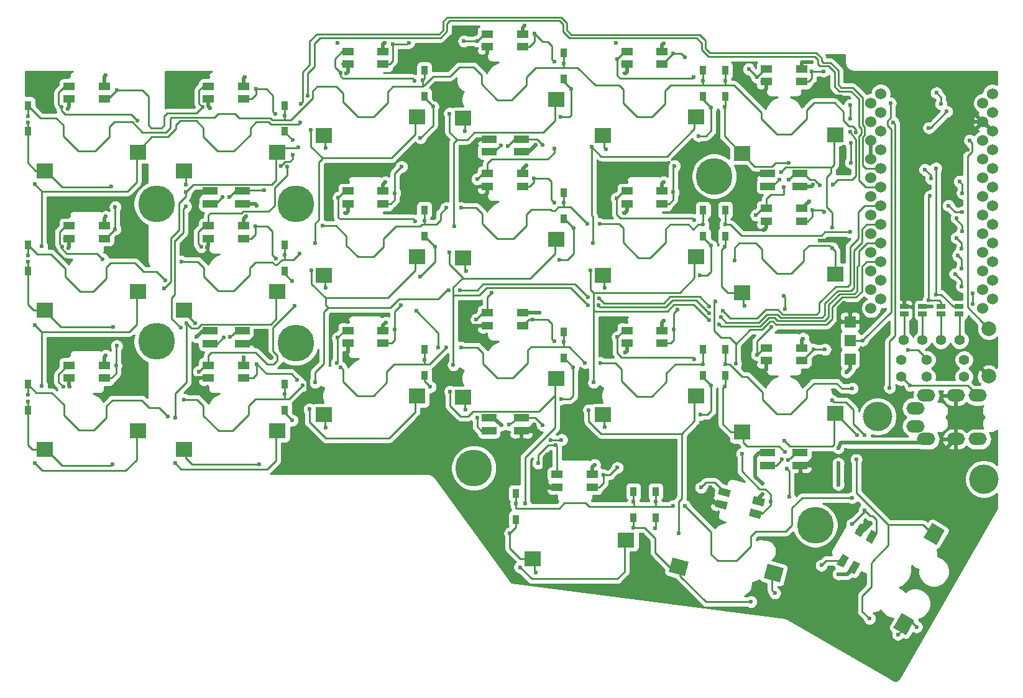
<source format=gbl>
G04 #@! TF.GenerationSoftware,KiCad,Pcbnew,(5.1.6)-1*
G04 #@! TF.CreationDate,2020-05-17T06:20:34+03:00*
G04 #@! TF.ProjectId,corne-cherry,636f726e-652d-4636-9865-7272792e6b69,2.1*
G04 #@! TF.SameCoordinates,Original*
G04 #@! TF.FileFunction,Copper,L2,Bot*
G04 #@! TF.FilePolarity,Positive*
%FSLAX46Y46*%
G04 Gerber Fmt 4.6, Leading zero omitted, Abs format (unit mm)*
G04 Created by KiCad (PCBNEW (5.1.6)-1) date 2020-05-17 06:20:34*
%MOMM*%
%LPD*%
G01*
G04 APERTURE LIST*
G04 #@! TA.AperFunction,SMDPad,CuDef*
%ADD10C,0.100000*%
G04 #@! TD*
G04 #@! TA.AperFunction,SMDPad,CuDef*
%ADD11R,2.300000X2.000000*%
G04 #@! TD*
G04 #@! TA.AperFunction,ComponentPad*
%ADD12O,2.500000X1.700000*%
G04 #@! TD*
G04 #@! TA.AperFunction,SMDPad,CuDef*
%ADD13R,2.000000X1.000000*%
G04 #@! TD*
G04 #@! TA.AperFunction,SMDPad,CuDef*
%ADD14R,1.600000X1.000000*%
G04 #@! TD*
G04 #@! TA.AperFunction,ComponentPad*
%ADD15C,1.524000*%
G04 #@! TD*
G04 #@! TA.AperFunction,SMDPad,CuDef*
%ADD16R,0.950000X1.300000*%
G04 #@! TD*
G04 #@! TA.AperFunction,ComponentPad*
%ADD17C,1.397000*%
G04 #@! TD*
G04 #@! TA.AperFunction,SMDPad,CuDef*
%ADD18R,1.143000X0.635000*%
G04 #@! TD*
G04 #@! TA.AperFunction,SMDPad,CuDef*
%ADD19R,1.524000X1.524000*%
G04 #@! TD*
G04 #@! TA.AperFunction,ComponentPad*
%ADD20C,5.000000*%
G04 #@! TD*
G04 #@! TA.AperFunction,ComponentPad*
%ADD21C,4.000000*%
G04 #@! TD*
G04 #@! TA.AperFunction,ComponentPad*
%ADD22C,2.000000*%
G04 #@! TD*
G04 #@! TA.AperFunction,ViaPad*
%ADD23C,0.600000*%
G04 #@! TD*
G04 #@! TA.AperFunction,Conductor*
%ADD24C,0.250000*%
G04 #@! TD*
G04 #@! TA.AperFunction,Conductor*
%ADD25C,0.500000*%
G04 #@! TD*
G04 #@! TA.AperFunction,Conductor*
%ADD26C,0.254000*%
G04 #@! TD*
G04 APERTURE END LIST*
G04 #@! TA.AperFunction,SMDPad,CuDef*
D10*
G36*
X181625075Y-145492274D02*
G01*
X179893025Y-144492274D01*
X181043025Y-142500416D01*
X182775075Y-143500416D01*
X181625075Y-145492274D01*
G37*
G04 #@! TD.AperFunction*
G04 #@! TA.AperFunction,SMDPad,CuDef*
G36*
X185775371Y-133223751D02*
G01*
X184043321Y-132223751D01*
X185193321Y-130231893D01*
X186925371Y-131231893D01*
X185775371Y-133223751D01*
G37*
G04 #@! TD.AperFunction*
D11*
X64300000Y-82245000D03*
X77000000Y-79705000D03*
X130800000Y-135120000D03*
X143500000Y-132580000D03*
X159300000Y-117870000D03*
X172000000Y-115330000D03*
X102300000Y-115495000D03*
X115000000Y-112955000D03*
X83300000Y-120245000D03*
X96000000Y-117705000D03*
X64300000Y-120245000D03*
X77000000Y-117705000D03*
X159300000Y-98870000D03*
X172000000Y-96330000D03*
X140300000Y-96495000D03*
X153000000Y-93955000D03*
X121300000Y-94120000D03*
X134000000Y-91580000D03*
X102300000Y-96495000D03*
X115000000Y-93955000D03*
X83300000Y-101245000D03*
X96000000Y-98705000D03*
X64300000Y-101245000D03*
X77000000Y-98705000D03*
X159300000Y-79870000D03*
X172000000Y-77330000D03*
X140300000Y-77495000D03*
X153000000Y-74955000D03*
X102300000Y-77495000D03*
X115000000Y-74955000D03*
X83300000Y-82245000D03*
X96000000Y-79705000D03*
X140300000Y-115495000D03*
X153000000Y-112955000D03*
G04 #@! TA.AperFunction,SMDPad,CuDef*
D10*
G36*
X149299435Y-136888556D02*
G01*
X149817073Y-134956704D01*
X152038703Y-135551988D01*
X151521065Y-137483840D01*
X149299435Y-136888556D01*
G37*
G04 #@! TD.AperFunction*
G04 #@! TA.AperFunction,SMDPad,CuDef*
G36*
X162224094Y-137722106D02*
G01*
X162741732Y-135790254D01*
X164963362Y-136385538D01*
X164445724Y-138317390D01*
X162224094Y-137722106D01*
G37*
G04 #@! TD.AperFunction*
D11*
X121300000Y-75120000D03*
X134000000Y-72580000D03*
X121300000Y-113120000D03*
X134000000Y-110580000D03*
D12*
X184400000Y-112850000D03*
X182900000Y-117050000D03*
X191400000Y-112850000D03*
X188400000Y-112850000D03*
X191400000Y-118800000D03*
X188400000Y-118800000D03*
X184400000Y-118800000D03*
X182900000Y-114600000D03*
D13*
X162800000Y-122375000D03*
X162800000Y-120625000D03*
X167200000Y-120625000D03*
X167200000Y-122375000D03*
X167200000Y-82625000D03*
X167200000Y-84375000D03*
X162800000Y-84375000D03*
X162800000Y-82625000D03*
X129200000Y-77925000D03*
X129200000Y-79675000D03*
X124800000Y-79675000D03*
X124800000Y-77925000D03*
X91200000Y-85025000D03*
X91200000Y-86775000D03*
X86800000Y-86775000D03*
X86800000Y-85025000D03*
X86800000Y-105775000D03*
X86800000Y-104025000D03*
X91200000Y-104025000D03*
X91200000Y-105775000D03*
X124800000Y-117675000D03*
X124800000Y-115925000D03*
X129200000Y-115925000D03*
X129200000Y-117675000D03*
G04 #@! TA.AperFunction,SMDPad,CuDef*
D10*
G36*
X175409215Y-130291219D02*
G01*
X176275241Y-130791219D01*
X175475241Y-132176859D01*
X174609215Y-131676859D01*
X175409215Y-130291219D01*
G37*
G04 #@! TD.AperFunction*
G04 #@! TA.AperFunction,SMDPad,CuDef*
G36*
X176924759Y-131166219D02*
G01*
X177790785Y-131666219D01*
X176990785Y-133051859D01*
X176124759Y-132551859D01*
X176924759Y-131166219D01*
G37*
G04 #@! TD.AperFunction*
G04 #@! TA.AperFunction,SMDPad,CuDef*
G36*
X174524759Y-135323141D02*
G01*
X175390785Y-135823141D01*
X174590785Y-137208781D01*
X173724759Y-136708781D01*
X174524759Y-135323141D01*
G37*
G04 #@! TD.AperFunction*
G04 #@! TA.AperFunction,SMDPad,CuDef*
G36*
X173009215Y-134448141D02*
G01*
X173875241Y-134948141D01*
X173075241Y-136333781D01*
X172209215Y-135833781D01*
X173009215Y-134448141D01*
G37*
G04 #@! TD.AperFunction*
G04 #@! TA.AperFunction,SMDPad,CuDef*
G36*
X155553161Y-127999927D02*
G01*
X155811980Y-127034001D01*
X157357461Y-127448111D01*
X157098642Y-128414037D01*
X155553161Y-127999927D01*
G37*
G04 #@! TD.AperFunction*
G04 #@! TA.AperFunction,SMDPad,CuDef*
G36*
X156006095Y-126309557D02*
G01*
X156264914Y-125343631D01*
X157810395Y-125757741D01*
X157551576Y-126723667D01*
X156006095Y-126309557D01*
G37*
G04 #@! TD.AperFunction*
G04 #@! TA.AperFunction,SMDPad,CuDef*
G36*
X160642539Y-127551889D02*
G01*
X160901358Y-126585963D01*
X162446839Y-127000073D01*
X162188020Y-127965999D01*
X160642539Y-127551889D01*
G37*
G04 #@! TD.AperFunction*
G04 #@! TA.AperFunction,SMDPad,CuDef*
G36*
X160189605Y-129242259D02*
G01*
X160448424Y-128276333D01*
X161993905Y-128690443D01*
X161735086Y-129656369D01*
X160189605Y-129242259D01*
G37*
G04 #@! TD.AperFunction*
D14*
X134100000Y-125375000D03*
X134100000Y-123625000D03*
X138900000Y-123625000D03*
X138900000Y-125375000D03*
X162600000Y-108125000D03*
X162600000Y-106375000D03*
X167400000Y-106375000D03*
X167400000Y-108125000D03*
X143600000Y-105750000D03*
X143600000Y-104000000D03*
X148400000Y-104000000D03*
X148400000Y-105750000D03*
X124600000Y-103375000D03*
X124600000Y-101625000D03*
X129400000Y-101625000D03*
X129400000Y-103375000D03*
X105600000Y-105750000D03*
X105600000Y-104000000D03*
X110400000Y-104000000D03*
X110400000Y-105750000D03*
X86600000Y-110500000D03*
X86600000Y-108750000D03*
X91400000Y-108750000D03*
X91400000Y-110500000D03*
X67600000Y-110500000D03*
X67600000Y-108750000D03*
X72400000Y-108750000D03*
X72400000Y-110500000D03*
X162600000Y-89125000D03*
X162600000Y-87375000D03*
X167400000Y-87375000D03*
X167400000Y-89125000D03*
X143600000Y-86750000D03*
X143600000Y-85000000D03*
X148400000Y-85000000D03*
X148400000Y-86750000D03*
X124600000Y-84375000D03*
X124600000Y-82625000D03*
X129400000Y-82625000D03*
X129400000Y-84375000D03*
X105600000Y-86750000D03*
X105600000Y-85000000D03*
X110400000Y-85000000D03*
X110400000Y-86750000D03*
X86600000Y-91500000D03*
X86600000Y-89750000D03*
X91400000Y-89750000D03*
X91400000Y-91500000D03*
X67600000Y-91500000D03*
X67600000Y-89750000D03*
X72400000Y-89750000D03*
X72400000Y-91500000D03*
X162600000Y-70125000D03*
X162600000Y-68375000D03*
X167400000Y-68375000D03*
X167400000Y-70125000D03*
X143600000Y-67750000D03*
X143600000Y-66000000D03*
X148400000Y-66000000D03*
X148400000Y-67750000D03*
X124600000Y-65375000D03*
X124600000Y-63625000D03*
X129400000Y-63625000D03*
X129400000Y-65375000D03*
X105600000Y-67750000D03*
X105600000Y-66000000D03*
X110400000Y-66000000D03*
X110400000Y-67750000D03*
X86600000Y-72500000D03*
X86600000Y-70750000D03*
X91400000Y-70750000D03*
X91400000Y-72500000D03*
X67600000Y-72500000D03*
X67600000Y-70750000D03*
X72400000Y-70750000D03*
X72400000Y-72500000D03*
D15*
X192100000Y-73042000D03*
X192100000Y-75582000D03*
X192100000Y-78122000D03*
X192100000Y-80662000D03*
X192100000Y-83202000D03*
X192100000Y-85742000D03*
X192100000Y-88282000D03*
X192100000Y-90822000D03*
X192100000Y-93362000D03*
X192100000Y-95902000D03*
X192100000Y-98442000D03*
X192100000Y-100982000D03*
X176860000Y-100982000D03*
X176860000Y-98442000D03*
X176860000Y-95902000D03*
X176860000Y-93362000D03*
X176860000Y-90822000D03*
X176860000Y-88282000D03*
X176860000Y-85742000D03*
X176860000Y-83202000D03*
X176860000Y-80662000D03*
X176860000Y-78122000D03*
X176860000Y-75582000D03*
X176860000Y-73042000D03*
X193406400Y-71772000D03*
X193406400Y-74312000D03*
X193406400Y-76852000D03*
X193406400Y-79392000D03*
X193406400Y-81932000D03*
X193406400Y-84472000D03*
X193406400Y-87012000D03*
X193406400Y-89552000D03*
X193406400Y-92092000D03*
X193406400Y-94632000D03*
X193406400Y-97172000D03*
X193406400Y-99712000D03*
X178186400Y-99712000D03*
X178186400Y-97172000D03*
X178186400Y-94632000D03*
X178186400Y-92092000D03*
X178186400Y-89552000D03*
X178186400Y-87012000D03*
X178186400Y-84472000D03*
X178186400Y-81932000D03*
X178186400Y-79392000D03*
X178186400Y-76852000D03*
X178186400Y-74312000D03*
X178186400Y-71772000D03*
D16*
X154000000Y-68600000D03*
X154000000Y-72150000D03*
X62000000Y-73350000D03*
X62000000Y-76900000D03*
X97000000Y-73350000D03*
X97000000Y-76900000D03*
X116000000Y-68600000D03*
X116000000Y-72150000D03*
X135000000Y-66225000D03*
X135000000Y-69775000D03*
X157000000Y-68600000D03*
X157000000Y-72150000D03*
X62000000Y-92350000D03*
X62000000Y-95900000D03*
X97000000Y-92350000D03*
X97000000Y-95900000D03*
X116000000Y-87600000D03*
X116000000Y-91150000D03*
X135000000Y-85225000D03*
X135000000Y-88775000D03*
X154000000Y-87600000D03*
X154000000Y-91150000D03*
X157000000Y-87600000D03*
X157000000Y-91150000D03*
X62000000Y-111350000D03*
X62000000Y-114900000D03*
X97000000Y-111350000D03*
X97000000Y-114900000D03*
X116000000Y-106600000D03*
X116000000Y-110150000D03*
X135000000Y-104225000D03*
X135000000Y-107775000D03*
X157000000Y-106600000D03*
X157000000Y-110150000D03*
X128500000Y-126225000D03*
X128500000Y-129775000D03*
X144500000Y-125975000D03*
X144500000Y-129525000D03*
X147500000Y-125975000D03*
X147500000Y-129525000D03*
X154000000Y-106600000D03*
X154000000Y-110150000D03*
D17*
X189540000Y-108000000D03*
X184460000Y-108000000D03*
X189540000Y-110300000D03*
X184460000Y-110300000D03*
D18*
X188875000Y-100749620D03*
X188875000Y-101750380D03*
X186375000Y-100749620D03*
X186375000Y-101750380D03*
X183875000Y-100749620D03*
X183875000Y-101750380D03*
X181375000Y-100749620D03*
X181375000Y-101750380D03*
D19*
X174000000Y-102820000D03*
X174000000Y-105360000D03*
X174000000Y-107900000D03*
D17*
X181300000Y-105300000D03*
X183840000Y-105300000D03*
X186380000Y-105300000D03*
X188920000Y-105300000D03*
D20*
X79500000Y-105500000D03*
D21*
X177750000Y-115750000D03*
X192250000Y-124250000D03*
D20*
X79500000Y-86750000D03*
X98500000Y-86750000D03*
X98500000Y-105750000D03*
X155500000Y-83000000D03*
X122750000Y-122750000D03*
X169250000Y-130500000D03*
D17*
X181000000Y-108000000D03*
X181000000Y-110300000D03*
D22*
X192900000Y-103750000D03*
X192900000Y-110250000D03*
D23*
X174800000Y-77000000D03*
X174100000Y-78500000D03*
X174100000Y-81150000D03*
X157000000Y-70000000D03*
X154000000Y-70000000D03*
X62000000Y-74800000D03*
X97000000Y-74750000D03*
X135000000Y-67600000D03*
X115750000Y-69950000D03*
X62000000Y-75650000D03*
X73350000Y-84400000D03*
X102140000Y-89750000D03*
X98980000Y-93530000D03*
X154000000Y-89600000D03*
X138200000Y-89500000D03*
X139900000Y-89500000D03*
X157000000Y-89600000D03*
X62000000Y-93800000D03*
X135000000Y-86600000D03*
X119000000Y-87300000D03*
X121000000Y-87300000D03*
X116000000Y-89050000D03*
X96950000Y-93700000D03*
X80700000Y-97200000D03*
X82900000Y-94600000D03*
X174000000Y-90600000D03*
X98050000Y-80050000D03*
X96500000Y-81600000D03*
X98050000Y-78050000D03*
X83500000Y-84100000D03*
X157000000Y-108600000D03*
X154000000Y-108600000D03*
X62000000Y-112750000D03*
X135000000Y-105600000D03*
X116000000Y-108000000D03*
X174300000Y-111900000D03*
X137900000Y-108400000D03*
X140000000Y-108400000D03*
X121000000Y-106300000D03*
X119000000Y-106300000D03*
X97000000Y-112700000D03*
X83300000Y-113400000D03*
X81100000Y-115700000D03*
X99400000Y-111500000D03*
X104640000Y-109030000D03*
X115480000Y-77780000D03*
X117180000Y-73510000D03*
X102540000Y-79150000D03*
X174300000Y-126800000D03*
X149900000Y-127900000D03*
X151500000Y-127900000D03*
X147500000Y-127350000D03*
X144500000Y-127350000D03*
X128500000Y-127600000D03*
X134540000Y-74940000D03*
X136050000Y-71130000D03*
X121550000Y-76860000D03*
X153360000Y-77510000D03*
X155100000Y-73620000D03*
X140730000Y-79350000D03*
X156910000Y-73580000D03*
X165690000Y-81144990D03*
X62000000Y-94650000D03*
X73650000Y-103500000D03*
X98000000Y-97300000D03*
X84750000Y-103000000D03*
X115420000Y-96670000D03*
X117460000Y-92620000D03*
X102570000Y-98210000D03*
X134420000Y-94350000D03*
X136350000Y-90080000D03*
X121730000Y-95890000D03*
X153540000Y-96530000D03*
X155070000Y-92450000D03*
X140570000Y-98180000D03*
X159610000Y-100620000D03*
X156950000Y-92580000D03*
X62000000Y-113650000D03*
X73550000Y-122250000D03*
X98000000Y-116250000D03*
X93550000Y-122250000D03*
X116790000Y-111700000D03*
X102570000Y-117240000D03*
X134650000Y-113340000D03*
X136280000Y-109010000D03*
X121590000Y-114780000D03*
X153600000Y-115500000D03*
X155080000Y-111480000D03*
X140620000Y-117180000D03*
X156900000Y-111630000D03*
X165100000Y-120520000D03*
X127660000Y-131620000D03*
X131230000Y-136990000D03*
X144490000Y-130900000D03*
X160520000Y-140970000D03*
X183050000Y-144400000D03*
X147480000Y-130960000D03*
X180520000Y-145400000D03*
X173200000Y-80650000D03*
X173200000Y-78950000D03*
X173200000Y-91800000D03*
X169900000Y-91750000D03*
X137400000Y-120900000D03*
X190400000Y-70900000D03*
X99200000Y-109900000D03*
X99250000Y-113350000D03*
X169200000Y-121300000D03*
X131000000Y-116800000D03*
X92900000Y-105000000D03*
X95200000Y-107700000D03*
X84800000Y-88700000D03*
X85100000Y-85900000D03*
X123000000Y-78500000D03*
X123000000Y-81600000D03*
X161000000Y-83900000D03*
X161000000Y-86300000D03*
X173400000Y-120300000D03*
X67700000Y-111700000D03*
X105600000Y-106900000D03*
X122900000Y-103400000D03*
X173200000Y-72500000D03*
X170900000Y-72100000D03*
X176800000Y-130300000D03*
X132400000Y-124600000D03*
X132800000Y-120900000D03*
X157300000Y-120900000D03*
X155000000Y-122500000D03*
X155000000Y-125400000D03*
X162600000Y-109300000D03*
X143400000Y-107000000D03*
X171000000Y-110200000D03*
X85200000Y-110500000D03*
X162300000Y-90300000D03*
X143300000Y-88000000D03*
X124400000Y-85500000D03*
X105400000Y-88000000D03*
X86400000Y-92700000D03*
X67500000Y-92800000D03*
X173300000Y-111100000D03*
X173200000Y-100200000D03*
X162300000Y-71400000D03*
X143400000Y-69000000D03*
X124300000Y-66600000D03*
X105400000Y-69000000D03*
X86800000Y-73700000D03*
X67400000Y-73800000D03*
X143580000Y-83800000D03*
X143590000Y-102850000D03*
X105610000Y-83840000D03*
X105610000Y-102890000D03*
X86590000Y-69530000D03*
X67590000Y-69350000D03*
X67590000Y-88370000D03*
X67580000Y-107350000D03*
X142120000Y-64850000D03*
X104210000Y-64850000D03*
X188840000Y-75670000D03*
X189999998Y-79360000D03*
X182160000Y-99280000D03*
X168950000Y-84170000D03*
X162100000Y-124900000D03*
X161100000Y-121500000D03*
X85000000Y-104900000D03*
X93200000Y-87000000D03*
X131200000Y-78700000D03*
X185100000Y-100700000D03*
X172410000Y-120020000D03*
X131700000Y-101600000D03*
X162100000Y-126300000D03*
X168800000Y-67500000D03*
X172400000Y-137200000D03*
X172400000Y-122100000D03*
X172400000Y-125000000D03*
X129900000Y-81500000D03*
X168400000Y-86400000D03*
X167600000Y-105100000D03*
X148600000Y-102700000D03*
X110800000Y-102900000D03*
X91400000Y-107700000D03*
X72600000Y-107400000D03*
X148600000Y-83800000D03*
X110700000Y-83800000D03*
X72600000Y-88500000D03*
X173500000Y-109700000D03*
X139200000Y-122300000D03*
X148600000Y-64900000D03*
X129700000Y-62500000D03*
X110600000Y-64800000D03*
X91600000Y-69500000D03*
X72600000Y-69200000D03*
X91700000Y-88500000D03*
X126525000Y-116875000D03*
X99200000Y-73100000D03*
X99100000Y-75700000D03*
X63900000Y-111550000D03*
X62950000Y-122100000D03*
X63900000Y-92550000D03*
X62950000Y-103250000D03*
X62950000Y-84050000D03*
X185000000Y-83300000D03*
X184200000Y-82100000D03*
X82050000Y-122100000D03*
X82100000Y-115900000D03*
X83600000Y-103050000D03*
X80600000Y-98250000D03*
X98850000Y-79100000D03*
X100100000Y-72050000D03*
X83500000Y-85200000D03*
X189300000Y-85300000D03*
X188900000Y-83700000D03*
X100350000Y-114730000D03*
X101110000Y-92070000D03*
X100640000Y-95810000D03*
X100580000Y-76720000D03*
X156690000Y-101360000D03*
X154800000Y-100700000D03*
X119300000Y-98500000D03*
X120900000Y-98500000D03*
X138300000Y-99500000D03*
X139800000Y-99600000D03*
X101150000Y-111100000D03*
X189300000Y-87900000D03*
X187400000Y-87000000D03*
X119520000Y-112300000D03*
X119400000Y-93350000D03*
X119450000Y-74450000D03*
X129710000Y-127560000D03*
X154800000Y-101700000D03*
X156400000Y-102200000D03*
X138300000Y-100600000D03*
X139700000Y-100600000D03*
X119970000Y-108690000D03*
X120110000Y-89830000D03*
X129030000Y-136260000D03*
X189300000Y-90500000D03*
X188500000Y-88700000D03*
X163750000Y-139790000D03*
X138420000Y-114850000D03*
X150660000Y-131610000D03*
X156200000Y-103200000D03*
X154800000Y-102600000D03*
X139090000Y-111090000D03*
X138640000Y-95840000D03*
X139000000Y-92120000D03*
X138780000Y-78960000D03*
X189200000Y-92900000D03*
X188500000Y-91400000D03*
X158250000Y-94430000D03*
X171600000Y-92800000D03*
X171600000Y-89950000D03*
X165060000Y-119050000D03*
X176670000Y-143260000D03*
X174840000Y-121580000D03*
X174960000Y-118300000D03*
X155690000Y-100080000D03*
X158440000Y-108530000D03*
X189200000Y-95600000D03*
X188700000Y-93800000D03*
X164602080Y-82414017D03*
X174000000Y-76950000D03*
X171620000Y-84160000D03*
X169900000Y-84200000D03*
X174000000Y-75200000D03*
X174000000Y-73300000D03*
X165625011Y-83490624D03*
X179500000Y-73042000D03*
X175700000Y-105360000D03*
X186400000Y-73160000D03*
X185781882Y-71653459D03*
X179400000Y-111800000D03*
X187180000Y-74190000D03*
X179860000Y-75650000D03*
X184740000Y-76400000D03*
X74100000Y-71300000D03*
X85800000Y-73600000D03*
X76900000Y-75400000D03*
X73900000Y-87200000D03*
X73900000Y-90200000D03*
X66600000Y-73600000D03*
X111700000Y-65000000D03*
X113900000Y-64800000D03*
X121400000Y-64600000D03*
X123200000Y-64600000D03*
X133700000Y-67400000D03*
X133700000Y-79200000D03*
X123200000Y-83400000D03*
X131000000Y-63600000D03*
X152800000Y-89000000D03*
X150000000Y-103900000D03*
X150500000Y-101200000D03*
X142200000Y-86000000D03*
X66800000Y-111700000D03*
X98700000Y-110700000D03*
X93200000Y-108600000D03*
X104200000Y-105000000D03*
X104085007Y-108453804D03*
X133700000Y-86600000D03*
X125200000Y-98900000D03*
X130900000Y-83300000D03*
X123100000Y-102500000D03*
X170400000Y-68700000D03*
X165000000Y-84450000D03*
X168800000Y-68700000D03*
X161200000Y-88300000D03*
X74100000Y-106100000D03*
X72200000Y-94300000D03*
X74000000Y-108800000D03*
X66700000Y-92600000D03*
X114800000Y-89100000D03*
X112000000Y-103900000D03*
X112800000Y-100600000D03*
X104300000Y-85900000D03*
X133700000Y-105500000D03*
X133900000Y-119600000D03*
X130800000Y-102500000D03*
X131500000Y-122100000D03*
X190300000Y-78122000D03*
X184900000Y-85700000D03*
X184700000Y-99900000D03*
X185700000Y-99100000D03*
X181900000Y-106700000D03*
X185700000Y-81900000D03*
X151500000Y-66800000D03*
X160200000Y-68400000D03*
X149900000Y-66300000D03*
X161300000Y-69500000D03*
X189200000Y-98000000D03*
X188300000Y-96300000D03*
X190700000Y-100400000D03*
X190700000Y-99000000D03*
X95700000Y-74500000D03*
X97350000Y-81700000D03*
X93100000Y-71100000D03*
X85600000Y-92600000D03*
X112900000Y-81700000D03*
X114700000Y-70000000D03*
X112000000Y-85300000D03*
X104600000Y-68900000D03*
X150100000Y-81600000D03*
X152700000Y-69500000D03*
X149900000Y-85200000D03*
X142300000Y-67000000D03*
X95800000Y-94200000D03*
X98350000Y-100650000D03*
X93000000Y-89800000D03*
X85300000Y-109600000D03*
X163300000Y-103500000D03*
X170500000Y-87900000D03*
X165150000Y-101050000D03*
X164950000Y-99300000D03*
X168900000Y-87600000D03*
X161300000Y-107300000D03*
X152800000Y-107900000D03*
X159300000Y-120800000D03*
X142300000Y-104900000D03*
X163169990Y-127300000D03*
X174250000Y-130400000D03*
X175950000Y-128500000D03*
X175950000Y-118250000D03*
X171550000Y-113550000D03*
X170600000Y-106600000D03*
X169000000Y-106600000D03*
X140400000Y-123700000D03*
X142300000Y-122700000D03*
X153700000Y-125400000D03*
X182200000Y-111500000D03*
X170100000Y-136000000D03*
X165375000Y-122875000D03*
X165600000Y-121675000D03*
X165702821Y-126640010D03*
X94150000Y-84900000D03*
X89425000Y-85850000D03*
X126425000Y-78775000D03*
X83500000Y-87100000D03*
X82850000Y-103650000D03*
X88475000Y-85875000D03*
X88675000Y-104950000D03*
X132100000Y-78700000D03*
X127400000Y-78875000D03*
X164375000Y-83450000D03*
X117900000Y-106300000D03*
X114975000Y-101325000D03*
X123225000Y-115925000D03*
X89550000Y-104925000D03*
X134700000Y-118900000D03*
X133260000Y-118900000D03*
X132100000Y-116900000D03*
X127550000Y-116850000D03*
X164750000Y-121600004D03*
D24*
X174100000Y-78500000D02*
X174100000Y-81150000D01*
X174400000Y-76200000D02*
X174800000Y-76600000D01*
X174800000Y-76600000D02*
X174800000Y-77000000D01*
X158200000Y-70600000D02*
X161900000Y-74300000D01*
X161900000Y-74300000D02*
X161900000Y-75200000D01*
X161900000Y-75200000D02*
X164000000Y-77300000D01*
X164000000Y-77300000D02*
X166000000Y-77300000D01*
X166000000Y-77300000D02*
X168100000Y-75200000D01*
X168100000Y-75200000D02*
X168100000Y-74000000D01*
X168100000Y-74000000D02*
X169100000Y-73000000D01*
X169100000Y-73000000D02*
X171900000Y-73000000D01*
X171900000Y-73000000D02*
X173100000Y-74200000D01*
X173100000Y-74200000D02*
X173100000Y-75450000D01*
X173100000Y-75450000D02*
X173850000Y-76200000D01*
X157050000Y-70600000D02*
X158200000Y-70600000D01*
X173850000Y-76200000D02*
X174400000Y-76200000D01*
X154000000Y-70000000D02*
X154000000Y-68600000D01*
X157000000Y-70000000D02*
X157000000Y-68600000D01*
X157050000Y-70050000D02*
X157050000Y-70600000D01*
X157000000Y-70000000D02*
X157050000Y-70050000D01*
X154000000Y-70600000D02*
X154000000Y-70000000D01*
X62000000Y-73350000D02*
X62000000Y-74800000D01*
X97000000Y-74750000D02*
X97000000Y-73350000D01*
X97000000Y-75350000D02*
X97000000Y-74750000D01*
X135000000Y-68200000D02*
X136900000Y-68200000D01*
X149550000Y-70600000D02*
X148800000Y-71350000D01*
X148800000Y-71350000D02*
X148800000Y-73100000D01*
X148800000Y-73100000D02*
X147000000Y-74900000D01*
X147000000Y-74900000D02*
X144950000Y-74900000D01*
X144950000Y-74900000D02*
X143100000Y-73050000D01*
X143100000Y-73050000D02*
X143100000Y-71150000D01*
X143100000Y-71150000D02*
X142550000Y-70600000D01*
X149550000Y-70600000D02*
X154000000Y-70600000D01*
X139300000Y-70600000D02*
X142550000Y-70600000D01*
X136900000Y-68200000D02*
X139300000Y-70600000D01*
X135000000Y-66225000D02*
X135000000Y-67600000D01*
X135000000Y-68225000D02*
X135000000Y-68200000D01*
X135000000Y-68200000D02*
X135000000Y-67600000D01*
X129900000Y-70600000D02*
X127900000Y-72600000D01*
X116000000Y-68600000D02*
X116000000Y-69700000D01*
X116000000Y-69700000D02*
X115750000Y-69950000D01*
X115800000Y-70800000D02*
X115800000Y-70000000D01*
X115800000Y-70000000D02*
X115750000Y-69950000D01*
X65800000Y-75050000D02*
X63700000Y-75050000D01*
X66800000Y-76050000D02*
X65800000Y-75050000D01*
X66800000Y-76050000D02*
X66800000Y-77500000D01*
X66800000Y-77500000D02*
X68900000Y-79600000D01*
X68900000Y-79600000D02*
X71150000Y-79600000D01*
X71150000Y-79600000D02*
X73100000Y-77650000D01*
X73100000Y-77650000D02*
X73100000Y-76250000D01*
X73100000Y-76250000D02*
X73750000Y-75600000D01*
X73750000Y-75600000D02*
X76200000Y-75600000D01*
X76200000Y-75600000D02*
X77600000Y-77000000D01*
X77600000Y-77000000D02*
X80800000Y-77000000D01*
X80800000Y-77000000D02*
X81400000Y-76400000D01*
X81400000Y-76400000D02*
X81400000Y-75200000D01*
X81400000Y-75200000D02*
X81600000Y-75000000D01*
X81600000Y-75000000D02*
X87400000Y-75000000D01*
X87400000Y-75000000D02*
X87900000Y-74500000D01*
X87900000Y-74500000D02*
X90200000Y-74500000D01*
X90200000Y-74500000D02*
X90800000Y-75100000D01*
X90800000Y-75100000D02*
X95000000Y-75100000D01*
X95000000Y-75100000D02*
X95250000Y-75350000D01*
X97000000Y-75350000D02*
X95250000Y-75350000D01*
X63700000Y-75050000D02*
X62000000Y-73350000D01*
X157050000Y-70600000D02*
X157000000Y-70600000D01*
X135000000Y-68225000D02*
X131175000Y-68225000D01*
X131175000Y-68225000D02*
X129900000Y-69500000D01*
X129900000Y-69500000D02*
X129900000Y-70600000D01*
X127900000Y-72600000D02*
X125950000Y-72600000D01*
X125950000Y-72600000D02*
X123800000Y-70450000D01*
X123800000Y-70450000D02*
X123800000Y-69200000D01*
X123800000Y-69200000D02*
X122700000Y-68100000D01*
X122700000Y-68100000D02*
X120800000Y-68100000D01*
X120800000Y-68100000D02*
X119500000Y-69400000D01*
X119500000Y-69400000D02*
X117200000Y-69400000D01*
X117200000Y-69400000D02*
X116000000Y-70600000D01*
X97000000Y-75350000D02*
X97850000Y-75350000D01*
X111700000Y-70800000D02*
X115800000Y-70800000D01*
X111000000Y-71500000D02*
X111700000Y-70800000D01*
X111000000Y-73000000D02*
X111000000Y-71500000D01*
X109100000Y-74900000D02*
X111000000Y-73000000D01*
X106950000Y-74900000D02*
X109100000Y-74900000D01*
X104900000Y-72850000D02*
X106950000Y-74900000D01*
X104900000Y-71700000D02*
X104900000Y-72850000D01*
X104000000Y-70800000D02*
X104900000Y-71700000D01*
X101400000Y-70800000D02*
X104000000Y-70800000D01*
X100800000Y-71400000D02*
X101400000Y-70800000D01*
X100800000Y-72400000D02*
X100800000Y-71400000D01*
X97850000Y-75350000D02*
X100800000Y-72400000D01*
X115800000Y-70800000D02*
X116000000Y-70600000D01*
X154000000Y-70600000D02*
X157000000Y-70600000D01*
X62000000Y-76900000D02*
X62000000Y-75650000D01*
X63045000Y-82245000D02*
X64500000Y-82245000D01*
X62000000Y-76850000D02*
X62000000Y-81200000D01*
X62000000Y-81200000D02*
X63045000Y-82245000D01*
X66705000Y-84450000D02*
X64500000Y-82245000D01*
X73300000Y-84450000D02*
X66705000Y-84450000D01*
X73350000Y-84400000D02*
X73300000Y-84450000D01*
X99000000Y-93550000D02*
X98980000Y-93530000D01*
X154000000Y-89600000D02*
X154000000Y-87600000D01*
X135000000Y-87225000D02*
X135925000Y-87225000D01*
X138200000Y-89500000D02*
X135925000Y-87225000D01*
X142550000Y-89500000D02*
X139900000Y-89500000D01*
X143100000Y-90050000D02*
X142550000Y-89500000D01*
X143100000Y-92050000D02*
X143100000Y-90050000D01*
X145150000Y-94100000D02*
X143100000Y-92050000D01*
X146800000Y-94100000D02*
X145150000Y-94100000D01*
X148900000Y-92000000D02*
X146800000Y-94100000D01*
X148900000Y-90200000D02*
X148900000Y-92000000D01*
X149500000Y-89600000D02*
X148900000Y-90200000D01*
X152000000Y-89600000D02*
X149500000Y-89600000D01*
X152600000Y-90200000D02*
X152000000Y-89600000D01*
X152700000Y-90200000D02*
X152600000Y-90200000D01*
X153300000Y-89600000D02*
X152700000Y-90200000D01*
X154000000Y-89600000D02*
X153300000Y-89600000D01*
X157000000Y-89600000D02*
X157000000Y-87600000D01*
X62000000Y-93800000D02*
X62000000Y-92350000D01*
X135000000Y-85225000D02*
X135000000Y-86600000D01*
X135000000Y-87225000D02*
X135000000Y-86600000D01*
X116000000Y-89600000D02*
X115700000Y-89600000D01*
X115700000Y-89600000D02*
X115450000Y-89850000D01*
X115450000Y-89850000D02*
X112150000Y-89850000D01*
X112150000Y-89850000D02*
X110450000Y-91550000D01*
X110450000Y-91550000D02*
X110450000Y-92600000D01*
X110450000Y-92600000D02*
X109100000Y-93950000D01*
X109100000Y-93950000D02*
X106950000Y-93950000D01*
X106950000Y-93950000D02*
X105400000Y-92400000D01*
X105400000Y-92400000D02*
X105400000Y-91150000D01*
X105400000Y-91150000D02*
X104000000Y-89750000D01*
X104000000Y-89750000D02*
X102140000Y-89750000D01*
X98200000Y-94350000D02*
X96950000Y-94350000D01*
X99000000Y-93550000D02*
X98200000Y-94350000D01*
X116000000Y-87600000D02*
X116000000Y-89050000D01*
X116000000Y-89600000D02*
X116000000Y-89050000D01*
X117600000Y-89600000D02*
X116000000Y-89600000D01*
X118200000Y-89000000D02*
X117600000Y-89600000D01*
X118200000Y-88100000D02*
X118200000Y-89000000D01*
X119000000Y-87300000D02*
X118200000Y-88100000D01*
X123100000Y-87300000D02*
X121000000Y-87300000D01*
X123900000Y-88100000D02*
X123100000Y-87300000D01*
X123900000Y-89500000D02*
X123900000Y-88100000D01*
X125900000Y-91500000D02*
X123900000Y-89500000D01*
X128100000Y-91500000D02*
X125900000Y-91500000D01*
X129900000Y-89700000D02*
X128100000Y-91500000D01*
X129900000Y-88200000D02*
X129900000Y-89700000D01*
X130600000Y-87500000D02*
X129900000Y-88200000D01*
X133200000Y-87500000D02*
X130600000Y-87500000D01*
X133400000Y-87700000D02*
X133200000Y-87500000D01*
X133800000Y-87700000D02*
X133400000Y-87700000D01*
X134275000Y-87225000D02*
X133800000Y-87700000D01*
X135000000Y-87225000D02*
X134275000Y-87225000D01*
X97000000Y-92350000D02*
X97000000Y-93650000D01*
X97000000Y-93650000D02*
X96950000Y-93700000D01*
X96950000Y-94350000D02*
X96950000Y-93700000D01*
X65150000Y-93600000D02*
X63250000Y-93600000D01*
X63250000Y-93600000D02*
X62000000Y-92350000D01*
X76600000Y-94800000D02*
X73300000Y-94800000D01*
X96950000Y-94350000D02*
X96650000Y-94350000D01*
X79500000Y-96000000D02*
X77800000Y-96000000D01*
X77800000Y-96000000D02*
X76600000Y-94800000D01*
X72700000Y-95400000D02*
X72700000Y-96900000D01*
X72700000Y-96900000D02*
X70900000Y-98700000D01*
X70900000Y-98700000D02*
X69100000Y-98700000D01*
X69100000Y-98700000D02*
X67100000Y-96700000D01*
X67100000Y-96700000D02*
X67100000Y-95550000D01*
X67100000Y-95550000D02*
X65150000Y-93600000D01*
X85100000Y-94600000D02*
X82900000Y-94600000D01*
X95900000Y-95100000D02*
X95700000Y-95100000D01*
X95700000Y-95100000D02*
X95300000Y-94700000D01*
X95300000Y-94700000D02*
X93000000Y-94700000D01*
X93000000Y-94700000D02*
X92200000Y-95500000D01*
X92200000Y-95500000D02*
X92200000Y-96450000D01*
X92200000Y-96450000D02*
X90000000Y-98650000D01*
X90000000Y-98650000D02*
X87950000Y-98650000D01*
X87950000Y-98650000D02*
X86000000Y-96700000D01*
X86000000Y-96700000D02*
X86000000Y-95500000D01*
X86000000Y-95500000D02*
X85100000Y-94600000D01*
X96650000Y-94350000D02*
X95900000Y-95100000D01*
X80700000Y-97200000D02*
X79500000Y-96000000D01*
X73300000Y-94800000D02*
X72700000Y-95400000D01*
X157000000Y-89600000D02*
X157700000Y-89600000D01*
X157700000Y-89600000D02*
X159200000Y-91100000D01*
X159200000Y-91100000D02*
X170100000Y-91100000D01*
X170100000Y-91100000D02*
X170600000Y-90600000D01*
X170600000Y-90600000D02*
X174000000Y-90600000D01*
X96500000Y-81600000D02*
X97050000Y-81050000D01*
X98050000Y-80700000D02*
X98050000Y-80050000D01*
X97700000Y-81050000D02*
X98050000Y-80700000D01*
X97050000Y-81050000D02*
X97700000Y-81050000D01*
X98050000Y-78050000D02*
X97000000Y-77000000D01*
X97000000Y-77000000D02*
X97000000Y-76900000D01*
X83500000Y-82245000D02*
X83500000Y-84100000D01*
X165910000Y-115400000D02*
X168100000Y-113210000D01*
X154000000Y-106565000D02*
X154000000Y-108600000D01*
X145000000Y-113000000D02*
X142900000Y-110900000D01*
X62000000Y-111350000D02*
X62000000Y-112750000D01*
X135000000Y-104225000D02*
X135000000Y-105600000D01*
X135000000Y-106225000D02*
X135000000Y-105600000D01*
X116000000Y-108000000D02*
X116000000Y-106600000D01*
X116000000Y-108000000D02*
X116000000Y-108600000D01*
X65250000Y-112500000D02*
X63150000Y-112500000D01*
X63150000Y-112500000D02*
X62000000Y-111350000D01*
X77500000Y-113500000D02*
X78500000Y-114500000D01*
X73500000Y-113500000D02*
X72700000Y-114300000D01*
X66900000Y-114150000D02*
X65250000Y-112500000D01*
X66900000Y-114150000D02*
X66900000Y-115550000D01*
X66900000Y-115550000D02*
X68950000Y-117600000D01*
X68950000Y-117600000D02*
X71000000Y-117600000D01*
X71000000Y-117600000D02*
X72700000Y-115900000D01*
X72700000Y-115900000D02*
X72700000Y-114300000D01*
X77500000Y-113500000D02*
X73500000Y-113500000D01*
X157600000Y-108600000D02*
X159300000Y-110300000D01*
X159300000Y-110300000D02*
X160000000Y-110300000D01*
X160000000Y-110300000D02*
X162100000Y-112400000D01*
X162100000Y-112400000D02*
X162100000Y-113420000D01*
X162100000Y-113420000D02*
X164080000Y-115400000D01*
X164080000Y-115400000D02*
X165910000Y-115400000D01*
X168100000Y-113210000D02*
X168100000Y-112200000D01*
X168100000Y-112200000D02*
X169100000Y-111200000D01*
X169100000Y-111200000D02*
X172200000Y-111200000D01*
X172200000Y-111200000D02*
X172900000Y-111900000D01*
X172900000Y-111900000D02*
X174300000Y-111900000D01*
X157000000Y-108600000D02*
X157600000Y-108600000D01*
X154000000Y-108600000D02*
X150200000Y-108600000D01*
X135725000Y-106225000D02*
X135000000Y-106225000D01*
X137900000Y-108400000D02*
X135725000Y-106225000D01*
X142000000Y-108400000D02*
X140000000Y-108400000D01*
X142900000Y-109300000D02*
X142000000Y-108400000D01*
X142900000Y-110900000D02*
X142900000Y-109300000D01*
X147000000Y-113000000D02*
X145000000Y-113000000D01*
X149000000Y-111000000D02*
X147000000Y-113000000D01*
X149000000Y-109800000D02*
X149000000Y-111000000D01*
X150200000Y-108600000D02*
X149000000Y-109800000D01*
X135000000Y-106225000D02*
X130575000Y-106225000D01*
X130575000Y-106225000D02*
X130100000Y-106700000D01*
X130100000Y-106700000D02*
X130100000Y-108450000D01*
X130100000Y-108450000D02*
X128050000Y-110500000D01*
X128050000Y-110500000D02*
X125950000Y-110500000D01*
X125950000Y-110500000D02*
X124000000Y-108550000D01*
X124000000Y-108550000D02*
X124000000Y-107100000D01*
X124000000Y-107100000D02*
X123200000Y-106300000D01*
X123200000Y-106300000D02*
X121000000Y-106300000D01*
X119000000Y-106300000D02*
X116700000Y-108600000D01*
X116700000Y-108600000D02*
X116000000Y-108600000D01*
X157000000Y-108600000D02*
X157000000Y-106565000D01*
X97000000Y-112700000D02*
X97000000Y-111350000D01*
X97000000Y-112700000D02*
X97000000Y-113350000D01*
X97000000Y-113350000D02*
X93000000Y-113350000D01*
X92100000Y-114250000D02*
X93000000Y-113350000D01*
X92100000Y-115500000D02*
X92100000Y-114250000D01*
X89900000Y-117700000D02*
X92100000Y-115500000D01*
X88000000Y-117700000D02*
X89900000Y-117700000D01*
X85900000Y-115600000D02*
X88000000Y-117700000D01*
X85900000Y-114250000D02*
X85900000Y-115600000D01*
X85050000Y-113400000D02*
X85900000Y-114250000D01*
X83300000Y-113400000D02*
X85050000Y-113400000D01*
X79900000Y-114500000D02*
X81100000Y-115700000D01*
X78500000Y-114500000D02*
X79900000Y-114500000D01*
X99400000Y-111500000D02*
X97550000Y-113350000D01*
X97550000Y-113350000D02*
X97000000Y-113350000D01*
X104969999Y-109359999D02*
X104939999Y-109329999D01*
X110900000Y-109600000D02*
X110900000Y-111050000D01*
X116000000Y-108600000D02*
X111900000Y-108600000D01*
X111900000Y-108600000D02*
X110900000Y-109600000D01*
X106850000Y-112900000D02*
X104969999Y-111019999D01*
X110900000Y-111050000D02*
X109050000Y-112900000D01*
X104969999Y-111019999D02*
X104969999Y-109359999D01*
X109050000Y-112900000D02*
X106850000Y-112900000D01*
X104939999Y-109329999D02*
X104640000Y-109030000D01*
X117180000Y-73510000D02*
X117180000Y-76080000D01*
X117180000Y-76080000D02*
X115480000Y-77780000D01*
X117180000Y-73510000D02*
X116000000Y-72330000D01*
X116000000Y-72330000D02*
X116000000Y-72150000D01*
X102540000Y-79150000D02*
X102500000Y-79110000D01*
X102500000Y-79110000D02*
X102500000Y-77495000D01*
X149825000Y-127975000D02*
X149900000Y-127900000D01*
X151500000Y-127900000D02*
X155100000Y-131500000D01*
X155100000Y-131500000D02*
X155100000Y-134500000D01*
X155100000Y-134500000D02*
X156000000Y-135400000D01*
X156000000Y-135400000D02*
X158500000Y-135400000D01*
X158500000Y-135400000D02*
X160500000Y-133400000D01*
X160500000Y-133400000D02*
X160500000Y-132100000D01*
X160500000Y-132100000D02*
X161200000Y-131400000D01*
X161200000Y-131400000D02*
X165200000Y-131400000D01*
X165200000Y-131400000D02*
X166100000Y-130500000D01*
X166100000Y-130500000D02*
X166100000Y-128200000D01*
X166100000Y-128200000D02*
X167500000Y-126800000D01*
X167500000Y-126800000D02*
X174300000Y-126800000D01*
X147500000Y-127975000D02*
X149825000Y-127975000D01*
X128500000Y-127600000D02*
X128500000Y-126225000D01*
X144500000Y-127350000D02*
X144500000Y-125975000D01*
X147500000Y-127350000D02*
X147500000Y-125975000D01*
X147500000Y-127975000D02*
X147500000Y-127350000D01*
X144550000Y-127400000D02*
X144550000Y-127975000D01*
X144500000Y-127350000D02*
X144550000Y-127400000D01*
X128500000Y-128225000D02*
X128500000Y-127600000D01*
X144500000Y-127975000D02*
X144550000Y-127975000D01*
X144550000Y-127975000D02*
X147500000Y-127975000D01*
X128500000Y-128225000D02*
X134375000Y-128225000D01*
X138000000Y-127500000D02*
X138475000Y-127975000D01*
X135100000Y-127500000D02*
X138000000Y-127500000D01*
X134375000Y-128225000D02*
X135100000Y-127500000D01*
X138475000Y-127975000D02*
X144500000Y-127975000D01*
X136050000Y-71130000D02*
X136050000Y-74650000D01*
X135760000Y-74940000D02*
X134540000Y-74940000D01*
X136050000Y-74650000D02*
X135760000Y-74940000D01*
X136050000Y-71130000D02*
X135000000Y-70080000D01*
X135000000Y-70080000D02*
X135000000Y-69775000D01*
X121550000Y-76860000D02*
X121500000Y-76810000D01*
X121500000Y-76810000D02*
X121500000Y-75120000D01*
X155100000Y-73620000D02*
X155100000Y-76800000D01*
X154390000Y-77510000D02*
X153360000Y-77510000D01*
X155100000Y-76800000D02*
X154390000Y-77510000D01*
X155100000Y-73620000D02*
X154000000Y-72520000D01*
X154000000Y-72520000D02*
X154000000Y-72150000D01*
X140730000Y-79350000D02*
X140500000Y-79120000D01*
X140500000Y-79120000D02*
X140500000Y-77495000D01*
X157000000Y-72150000D02*
X157000000Y-73490000D01*
X157000000Y-73490000D02*
X156910000Y-73580000D01*
X165265736Y-81144990D02*
X165690000Y-81144990D01*
X163340000Y-81690000D02*
X163885010Y-81144990D01*
X156910000Y-77570000D02*
X161030000Y-81690000D01*
X163885010Y-81144990D02*
X165265736Y-81144990D01*
X161030000Y-81690000D02*
X163340000Y-81690000D01*
X156910000Y-73580000D02*
X156910000Y-77570000D01*
X62000000Y-95900000D02*
X62000000Y-94650000D01*
X62745000Y-101245000D02*
X64500000Y-101245000D01*
X62000000Y-100500000D02*
X62745000Y-101245000D01*
X62000000Y-95850000D02*
X62000000Y-100500000D01*
X73650000Y-103500000D02*
X66500000Y-103500000D01*
X66500000Y-103500000D02*
X64500000Y-101500000D01*
X64500000Y-101500000D02*
X64500000Y-101245000D01*
X98000000Y-97300000D02*
X97000000Y-96300000D01*
X97000000Y-96300000D02*
X97000000Y-95900000D01*
X83500000Y-101750000D02*
X84750000Y-103000000D01*
X83500000Y-101245000D02*
X83500000Y-101750000D01*
X117460000Y-92620000D02*
X117460000Y-94630000D01*
X117460000Y-94630000D02*
X115420000Y-96670000D01*
X117460000Y-92620000D02*
X116000000Y-91160000D01*
X116000000Y-91160000D02*
X116000000Y-91150000D01*
X102570000Y-98210000D02*
X102500000Y-98140000D01*
X102500000Y-98140000D02*
X102500000Y-96495000D01*
X136350000Y-90080000D02*
X136350000Y-93540000D01*
X135540000Y-94350000D02*
X134420000Y-94350000D01*
X136350000Y-93540000D02*
X135540000Y-94350000D01*
X136350000Y-90080000D02*
X135045000Y-88775000D01*
X135045000Y-88775000D02*
X135000000Y-88775000D01*
X121500000Y-94120000D02*
X121500000Y-95660000D01*
X121500000Y-95660000D02*
X121730000Y-95890000D01*
X155070000Y-92450000D02*
X155070000Y-95990000D01*
X154530000Y-96530000D02*
X153540000Y-96530000D01*
X155070000Y-95990000D02*
X154530000Y-96530000D01*
X154000000Y-91150000D02*
X154000000Y-91380000D01*
X154000000Y-91380000D02*
X155070000Y-92450000D01*
X140570000Y-98180000D02*
X140500000Y-98110000D01*
X140500000Y-98110000D02*
X140500000Y-96495000D01*
X159610000Y-100620000D02*
X159500000Y-100510000D01*
X159500000Y-100510000D02*
X159500000Y-98870000D01*
X157000000Y-91150000D02*
X157000000Y-92530000D01*
X157000000Y-92530000D02*
X156950000Y-92580000D01*
X159500000Y-98870000D02*
X157380000Y-98870000D01*
X157380000Y-98870000D02*
X156520000Y-98010000D01*
X156520000Y-98010000D02*
X156520000Y-93010000D01*
X156520000Y-93010000D02*
X156950000Y-92580000D01*
X62000000Y-114900000D02*
X62000000Y-113650000D01*
X62595000Y-120245000D02*
X64500000Y-120245000D01*
X62000000Y-119650000D02*
X62595000Y-120245000D01*
X62000000Y-114900000D02*
X62000000Y-119650000D01*
X73550000Y-122250000D02*
X73400000Y-122400000D01*
X73400000Y-122400000D02*
X66655000Y-122400000D01*
X66655000Y-122400000D02*
X64500000Y-120245000D01*
X98000000Y-116250000D02*
X97000000Y-115250000D01*
X97000000Y-115250000D02*
X97000000Y-114900000D01*
X83500000Y-120245000D02*
X83500000Y-121400000D01*
X84350000Y-122250000D02*
X93550000Y-122250000D01*
X83500000Y-121400000D02*
X84350000Y-122250000D01*
X116000000Y-110910000D02*
X116000000Y-110150000D01*
X116790000Y-111700000D02*
X116000000Y-110910000D01*
X102570000Y-117240000D02*
X102500000Y-117170000D01*
X102500000Y-117170000D02*
X102500000Y-115495000D01*
X136280000Y-109010000D02*
X136280000Y-112940000D01*
X135880000Y-113340000D02*
X134650000Y-113340000D01*
X136280000Y-112940000D02*
X135880000Y-113340000D01*
X136280000Y-109010000D02*
X135045000Y-107775000D01*
X135045000Y-107775000D02*
X135000000Y-107775000D01*
X121590000Y-114780000D02*
X121500000Y-114690000D01*
X121500000Y-114690000D02*
X121500000Y-113120000D01*
X155080000Y-111480000D02*
X155080000Y-114980000D01*
X154560000Y-115500000D02*
X153600000Y-115500000D01*
X155080000Y-114980000D02*
X154560000Y-115500000D01*
X155080000Y-111480000D02*
X154000000Y-110400000D01*
X154000000Y-110400000D02*
X154000000Y-110150000D01*
X140620000Y-117180000D02*
X140500000Y-117060000D01*
X140500000Y-117060000D02*
X140500000Y-115495000D01*
X157000000Y-110150000D02*
X157000000Y-111530000D01*
X157000000Y-111530000D02*
X156900000Y-111630000D01*
X159500000Y-117870000D02*
X157790000Y-117870000D01*
X156710000Y-111820000D02*
X156900000Y-111630000D01*
X156710000Y-116790000D02*
X156710000Y-111820000D01*
X157790000Y-117870000D02*
X156710000Y-116790000D01*
X165100000Y-120520000D02*
X164330000Y-119750000D01*
X164330000Y-119750000D02*
X160000000Y-119750000D01*
X160000000Y-119750000D02*
X159500000Y-119250000D01*
X159500000Y-119250000D02*
X159500000Y-117870000D01*
X128500000Y-129775000D02*
X128500000Y-130780000D01*
X128500000Y-130780000D02*
X127660000Y-131620000D01*
X129110000Y-135120000D02*
X127660000Y-133670000D01*
X127660000Y-133670000D02*
X127660000Y-131620000D01*
X131000000Y-135120000D02*
X129110000Y-135120000D01*
X131230000Y-136990000D02*
X131000000Y-136760000D01*
X131000000Y-136760000D02*
X131000000Y-135120000D01*
X150862254Y-136272035D02*
X149462035Y-136272035D01*
X146040000Y-130900000D02*
X144490000Y-130900000D01*
X147440000Y-132300000D02*
X146040000Y-130900000D01*
X147440000Y-134250000D02*
X147440000Y-132300000D01*
X149462035Y-136272035D02*
X147440000Y-134250000D01*
X144490000Y-130900000D02*
X144500000Y-130890000D01*
X144500000Y-130890000D02*
X144500000Y-129525000D01*
X150862254Y-136272035D02*
X150862254Y-137452254D01*
X154380000Y-140970000D02*
X160520000Y-140970000D01*
X150862254Y-137452254D02*
X154380000Y-140970000D01*
X183050000Y-144400000D02*
X182473140Y-143823140D01*
X182473140Y-143823140D02*
X181434050Y-143823140D01*
X147500000Y-129525000D02*
X147500000Y-130940000D01*
X147500000Y-130940000D02*
X147480000Y-130960000D01*
X180520000Y-145400000D02*
X181434050Y-144485950D01*
X181434050Y-144485950D02*
X181434050Y-143823140D01*
X182233140Y-143823140D02*
X181434050Y-143823140D01*
D25*
X173200000Y-80650000D02*
X173200000Y-78950000D01*
X169900000Y-91750000D02*
X173150000Y-91750000D01*
X173150000Y-91750000D02*
X173200000Y-91800000D01*
X192100000Y-75582000D02*
X190582000Y-75582000D01*
X190400000Y-75400000D02*
X190400000Y-70900000D01*
X190582000Y-75582000D02*
X190400000Y-75400000D01*
X100200000Y-110900000D02*
X100200000Y-112400000D01*
X99200000Y-109900000D02*
X100200000Y-110900000D01*
X100200000Y-112400000D02*
X99250000Y-113350000D01*
X167400000Y-122375000D02*
X168125000Y-122375000D01*
X168125000Y-122375000D02*
X169200000Y-121300000D01*
X131000000Y-116800000D02*
X130125000Y-117675000D01*
X130125000Y-117675000D02*
X129400000Y-117675000D01*
X92900000Y-105000000D02*
X92300000Y-105600000D01*
X92300000Y-105600000D02*
X91575000Y-105600000D01*
X91575000Y-105600000D02*
X91400000Y-105775000D01*
X92900000Y-105400000D02*
X92900000Y-105000000D01*
X95200000Y-107700000D02*
X92900000Y-105400000D01*
X85100000Y-86700000D02*
X85100000Y-85900000D01*
X84800000Y-87000000D02*
X85100000Y-86700000D01*
X84800000Y-88700000D02*
X84800000Y-87000000D01*
X86600000Y-85025000D02*
X85975000Y-85025000D01*
X85975000Y-85025000D02*
X85100000Y-85900000D01*
X123000000Y-81600000D02*
X123000000Y-78500000D01*
X123575000Y-77925000D02*
X124600000Y-77925000D01*
X123000000Y-78500000D02*
X123575000Y-77925000D01*
X161000000Y-83900000D02*
X161000000Y-83200000D01*
X161000000Y-86300000D02*
X161000000Y-83900000D01*
X161575000Y-82625000D02*
X162600000Y-82625000D01*
X161000000Y-83200000D02*
X161575000Y-82625000D01*
X176860000Y-80662000D02*
X176860000Y-78122000D01*
X188400000Y-118800000D02*
X186600000Y-120600000D01*
X173700000Y-120600000D02*
X186600000Y-120600000D01*
X173700000Y-120600000D02*
X173400000Y-120300000D01*
X67600000Y-110500000D02*
X67600000Y-111600000D01*
X67600000Y-111600000D02*
X67700000Y-111700000D01*
X105600000Y-105750000D02*
X105600000Y-106900000D01*
D24*
X124275000Y-84375000D02*
X124600000Y-84375000D01*
D25*
X124600000Y-103375000D02*
X122925000Y-103375000D01*
X122925000Y-103375000D02*
X122900000Y-103400000D01*
X170900000Y-72100000D02*
X172800000Y-72100000D01*
X172800000Y-72100000D02*
X173200000Y-72500000D01*
X176800000Y-130300000D02*
X175865961Y-131234039D01*
X175865961Y-131234039D02*
X175442228Y-131234039D01*
X134100000Y-125375000D02*
X133175000Y-125375000D01*
X132400000Y-124600000D02*
X133175000Y-125375000D01*
X132400000Y-121300000D02*
X132400000Y-124600000D01*
X132400000Y-121300000D02*
X132800000Y-120900000D01*
X155700000Y-122500000D02*
X155000000Y-122500000D01*
X155700000Y-122500000D02*
X157300000Y-120900000D01*
X156455311Y-127724019D02*
X155924019Y-127724019D01*
X155924019Y-127724019D02*
X155000000Y-126800000D01*
X155000000Y-126800000D02*
X155000000Y-125400000D01*
X162600000Y-108125000D02*
X162600000Y-109300000D01*
X143600000Y-106800000D02*
X143600000Y-105750000D01*
X143400000Y-107000000D02*
X143600000Y-106800000D01*
X172400000Y-110200000D02*
X171000000Y-110200000D01*
X85200000Y-110500000D02*
X86600000Y-110500000D01*
X162600000Y-89125000D02*
X162600000Y-90000000D01*
X162600000Y-90000000D02*
X162300000Y-90300000D01*
X143600000Y-87700000D02*
X143600000Y-86750000D01*
X143300000Y-88000000D02*
X143600000Y-87700000D01*
X124600000Y-84375000D02*
X124600000Y-85300000D01*
X124600000Y-85300000D02*
X124400000Y-85500000D01*
X105600000Y-87800000D02*
X105600000Y-86750000D01*
X105400000Y-88000000D02*
X105600000Y-87800000D01*
X86600000Y-91500000D02*
X86600000Y-92500000D01*
X86600000Y-92500000D02*
X86400000Y-92700000D01*
X67500000Y-92800000D02*
X67600000Y-92700000D01*
X67600000Y-92700000D02*
X67600000Y-91500000D01*
X172400000Y-102300000D02*
X172400000Y-102400000D01*
X172820000Y-102820000D02*
X174000000Y-102820000D01*
X172400000Y-102400000D02*
X172820000Y-102820000D01*
X175034039Y-131234039D02*
X175442228Y-131234039D01*
X172400000Y-110200000D02*
X173300000Y-111100000D01*
X172400000Y-101000000D02*
X172400000Y-102300000D01*
X173200000Y-100200000D02*
X172400000Y-101000000D01*
X172400000Y-102300000D02*
X172400000Y-110200000D01*
X162600000Y-70125000D02*
X162600000Y-71100000D01*
X162600000Y-71100000D02*
X162300000Y-71400000D01*
X143600000Y-68800000D02*
X143600000Y-67750000D01*
X143400000Y-69000000D02*
X143600000Y-68800000D01*
X124600000Y-65375000D02*
X124600000Y-66300000D01*
X124600000Y-66300000D02*
X124300000Y-66600000D01*
X105600000Y-68800000D02*
X105600000Y-67750000D01*
X105400000Y-69000000D02*
X105600000Y-68800000D01*
X86600000Y-72500000D02*
X86600000Y-73500000D01*
X86600000Y-73500000D02*
X86800000Y-73700000D01*
X67600000Y-73600000D02*
X67600000Y-72500000D01*
X67400000Y-73800000D02*
X67600000Y-73600000D01*
X86600000Y-110500000D02*
X85800000Y-110500000D01*
X124600000Y-103375000D02*
X123875000Y-103375000D01*
X67000000Y-91500000D02*
X67600000Y-91500000D01*
X105600000Y-67750000D02*
X104950000Y-67750000D01*
X123975000Y-65375000D02*
X124600000Y-65375000D01*
X143600000Y-67750000D02*
X143050000Y-67750000D01*
X162025000Y-70125000D02*
X162600000Y-70125000D01*
D24*
X129400000Y-117675000D02*
X128775000Y-117675000D01*
D25*
X183600000Y-98200000D02*
X183600000Y-98200000D01*
X188840000Y-75670000D02*
X188840000Y-78200002D01*
X188840000Y-78200002D02*
X189699999Y-79060001D01*
X189699999Y-79060001D02*
X189999998Y-79360000D01*
X182027120Y-99280000D02*
X182160000Y-99280000D01*
X181375000Y-100749620D02*
X181375000Y-99932120D01*
X181375000Y-99932120D02*
X182027120Y-99280000D01*
X168325000Y-84375000D02*
X168745000Y-84375000D01*
X168745000Y-84375000D02*
X168950000Y-84170000D01*
X161100000Y-121500000D02*
X161100000Y-121200000D01*
X161675000Y-120625000D02*
X162600000Y-120625000D01*
X161100000Y-121200000D02*
X161675000Y-120625000D01*
X161100000Y-123900000D02*
X161100000Y-121500000D01*
X161100000Y-123900000D02*
X162100000Y-124900000D01*
X85000000Y-104900000D02*
X85875000Y-104025000D01*
X85875000Y-104025000D02*
X86600000Y-104025000D01*
X91400000Y-86775000D02*
X92975000Y-86775000D01*
X92975000Y-86775000D02*
X93200000Y-87000000D01*
X129400000Y-79675000D02*
X130225000Y-79675000D01*
X130225000Y-79675000D02*
X131200000Y-78700000D01*
X183875000Y-100749620D02*
X185050380Y-100749620D01*
X185050380Y-100749620D02*
X185100000Y-100700000D01*
X161544689Y-126855311D02*
X162100000Y-126300000D01*
X167400000Y-67500000D02*
X168800000Y-67500000D01*
X167400000Y-68375000D02*
X167400000Y-67500000D01*
X173600000Y-137200000D02*
X174534039Y-136265961D01*
X172400000Y-137200000D02*
X173600000Y-137200000D01*
X174534039Y-136265961D02*
X174557772Y-136265961D01*
X161544689Y-126855311D02*
X161544689Y-127275981D01*
X172400000Y-122100000D02*
X172400000Y-125000000D01*
X131675000Y-101625000D02*
X129400000Y-101625000D01*
X131700000Y-101600000D02*
X131675000Y-101625000D01*
X129400000Y-82000000D02*
X129400000Y-82625000D01*
X129900000Y-81500000D02*
X129400000Y-82000000D01*
X168400000Y-86400000D02*
X167425000Y-87375000D01*
X167425000Y-87375000D02*
X167400000Y-87375000D01*
X167400000Y-106375000D02*
X167400000Y-105300000D01*
X167400000Y-105300000D02*
X167600000Y-105100000D01*
X148400000Y-102900000D02*
X148400000Y-104000000D01*
X148600000Y-102700000D02*
X148400000Y-102900000D01*
X110400000Y-104000000D02*
X110400000Y-103300000D01*
X110400000Y-103300000D02*
X110800000Y-102900000D01*
X91400000Y-107700000D02*
X91400000Y-108750000D01*
X72400000Y-107600000D02*
X72400000Y-108750000D01*
X72600000Y-107400000D02*
X72400000Y-107600000D01*
X148400000Y-85000000D02*
X148400000Y-84000000D01*
X148400000Y-84000000D02*
X148600000Y-83800000D01*
X110400000Y-85000000D02*
X110400000Y-84100000D01*
X110400000Y-84100000D02*
X110700000Y-83800000D01*
X91400000Y-88800000D02*
X91400000Y-89750000D01*
X72400000Y-88700000D02*
X72400000Y-89750000D01*
X72600000Y-88500000D02*
X72400000Y-88700000D01*
X174000000Y-107900000D02*
X174000000Y-109200000D01*
X174000000Y-109200000D02*
X173500000Y-109700000D01*
X174334039Y-136265961D02*
X174557772Y-136265961D01*
X138900000Y-122600000D02*
X138900000Y-123625000D01*
X139200000Y-122300000D02*
X138900000Y-122600000D01*
X148400000Y-65100000D02*
X148400000Y-66000000D01*
X148600000Y-64900000D02*
X148400000Y-65100000D01*
X129400000Y-63625000D02*
X129400000Y-62800000D01*
X129400000Y-62800000D02*
X129700000Y-62500000D01*
X110400000Y-65000000D02*
X110400000Y-66000000D01*
X110600000Y-64800000D02*
X110400000Y-65000000D01*
X91400000Y-69700000D02*
X91400000Y-70750000D01*
X91600000Y-69500000D02*
X91400000Y-69700000D01*
X72400000Y-69400000D02*
X72400000Y-70750000D01*
X72600000Y-69200000D02*
X72400000Y-69400000D01*
X91700000Y-88500000D02*
X91400000Y-88800000D01*
X125325000Y-115925000D02*
X124600000Y-115925000D01*
X126525000Y-116875000D02*
X125325000Y-115925000D01*
X172800000Y-119300000D02*
X172410000Y-120020000D01*
X183900000Y-119300000D02*
X172800000Y-119300000D01*
X183900000Y-119300000D02*
X184400000Y-118800000D01*
X167400000Y-84375000D02*
X168325000Y-84375000D01*
D24*
X175700000Y-72300000D02*
X174349998Y-70949998D01*
X174349998Y-70949998D02*
X172800000Y-70949998D01*
X172800000Y-70949998D02*
X172400000Y-70549998D01*
X172400000Y-70549998D02*
X172400000Y-68600000D01*
X172400000Y-68600000D02*
X171349998Y-67549998D01*
X171349998Y-67549998D02*
X170349998Y-67549998D01*
X169400000Y-66200000D02*
X170100000Y-66900000D01*
X170100000Y-66900000D02*
X170100000Y-67300000D01*
X170100000Y-67300000D02*
X170349998Y-67549998D01*
X175700000Y-81500000D02*
X176132000Y-81932000D01*
X178186400Y-81932000D02*
X176132000Y-81932000D01*
X153400000Y-63700000D02*
X153500000Y-63700000D01*
X99400000Y-68800000D02*
X100400000Y-67800000D01*
X100400000Y-67800000D02*
X100400000Y-64600000D01*
X100400000Y-64600000D02*
X101350002Y-63649998D01*
X101350002Y-63649998D02*
X118050002Y-63649998D01*
X118050002Y-63649998D02*
X118600000Y-63100000D01*
X118600000Y-63100000D02*
X118600000Y-61900000D01*
X118600000Y-61900000D02*
X119150002Y-61349998D01*
X119150002Y-61349998D02*
X134649998Y-61349998D01*
X134649998Y-61349998D02*
X135400000Y-62100000D01*
X135400000Y-62100000D02*
X135400000Y-63100000D01*
X135400000Y-63100000D02*
X136031801Y-63731801D01*
X136031801Y-63731801D02*
X153400000Y-63700000D01*
X99400000Y-72900000D02*
X99400000Y-69000000D01*
X99200000Y-73100000D02*
X99400000Y-72900000D01*
X154900000Y-66200000D02*
X169200000Y-66200000D01*
X154300000Y-65600000D02*
X154900000Y-66200000D01*
X154300000Y-64500000D02*
X154300000Y-65600000D01*
X153500000Y-63700000D02*
X154300000Y-64500000D01*
X175700000Y-77700000D02*
X175700000Y-81500000D01*
X176000000Y-77400000D02*
X175700000Y-77700000D01*
X176000000Y-76300000D02*
X176000000Y-77400000D01*
X175700000Y-76000000D02*
X176000000Y-76300000D01*
X175700000Y-76000000D02*
X175700000Y-72300000D01*
X81100000Y-77600000D02*
X78905000Y-77600000D01*
X78905000Y-77600000D02*
X76800000Y-79705000D01*
X81100000Y-77600000D02*
X82200000Y-76500000D01*
X82200000Y-76500000D02*
X82200000Y-76000000D01*
X82749998Y-75450002D02*
X84950002Y-75450002D01*
X84950002Y-75450002D02*
X85900000Y-76400000D01*
X85900000Y-76400000D02*
X85900000Y-77650000D01*
X85900000Y-77650000D02*
X87850000Y-79600000D01*
X87850000Y-79600000D02*
X90050000Y-79600000D01*
X90050000Y-79600000D02*
X92300000Y-77350000D01*
X92300000Y-77350000D02*
X92300000Y-76400000D01*
X92300000Y-76400000D02*
X93100000Y-75600000D01*
X93100000Y-75600000D02*
X94800000Y-75600000D01*
X94800000Y-75600000D02*
X95100000Y-75900000D01*
X82200000Y-76000000D02*
X82749998Y-75450002D01*
X98900000Y-75900000D02*
X95100000Y-75900000D01*
X99100000Y-75700000D02*
X98900000Y-75900000D01*
X63900000Y-111550000D02*
X63900000Y-104200000D01*
X76800000Y-121650000D02*
X76800000Y-117705000D01*
X76800000Y-121650000D02*
X75350000Y-123100000D01*
X75350000Y-123100000D02*
X63950000Y-123100000D01*
X63950000Y-123100000D02*
X62950000Y-122100000D01*
X63875000Y-85025000D02*
X63875000Y-92525000D01*
X63875000Y-92525000D02*
X63900000Y-92550000D01*
X76800000Y-98705000D02*
X76800000Y-103200000D01*
X75800000Y-104200000D02*
X63900000Y-104200000D01*
X76800000Y-103200000D02*
X75800000Y-104200000D01*
X63900000Y-104200000D02*
X62950000Y-103250000D01*
X76800000Y-79705000D02*
X76800000Y-83800000D01*
X76800000Y-83800000D02*
X75550000Y-85050000D01*
X75550000Y-85050000D02*
X63900000Y-85050000D01*
X63900000Y-85050000D02*
X63875000Y-85025000D01*
X62950000Y-84100000D02*
X62950000Y-84050000D01*
X63875000Y-85025000D02*
X62950000Y-84100000D01*
X184200000Y-82100000D02*
X185000000Y-82900000D01*
X185000000Y-82900000D02*
X185000000Y-83300000D01*
X169200000Y-66200000D02*
X169400000Y-66200000D01*
X99400000Y-69000000D02*
X99400000Y-68800000D01*
X95800000Y-121750000D02*
X95800000Y-117705000D01*
X94650000Y-122900000D02*
X95800000Y-121750000D01*
X82850000Y-122900000D02*
X94650000Y-122900000D01*
X82050000Y-122100000D02*
X82850000Y-122900000D01*
X83600000Y-103050000D02*
X83600000Y-111100000D01*
X82100000Y-112600000D02*
X82100000Y-115900000D01*
X83600000Y-111100000D02*
X82100000Y-112600000D01*
X95800000Y-102450000D02*
X95800000Y-98705000D01*
X95100000Y-103150000D02*
X95800000Y-102450000D01*
X85650000Y-103150000D02*
X95100000Y-103150000D01*
X85100000Y-103700000D02*
X85650000Y-103150000D01*
X84250000Y-103700000D02*
X85100000Y-103700000D01*
X83600000Y-103050000D02*
X84250000Y-103700000D01*
X81500000Y-91400000D02*
X81500000Y-97350000D01*
X83500000Y-85750000D02*
X82600000Y-86650000D01*
X82600000Y-86650000D02*
X82600000Y-90300000D01*
X82600000Y-90300000D02*
X81500000Y-91400000D01*
X83500000Y-85200000D02*
X83500000Y-85750000D01*
X81500000Y-97350000D02*
X80600000Y-98250000D01*
X119100000Y-62200000D02*
X119100000Y-63250000D01*
X119100000Y-62200000D02*
X119500000Y-61800000D01*
X129400000Y-61800000D02*
X119500000Y-61800000D01*
X98800000Y-79150000D02*
X96355000Y-79150000D01*
X98850000Y-79100000D02*
X98800000Y-79150000D01*
X100100000Y-69000000D02*
X100100000Y-72050000D01*
X101050000Y-68050000D02*
X100100000Y-69000000D01*
X101050000Y-64950000D02*
X101050000Y-68050000D01*
X101850000Y-64150000D02*
X101050000Y-64950000D01*
X118200000Y-64150000D02*
X101850000Y-64150000D01*
X119100000Y-63250000D02*
X118200000Y-64150000D01*
X96355000Y-79150000D02*
X95800000Y-79705000D01*
X95800000Y-83550000D02*
X95800000Y-79705000D01*
X95200000Y-84150000D02*
X95800000Y-83550000D01*
X84550000Y-84150000D02*
X95200000Y-84150000D01*
X83500000Y-85200000D02*
X84550000Y-84150000D01*
X153800000Y-64900000D02*
X153800000Y-65800000D01*
X148200000Y-64200000D02*
X153100000Y-64200000D01*
X153100000Y-64200000D02*
X153800000Y-64900000D01*
X153800000Y-65800000D02*
X154700000Y-66700000D01*
X154700000Y-66700000D02*
X167000000Y-66700000D01*
X189300000Y-84100000D02*
X189300000Y-85300000D01*
X188900000Y-83700000D02*
X189300000Y-84100000D01*
X178186400Y-84472000D02*
X176172000Y-84472000D01*
X176172000Y-84472000D02*
X175249998Y-83549998D01*
X175249998Y-83549998D02*
X175249998Y-77513604D01*
X175249998Y-77513604D02*
X175549998Y-77213604D01*
X175549998Y-77213604D02*
X175549998Y-76549998D01*
X175549998Y-76549998D02*
X175200000Y-76200000D01*
X175200000Y-76200000D02*
X175200000Y-72500000D01*
X175200000Y-72500000D02*
X174100000Y-71400000D01*
X174100000Y-71400000D02*
X172500000Y-71400000D01*
X172500000Y-71400000D02*
X171900000Y-70800000D01*
X171900000Y-70800000D02*
X171900000Y-68800000D01*
X171900000Y-68800000D02*
X171100000Y-68000000D01*
X169900000Y-68000000D02*
X171100000Y-68000000D01*
X169600000Y-67700000D02*
X169900000Y-68000000D01*
X169600000Y-67100000D02*
X169600000Y-67700000D01*
X169200000Y-66700000D02*
X169600000Y-67100000D01*
X134900000Y-63300000D02*
X135800000Y-64200000D01*
X134900000Y-62300000D02*
X134900000Y-63300000D01*
X134400000Y-61800000D02*
X134900000Y-62300000D01*
X169200000Y-66700000D02*
X167000000Y-66700000D01*
X135800000Y-64200000D02*
X148200000Y-64200000D01*
X129400000Y-61800000D02*
X134400000Y-61800000D01*
X167000000Y-66700000D02*
X167000000Y-66700000D01*
X148200000Y-64200000D02*
X148200000Y-64200000D01*
X129400000Y-61800000D02*
X129400000Y-61800000D01*
X114800000Y-115090000D02*
X111200000Y-118690000D01*
X111200000Y-118690000D02*
X102540000Y-118690000D01*
X102540000Y-118690000D02*
X100350000Y-116500000D01*
X100350000Y-116500000D02*
X100350000Y-114730000D01*
X114800000Y-112955000D02*
X114800000Y-115090000D01*
X102145000Y-80515000D02*
X102145000Y-80585000D01*
X101110000Y-89430000D02*
X101110000Y-92070000D01*
X101600000Y-88940000D02*
X101110000Y-89430000D01*
X101600000Y-81130000D02*
X101600000Y-88940000D01*
X102145000Y-80585000D02*
X101600000Y-81130000D01*
X102540000Y-99580000D02*
X102540000Y-100540000D01*
X102540000Y-100540000D02*
X102900000Y-100900000D01*
X114800000Y-93955000D02*
X114800000Y-95860000D01*
X102540000Y-99580000D02*
X100640000Y-97680000D01*
X100640000Y-97680000D02*
X100640000Y-95810000D01*
X111080000Y-99580000D02*
X102540000Y-99580000D01*
X114800000Y-95860000D02*
X111080000Y-99580000D01*
X114800000Y-74955000D02*
X114800000Y-77290000D01*
X100580000Y-78950000D02*
X100580000Y-76720000D01*
X102150000Y-80520000D02*
X102145000Y-80515000D01*
X102145000Y-80515000D02*
X100580000Y-78950000D01*
X111570000Y-80520000D02*
X102150000Y-80520000D01*
X114800000Y-77290000D02*
X111570000Y-80520000D01*
X169800000Y-100250000D02*
X169800000Y-101450000D01*
X169800000Y-101450000D02*
X169450004Y-101799996D01*
X169450004Y-101799996D02*
X164819996Y-101799996D01*
X164819996Y-101799996D02*
X164170000Y-101150000D01*
X164170000Y-101150000D02*
X162540000Y-101150000D01*
X162540000Y-101150000D02*
X161360000Y-102330000D01*
X161360000Y-102330000D02*
X157660000Y-102330000D01*
X157660000Y-102330000D02*
X156690000Y-101360000D01*
X172100000Y-98000000D02*
X172050000Y-98000000D01*
X175988000Y-87012000D02*
X178186400Y-87012000D01*
X175988000Y-87012000D02*
X175100000Y-87900000D01*
X175100000Y-87900000D02*
X175100000Y-91500000D01*
X175100000Y-91500000D02*
X174000000Y-92600000D01*
X174000000Y-92600000D02*
X174000000Y-97700000D01*
X174000000Y-97700000D02*
X173700000Y-98000000D01*
X172050000Y-98000000D02*
X169800000Y-100250000D01*
X148600000Y-100300000D02*
X149500000Y-99400000D01*
X140500000Y-100300000D02*
X148600000Y-100300000D01*
X153500000Y-99400000D02*
X154800000Y-100700000D01*
X149500000Y-99400000D02*
X153500000Y-99400000D01*
X111400000Y-100900000D02*
X102900000Y-100900000D01*
X111400000Y-100900000D02*
X112600000Y-99700000D01*
X112600000Y-99700000D02*
X117900000Y-99700000D01*
X117900000Y-99700000D02*
X119100000Y-98500000D01*
X119100000Y-98500000D02*
X119300000Y-98500000D01*
X120900000Y-98500000D02*
X123200000Y-98500000D01*
X124000000Y-97700000D02*
X136500000Y-97700000D01*
X123200000Y-98500000D02*
X124000000Y-97700000D01*
X136500000Y-97700000D02*
X138300000Y-99500000D01*
X139800000Y-99600000D02*
X140500000Y-100300000D01*
X102900000Y-100900000D02*
X102300000Y-101500000D01*
X102300000Y-101500000D02*
X102300000Y-108550000D01*
X102300000Y-108550000D02*
X101150000Y-109700000D01*
X101150000Y-109700000D02*
X101150000Y-111100000D01*
X188300000Y-87900000D02*
X189300000Y-87900000D01*
X187400000Y-87000000D02*
X188300000Y-87900000D01*
X173700000Y-98000000D02*
X172100000Y-98000000D01*
X133800000Y-112830000D02*
X131570000Y-115060000D01*
X131570000Y-115060000D02*
X122630000Y-115060000D01*
X122630000Y-115060000D02*
X121990000Y-115700000D01*
X121990000Y-115700000D02*
X120940000Y-115700000D01*
X120940000Y-115700000D02*
X119520000Y-114280000D01*
X119520000Y-114280000D02*
X119520000Y-112300000D01*
X133800000Y-112810000D02*
X133800000Y-112830000D01*
X121250000Y-96900000D02*
X121250000Y-96850000D01*
X119400000Y-95000000D02*
X119400000Y-93350000D01*
X121250000Y-96850000D02*
X119400000Y-95000000D01*
X120450000Y-78010000D02*
X120450000Y-78000000D01*
X119450000Y-77000000D02*
X119450000Y-74450000D01*
X120450000Y-78000000D02*
X119450000Y-77000000D01*
X133800000Y-112810000D02*
X133800000Y-117240000D01*
X129710000Y-121330000D02*
X129710000Y-127560000D01*
X133800000Y-117240000D02*
X129710000Y-121330000D01*
X133800000Y-110580000D02*
X133800000Y-112810000D01*
X123500000Y-99200000D02*
X120170000Y-99200000D01*
X170600000Y-100300000D02*
X170600000Y-101849998D01*
X176248000Y-89552000D02*
X175600000Y-90200000D01*
X175600000Y-90200000D02*
X175600000Y-92000000D01*
X175600000Y-92000000D02*
X174500000Y-93100000D01*
X174500000Y-93100000D02*
X174500000Y-98200000D01*
X174500000Y-98200000D02*
X174100004Y-98599996D01*
X174100004Y-98599996D02*
X172300004Y-98599996D01*
X172300004Y-98599996D02*
X170600000Y-100300000D01*
X178186400Y-89552000D02*
X176248000Y-89552000D01*
X170200000Y-102249998D02*
X164549998Y-102249998D01*
X170600000Y-101849998D02*
X170200000Y-102249998D01*
X154800000Y-101700000D02*
X153000000Y-99900000D01*
X157100000Y-102900000D02*
X156400000Y-102200000D01*
X161600000Y-102900000D02*
X157100000Y-102900000D01*
X162700000Y-101800000D02*
X161600000Y-102900000D01*
X164100000Y-101800000D02*
X162700000Y-101800000D01*
X164549998Y-102249998D02*
X164100000Y-101800000D01*
X149800000Y-99900000D02*
X148900000Y-100800000D01*
X153000000Y-99900000D02*
X149800000Y-99900000D01*
X124500000Y-98200000D02*
X123500000Y-99200000D01*
X135900000Y-98200000D02*
X124500000Y-98200000D01*
X138300000Y-100600000D02*
X135900000Y-98200000D01*
X139900000Y-100800000D02*
X139700000Y-100600000D01*
X148900000Y-100800000D02*
X139900000Y-100800000D01*
X120170000Y-99200000D02*
X119970000Y-99400000D01*
X121270000Y-96900000D02*
X121250000Y-96900000D01*
X121250000Y-96900000D02*
X121220000Y-96900000D01*
X119970000Y-98150000D02*
X119970000Y-99400000D01*
X119970000Y-99400000D02*
X119970000Y-108690000D01*
X121220000Y-96900000D02*
X119970000Y-98150000D01*
X133800000Y-93540000D02*
X133800000Y-91580000D01*
X130440000Y-96900000D02*
X133800000Y-93540000D01*
X120000000Y-78460000D02*
X120450000Y-78010000D01*
X120000000Y-89720000D02*
X120000000Y-78460000D01*
X120110000Y-89830000D02*
X120000000Y-89720000D01*
X133800000Y-72580000D02*
X133800000Y-75460000D01*
X121850000Y-78010000D02*
X120450000Y-78010000D01*
X122820000Y-77040000D02*
X121850000Y-78010000D01*
X132220000Y-77040000D02*
X122820000Y-77040000D01*
X133800000Y-75460000D02*
X132220000Y-77040000D01*
X143300000Y-132580000D02*
X143300000Y-136850000D01*
X129050000Y-136260000D02*
X129030000Y-136260000D01*
X130640000Y-137850000D02*
X129050000Y-136260000D01*
X142300000Y-137850000D02*
X130640000Y-137850000D01*
X143300000Y-136850000D02*
X142300000Y-137850000D01*
X189300000Y-89700000D02*
X189300000Y-90500000D01*
X188400000Y-88800000D02*
X189300000Y-89700000D01*
X121270000Y-96900000D02*
X130440000Y-96900000D01*
X163400542Y-137002058D02*
X163400542Y-139440542D01*
X163750000Y-139790000D02*
X163400542Y-139440542D01*
X151050000Y-118100000D02*
X140120000Y-118100000D01*
X140120000Y-118100000D02*
X138420000Y-116400000D01*
X138420000Y-116400000D02*
X138420000Y-114850000D01*
X151050000Y-118100000D02*
X151050000Y-126910000D01*
X150660000Y-127300000D02*
X150660000Y-131610000D01*
X151050000Y-126910000D02*
X150660000Y-127300000D01*
X152800000Y-112955000D02*
X152800000Y-116350000D01*
X152800000Y-116350000D02*
X151050000Y-118100000D01*
X149100000Y-101400000D02*
X139230000Y-101400000D01*
X171100000Y-102200000D02*
X170600000Y-102700000D01*
X170600000Y-102700000D02*
X164100000Y-102700000D01*
X178186400Y-92092000D02*
X176308000Y-92092000D01*
X172550002Y-99049998D02*
X171100000Y-100500000D01*
X174600000Y-99049998D02*
X172550002Y-99049998D01*
X175000000Y-98649998D02*
X174600000Y-99049998D01*
X175000000Y-95300000D02*
X175000000Y-98649998D01*
X175181801Y-95118199D02*
X175000000Y-95300000D01*
X175181801Y-93218199D02*
X175181801Y-95118199D01*
X176308000Y-92092000D02*
X175181801Y-93218199D01*
X171100000Y-100500000D02*
X171100000Y-102200000D01*
X164100000Y-102700000D02*
X163700000Y-102300000D01*
X163700000Y-102300000D02*
X162900000Y-102300000D01*
X162900000Y-102300000D02*
X161750002Y-103449998D01*
X161750002Y-103449998D02*
X156449998Y-103449998D01*
X156449998Y-103449998D02*
X156200000Y-103200000D01*
X154800000Y-102600000D02*
X152700000Y-100500000D01*
X152700000Y-100500000D02*
X150000000Y-100500000D01*
X150000000Y-100500000D02*
X149100000Y-101400000D01*
X139230000Y-101400000D02*
X139060000Y-101230000D01*
X139060000Y-98880000D02*
X139060000Y-101230000D01*
X139060000Y-101230000D02*
X139060000Y-111060000D01*
X139060000Y-111060000D02*
X139090000Y-111090000D01*
X152800000Y-93955000D02*
X152800000Y-96870000D01*
X138640000Y-98460000D02*
X138640000Y-95840000D01*
X139060000Y-98880000D02*
X138640000Y-98460000D01*
X150790000Y-98880000D02*
X139060000Y-98880000D01*
X152800000Y-96870000D02*
X150790000Y-98880000D01*
X138780000Y-78960000D02*
X138780000Y-88320000D01*
X139000000Y-88540000D02*
X139000000Y-92120000D01*
X138780000Y-88320000D02*
X139000000Y-88540000D01*
X152800000Y-74955000D02*
X152800000Y-76560000D01*
X140120000Y-80300000D02*
X138780000Y-78960000D01*
X149060000Y-80300000D02*
X140120000Y-80300000D01*
X152800000Y-76560000D02*
X149060000Y-80300000D01*
X189200000Y-92100000D02*
X189200000Y-92900000D01*
X188500000Y-91400000D02*
X189200000Y-92100000D01*
X171600000Y-92800000D02*
X171550000Y-92800000D01*
X167720000Y-94550000D02*
X165990000Y-96280000D01*
X165990000Y-96280000D02*
X164060000Y-96280000D01*
X164060000Y-96280000D02*
X161990000Y-94210000D01*
X161990000Y-94210000D02*
X161990000Y-92980000D01*
X161990000Y-92980000D02*
X161120000Y-92110000D01*
X161120000Y-92110000D02*
X158900000Y-92110000D01*
X158900000Y-92110000D02*
X158250000Y-92760000D01*
X158250000Y-92760000D02*
X158250000Y-94430000D01*
X167720000Y-93080000D02*
X167720000Y-94550000D01*
X168400000Y-92400000D02*
X167720000Y-93080000D01*
X171150000Y-92400000D02*
X168400000Y-92400000D01*
X171550000Y-92800000D02*
X171150000Y-92400000D01*
X170830000Y-87150000D02*
X170830000Y-87180000D01*
X171430000Y-81770000D02*
X171430000Y-82500000D01*
X171430000Y-82500000D02*
X170830000Y-83100000D01*
X172000000Y-93200000D02*
X172000000Y-96330000D01*
X171600000Y-92800000D02*
X172000000Y-93200000D01*
X171600000Y-87950000D02*
X171600000Y-89950000D01*
X170830000Y-87180000D02*
X171600000Y-87950000D01*
X171800000Y-115330000D02*
X171800000Y-119570000D01*
X165800000Y-119790000D02*
X165060000Y-119050000D01*
X171580000Y-119790000D02*
X165800000Y-119790000D01*
X171800000Y-119570000D02*
X171580000Y-119790000D01*
X171800000Y-115330000D02*
X171990000Y-115330000D01*
X171990000Y-115330000D02*
X174960000Y-118300000D01*
X183973319Y-130490000D02*
X185384346Y-131901027D01*
X179220000Y-130490000D02*
X183973319Y-130490000D01*
X174880000Y-126150000D02*
X179220000Y-130490000D01*
X174880000Y-121620000D02*
X174880000Y-126150000D01*
X174840000Y-121580000D02*
X174880000Y-121620000D01*
X162000000Y-103900000D02*
X160410000Y-103900000D01*
X171600000Y-102400000D02*
X170800000Y-103200000D01*
X170800000Y-103200000D02*
X163900000Y-103200000D01*
X178186400Y-94632000D02*
X176268000Y-94632000D01*
X172900000Y-99500000D02*
X171600000Y-100800000D01*
X174800000Y-99500000D02*
X172900000Y-99500000D01*
X175600000Y-98700000D02*
X174800000Y-99500000D01*
X175600000Y-95300000D02*
X175600000Y-98700000D01*
X176268000Y-94632000D02*
X175600000Y-95300000D01*
X171600000Y-100800000D02*
X171600000Y-102400000D01*
X163900000Y-103200000D02*
X163500000Y-102800000D01*
X163500000Y-102800000D02*
X163100000Y-102800000D01*
X163100000Y-102800000D02*
X162000000Y-103900000D01*
X160410000Y-103900000D02*
X158440000Y-105870000D01*
X155690000Y-100080000D02*
X155470000Y-100300000D01*
X155470000Y-100300000D02*
X155470000Y-104070000D01*
X155470000Y-104070000D02*
X156410000Y-105010000D01*
X156410000Y-105010000D02*
X157610000Y-105010000D01*
X157610000Y-105010000D02*
X158440000Y-105840000D01*
X158440000Y-105840000D02*
X158440000Y-105870000D01*
X158440000Y-105870000D02*
X158440000Y-108530000D01*
X171800000Y-77330000D02*
X171800000Y-81430000D01*
X171460000Y-81770000D02*
X171430000Y-81770000D01*
X171800000Y-81430000D02*
X171460000Y-81770000D01*
X189200000Y-94300000D02*
X189200000Y-95600000D01*
X188700000Y-93800000D02*
X189200000Y-94300000D01*
X175680000Y-142270000D02*
X176670000Y-143260000D01*
X175680000Y-140170000D02*
X175680000Y-142270000D01*
X176925000Y-138925000D02*
X175680000Y-140170000D01*
X176925000Y-135755474D02*
X176925000Y-138925000D01*
X177161006Y-135338994D02*
X176925000Y-135755474D01*
X179220000Y-133280000D02*
X177161006Y-135338994D01*
X179220000Y-130490000D02*
X179220000Y-133280000D01*
X171430000Y-81770000D02*
X165246097Y-81770000D01*
X164902079Y-82114018D02*
X164602080Y-82414017D01*
X165246097Y-81770000D02*
X164902079Y-82114018D01*
X170830000Y-83100000D02*
X170830000Y-87150000D01*
X174750000Y-78050000D02*
X174000000Y-76950000D01*
X169220000Y-83430000D02*
X169220000Y-83520000D01*
X172330000Y-83450000D02*
X172330000Y-83430000D01*
X171620000Y-84160000D02*
X172330000Y-83450000D01*
X169220000Y-83520000D02*
X169900000Y-84200000D01*
X167400000Y-82625000D02*
X167715000Y-82625000D01*
X167715000Y-82625000D02*
X168520000Y-83430000D01*
X174750000Y-82940000D02*
X174750000Y-81100000D01*
X174260000Y-83430000D02*
X174750000Y-82940000D01*
X168520000Y-83430000D02*
X169220000Y-83430000D01*
X172330000Y-83430000D02*
X174260000Y-83430000D01*
X167400000Y-82625000D02*
X167725000Y-82625000D01*
X174000000Y-75200000D02*
X174000000Y-73300000D01*
X167400000Y-82625000D02*
X166490635Y-82625000D01*
X165925010Y-83190625D02*
X165625011Y-83490624D01*
X174000000Y-105360000D02*
X175700000Y-105360000D01*
X166490635Y-82625000D02*
X165925010Y-83190625D01*
X174750000Y-81100000D02*
X174750000Y-78050000D01*
X186400000Y-72271577D02*
X186400000Y-72735736D01*
X185781882Y-71653459D02*
X186400000Y-72271577D01*
X186400000Y-72735736D02*
X186400000Y-73160000D01*
X179600000Y-101460000D02*
X175999999Y-105060001D01*
X179500000Y-75050000D02*
X179120000Y-75430000D01*
X179120000Y-75430000D02*
X179120000Y-76105002D01*
X179600000Y-76585002D02*
X179600000Y-101460000D01*
X175999999Y-105060001D02*
X175700000Y-105360000D01*
X179120000Y-76105002D02*
X179600000Y-76585002D01*
X179500000Y-73042000D02*
X179500000Y-75050000D01*
X179400000Y-105500000D02*
X180159999Y-104740001D01*
X180159999Y-104740001D02*
X180159999Y-75949999D01*
X179400000Y-111800000D02*
X179400000Y-105500000D01*
X180159999Y-75949999D02*
X179860000Y-75650000D01*
X187180000Y-74190000D02*
X184970000Y-76400000D01*
X184970000Y-76400000D02*
X184740000Y-76400000D01*
X74100000Y-71300000D02*
X77600000Y-71300000D01*
X85000000Y-74400000D02*
X85800000Y-73600000D01*
X81000000Y-74400000D02*
X85000000Y-74400000D01*
X80600000Y-74800000D02*
X81000000Y-74400000D01*
X80600000Y-76000000D02*
X80600000Y-74800000D01*
X80200000Y-76400000D02*
X80600000Y-76000000D01*
X78800000Y-76400000D02*
X80200000Y-76400000D01*
X78400000Y-76000000D02*
X78800000Y-76400000D01*
X78400000Y-72100000D02*
X78400000Y-76000000D01*
X77600000Y-71300000D02*
X78400000Y-72100000D01*
X74100000Y-71300000D02*
X72900000Y-72500000D01*
X72900000Y-72500000D02*
X72400000Y-72500000D01*
X86600000Y-70750000D02*
X85850000Y-70750000D01*
X85850000Y-70750000D02*
X85300000Y-71300000D01*
X85300000Y-73100000D02*
X85800000Y-73600000D01*
X85300000Y-71300000D02*
X85300000Y-73100000D01*
X73900000Y-90200000D02*
X73900000Y-87200000D01*
X66600000Y-74100000D02*
X67100000Y-74600000D01*
X67100000Y-74600000D02*
X76100000Y-74600000D01*
X76100000Y-74600000D02*
X76900000Y-75400000D01*
X66600000Y-74100000D02*
X66600000Y-73600000D01*
X73900000Y-90200000D02*
X72600000Y-91500000D01*
X72600000Y-91500000D02*
X72400000Y-91500000D01*
X67600000Y-70750000D02*
X67050000Y-70750000D01*
X67050000Y-70750000D02*
X66200000Y-71600000D01*
X66200000Y-73200000D02*
X66600000Y-73600000D01*
X66200000Y-71600000D02*
X66200000Y-73200000D01*
X111700000Y-65000000D02*
X111700000Y-67300000D01*
X111250000Y-67750000D02*
X110400000Y-67750000D01*
X111700000Y-67300000D02*
X111250000Y-67750000D01*
X123200000Y-64600000D02*
X121400000Y-64600000D01*
X113700000Y-65000000D02*
X111700000Y-65000000D01*
X113900000Y-64800000D02*
X113700000Y-65000000D01*
X124600000Y-63625000D02*
X124175000Y-63625000D01*
X124175000Y-63625000D02*
X123200000Y-64600000D01*
X133400000Y-65300000D02*
X132800000Y-64700000D01*
X132800000Y-64700000D02*
X132100000Y-64700000D01*
X124600000Y-81300000D02*
X125200000Y-80700000D01*
X125200000Y-80700000D02*
X132800000Y-80700000D01*
X132800000Y-80700000D02*
X133700000Y-79800000D01*
X124600000Y-82625000D02*
X124600000Y-81300000D01*
X133700000Y-67400000D02*
X133400000Y-67100000D01*
X133700000Y-79800000D02*
X133700000Y-79200000D01*
X132100000Y-64700000D02*
X131000000Y-63600000D01*
X133400000Y-67100000D02*
X133400000Y-65300000D01*
X124600000Y-82625000D02*
X123975000Y-82625000D01*
X123975000Y-82625000D02*
X123200000Y-83400000D01*
X131000000Y-63600000D02*
X131000000Y-64700000D01*
X131000000Y-64700000D02*
X130325000Y-65375000D01*
X130325000Y-65375000D02*
X129400000Y-65375000D01*
X142200000Y-88200000D02*
X142700000Y-88700000D01*
X142700000Y-88700000D02*
X152500000Y-88700000D01*
X152500000Y-88700000D02*
X152800000Y-89000000D01*
X142200000Y-86000000D02*
X142200000Y-88200000D01*
X149550000Y-105750000D02*
X148400000Y-105750000D01*
X150000000Y-105300000D02*
X149550000Y-105750000D01*
X150000000Y-101700000D02*
X150000000Y-103900000D01*
X150500000Y-101200000D02*
X150000000Y-101700000D01*
X150000000Y-103900000D02*
X150000000Y-105300000D01*
X142200000Y-86000000D02*
X143200000Y-85000000D01*
X143200000Y-85000000D02*
X143600000Y-85000000D01*
X67600000Y-108750000D02*
X67450000Y-108750000D01*
X67450000Y-108750000D02*
X66200000Y-110000000D01*
X66200000Y-110000000D02*
X66200000Y-111100000D01*
X66200000Y-111100000D02*
X66800000Y-111700000D01*
X94500000Y-109900000D02*
X97900000Y-109900000D01*
X93200000Y-108600000D02*
X94500000Y-109900000D01*
X97900000Y-109900000D02*
X98700000Y-110700000D01*
X93200000Y-108600000D02*
X93200000Y-110000000D01*
X92700000Y-110500000D02*
X91400000Y-110500000D01*
X93200000Y-110000000D02*
X92700000Y-110500000D01*
X105600000Y-104000000D02*
X105200000Y-104000000D01*
X105200000Y-104000000D02*
X104200000Y-105000000D01*
X104200000Y-105000000D02*
X104200000Y-108338811D01*
X104200000Y-108338811D02*
X104085007Y-108453804D01*
X124600000Y-101625000D02*
X124600000Y-99500000D01*
X133300000Y-83700000D02*
X132900000Y-83300000D01*
X133300000Y-86200000D02*
X133300000Y-83700000D01*
X133700000Y-86600000D02*
X133300000Y-86200000D01*
X124600000Y-99500000D02*
X125200000Y-98900000D01*
X132900000Y-83300000D02*
X130900000Y-83300000D01*
X130900000Y-83300000D02*
X130900000Y-83800000D01*
X130900000Y-83800000D02*
X130325000Y-84375000D01*
X130325000Y-84375000D02*
X129400000Y-84375000D01*
X123100000Y-102500000D02*
X123975000Y-101625000D01*
X123975000Y-101625000D02*
X124600000Y-101625000D01*
X168800000Y-68700000D02*
X170400000Y-68700000D01*
X165000000Y-84450000D02*
X165000000Y-85500000D01*
X165000000Y-85500000D02*
X165000000Y-85450000D01*
X168800000Y-68700000D02*
X168800000Y-69700000D01*
X168375000Y-70125000D02*
X167400000Y-70125000D01*
X168800000Y-69700000D02*
X168375000Y-70125000D01*
X162600000Y-87375000D02*
X162600000Y-86100000D01*
X162600000Y-86100000D02*
X163200000Y-85500000D01*
X163200000Y-85500000D02*
X165000000Y-85500000D01*
X161200000Y-88300000D02*
X162125000Y-87375000D01*
X162125000Y-87375000D02*
X162600000Y-87375000D01*
X165000000Y-85450000D02*
X165000000Y-85500000D01*
X74100000Y-106100000D02*
X74000000Y-106200000D01*
X74000000Y-108800000D02*
X74000000Y-106200000D01*
X66700000Y-92900000D02*
X66700000Y-92600000D01*
X67300000Y-93500000D02*
X66700000Y-92900000D01*
X71400000Y-93500000D02*
X67300000Y-93500000D01*
X72200000Y-94300000D02*
X71400000Y-93500000D01*
X74000000Y-108800000D02*
X74000000Y-109900000D01*
X74000000Y-109900000D02*
X73400000Y-110500000D01*
X73400000Y-110500000D02*
X72400000Y-110500000D01*
X67600000Y-89750000D02*
X67150000Y-89750000D01*
X67150000Y-89750000D02*
X66300000Y-90600000D01*
X66300000Y-90600000D02*
X66300000Y-92200000D01*
X66300000Y-92200000D02*
X66700000Y-92600000D01*
X104300000Y-88600000D02*
X104500000Y-88800000D01*
X104500000Y-88800000D02*
X114500000Y-88800000D01*
X114500000Y-88800000D02*
X114800000Y-89100000D01*
X104300000Y-85900000D02*
X104300000Y-88600000D01*
X112000000Y-103900000D02*
X112000000Y-105300000D01*
X111550000Y-105750000D02*
X110400000Y-105750000D01*
X112000000Y-105300000D02*
X111550000Y-105750000D01*
X112000000Y-101400000D02*
X112000000Y-103900000D01*
X112800000Y-100600000D02*
X112000000Y-101400000D01*
X105600000Y-85000000D02*
X105200000Y-85000000D01*
X105200000Y-85000000D02*
X104300000Y-85900000D01*
X132800000Y-102500000D02*
X133400000Y-103100000D01*
X133400000Y-105200000D02*
X133400000Y-103100000D01*
X133700000Y-105500000D02*
X133400000Y-105200000D01*
X130800000Y-102500000D02*
X132800000Y-102500000D01*
X130800000Y-102500000D02*
X130275000Y-102500000D01*
X130275000Y-102500000D02*
X129400000Y-103375000D01*
X131500000Y-122100000D02*
X131500000Y-121000000D01*
X131500000Y-121000000D02*
X132900000Y-119600000D01*
X132900000Y-119600000D02*
X133900000Y-119600000D01*
X134100000Y-119800000D02*
X134100000Y-123625000D01*
X133900000Y-119600000D02*
X134100000Y-119800000D01*
X190000000Y-100850000D02*
X191900001Y-102750001D01*
X190000000Y-80285002D02*
X190000000Y-100850000D01*
X190645001Y-79640001D02*
X190000000Y-80285002D01*
X191900001Y-102750001D02*
X192900000Y-103750000D01*
X190300000Y-78122000D02*
X190645001Y-78467001D01*
X190645001Y-78467001D02*
X190645001Y-79640001D01*
X184700000Y-99900000D02*
X184700000Y-85900000D01*
X184700000Y-85900000D02*
X184900000Y-85700000D01*
X186375000Y-100175000D02*
X186375000Y-100749620D01*
X186100000Y-99900000D02*
X186375000Y-100175000D01*
X184700000Y-99900000D02*
X186100000Y-99900000D01*
X185700000Y-99100000D02*
X185700000Y-81900000D01*
X181900000Y-106700000D02*
X183300000Y-106700000D01*
X188049620Y-100749620D02*
X188875000Y-100749620D01*
X186400000Y-99100000D02*
X188049620Y-100749620D01*
X185700000Y-99100000D02*
X186400000Y-99100000D01*
X183300000Y-106700000D02*
X184460000Y-107860000D01*
X184460000Y-107860000D02*
X184460000Y-108000000D01*
X161300000Y-69500000D02*
X160200000Y-68400000D01*
X151000000Y-66300000D02*
X149900000Y-66300000D01*
X151500000Y-66800000D02*
X151000000Y-66300000D01*
X148400000Y-67750000D02*
X148450000Y-67750000D01*
X148450000Y-67750000D02*
X149900000Y-66300000D01*
X162600000Y-68375000D02*
X162425000Y-68375000D01*
X162425000Y-68375000D02*
X161300000Y-69500000D01*
X189200000Y-97200000D02*
X189200000Y-98000000D01*
X188300000Y-96300000D02*
X189200000Y-97200000D01*
X190700000Y-99000000D02*
X190700000Y-100400000D01*
X181375000Y-101750380D02*
X181375000Y-105225000D01*
X181375000Y-105225000D02*
X181300000Y-105300000D01*
X183840000Y-105300000D02*
X183840000Y-101785380D01*
X183840000Y-101785380D02*
X183875000Y-101750380D01*
X186375000Y-101750380D02*
X186375000Y-105295000D01*
X186375000Y-105295000D02*
X186380000Y-105300000D01*
X188920000Y-105300000D02*
X188920000Y-101795380D01*
X188920000Y-101795380D02*
X188875000Y-101750380D01*
X95400000Y-72000000D02*
X94500000Y-71100000D01*
X93100000Y-71100000D02*
X94500000Y-71100000D01*
X95700000Y-74500000D02*
X95400000Y-74200000D01*
X95400000Y-74200000D02*
X95400000Y-72000000D01*
X95600000Y-84600000D02*
X97350000Y-82850000D01*
X97350000Y-82850000D02*
X97350000Y-81700000D01*
X86600000Y-88300000D02*
X86600000Y-89750000D01*
X86600000Y-88300000D02*
X86900000Y-88000000D01*
X86900000Y-88000000D02*
X91100000Y-88000000D01*
X91100000Y-88000000D02*
X91300000Y-87800000D01*
X91300000Y-87800000D02*
X94800000Y-87800000D01*
X94800000Y-87800000D02*
X95600000Y-87000000D01*
X95600000Y-87000000D02*
X95600000Y-84600000D01*
X93100000Y-71100000D02*
X93100000Y-71900000D01*
X92500000Y-72500000D02*
X91400000Y-72500000D01*
X93100000Y-71900000D02*
X92500000Y-72500000D01*
X86600000Y-89750000D02*
X86050000Y-89750000D01*
X86050000Y-89750000D02*
X85200000Y-90600000D01*
X85200000Y-90600000D02*
X85200000Y-92200000D01*
X85200000Y-92200000D02*
X85600000Y-92600000D01*
X112000000Y-85300000D02*
X112000000Y-82600000D01*
X112900000Y-81700000D02*
X112000000Y-82600000D01*
X104600000Y-69400000D02*
X104900000Y-69700000D01*
X104900000Y-69700000D02*
X114400000Y-69700000D01*
X114400000Y-69700000D02*
X114700000Y-70000000D01*
X104600000Y-69400000D02*
X104600000Y-68900000D01*
X112000000Y-85300000D02*
X112000000Y-86200000D01*
X111450000Y-86750000D02*
X110400000Y-86750000D01*
X112000000Y-86200000D02*
X111450000Y-86750000D01*
X105600000Y-66000000D02*
X104800000Y-66000000D01*
X104800000Y-66000000D02*
X103800000Y-67000000D01*
X103800000Y-68100000D02*
X104600000Y-68900000D01*
X103800000Y-67000000D02*
X103800000Y-68100000D01*
X150100000Y-81600000D02*
X149900000Y-81800000D01*
X149900000Y-85200000D02*
X149900000Y-81800000D01*
X142300000Y-69300000D02*
X142300000Y-67000000D01*
X142300000Y-69300000D02*
X142700000Y-69700000D01*
X142700000Y-69700000D02*
X152500000Y-69700000D01*
X152500000Y-69700000D02*
X152700000Y-69500000D01*
X149900000Y-85200000D02*
X149900000Y-86200000D01*
X149900000Y-86200000D02*
X149350000Y-86750000D01*
X149350000Y-86750000D02*
X148400000Y-86750000D01*
X142300000Y-67000000D02*
X143300000Y-66000000D01*
X143300000Y-66000000D02*
X143600000Y-66000000D01*
X86600000Y-108750000D02*
X86600000Y-107400000D01*
X94600000Y-89800000D02*
X93000000Y-89800000D01*
X95300000Y-90500000D02*
X94600000Y-89800000D01*
X95300000Y-93700000D02*
X95300000Y-90500000D01*
X95800000Y-94200000D02*
X95300000Y-93700000D01*
X86600000Y-107400000D02*
X87000000Y-107000000D01*
X87000000Y-107000000D02*
X93000000Y-107000000D01*
X93000000Y-107000000D02*
X94600000Y-108600000D01*
X94600000Y-108600000D02*
X95500000Y-108600000D01*
X95500000Y-108600000D02*
X96000000Y-108100000D01*
X96000000Y-108100000D02*
X96000000Y-107400000D01*
X96000000Y-107400000D02*
X95400000Y-106800000D01*
X95400000Y-103600000D02*
X95400000Y-106800000D01*
X98350000Y-100650000D02*
X95400000Y-103600000D01*
X93000000Y-89800000D02*
X93000000Y-90900000D01*
X92400000Y-91500000D02*
X91400000Y-91500000D01*
X93000000Y-90900000D02*
X92400000Y-91500000D01*
X85300000Y-109600000D02*
X86150000Y-108750000D01*
X86150000Y-108750000D02*
X86600000Y-108750000D01*
X161300000Y-107300000D02*
X161300000Y-105500000D01*
X161300000Y-105500000D02*
X163300000Y-103500000D01*
X170500000Y-87900000D02*
X170200000Y-87600000D01*
X170200000Y-87600000D02*
X168900000Y-87600000D01*
X165150000Y-99500000D02*
X165150000Y-101050000D01*
X164950000Y-99300000D02*
X165150000Y-99500000D01*
X168900000Y-87600000D02*
X168900000Y-88500000D01*
X168900000Y-88500000D02*
X168275000Y-89125000D01*
X168275000Y-89125000D02*
X167400000Y-89125000D01*
X161300000Y-107300000D02*
X162225000Y-106375000D01*
X162225000Y-106375000D02*
X162600000Y-106375000D01*
X142300000Y-104900000D02*
X142300000Y-107100000D01*
X142300000Y-107100000D02*
X142900000Y-107700000D01*
X142900000Y-107700000D02*
X152600000Y-107700000D01*
X152600000Y-107700000D02*
X152800000Y-107900000D01*
X142300000Y-104900000D02*
X143200000Y-104000000D01*
X143200000Y-104000000D02*
X143600000Y-104000000D01*
X161091755Y-128966351D02*
X162019975Y-128966351D01*
X162019975Y-128966351D02*
X163169990Y-127816336D01*
X163169990Y-127816336D02*
X163169990Y-127724264D01*
X163169990Y-127724264D02*
X163169990Y-127300000D01*
X163169990Y-126875736D02*
X163169990Y-127300000D01*
X159300000Y-120800000D02*
X159300000Y-123200000D01*
X162470000Y-125600000D02*
X163169990Y-126299990D01*
X161700000Y-125600000D02*
X162470000Y-125600000D01*
X159300000Y-123200000D02*
X161700000Y-125600000D01*
X163169990Y-126299990D02*
X163169990Y-126875736D01*
X175950000Y-128500000D02*
X175950000Y-128700000D01*
X175950000Y-128700000D02*
X174250000Y-130400000D01*
X177550000Y-131516811D02*
X176957772Y-132109039D01*
X177550000Y-129800000D02*
X177550000Y-131516811D01*
X177050000Y-129300000D02*
X177550000Y-129800000D01*
X176750000Y-129300000D02*
X177050000Y-129300000D01*
X175950000Y-128500000D02*
X176750000Y-129300000D01*
X174450000Y-116750000D02*
X175950000Y-118250000D01*
X174450000Y-114800000D02*
X174450000Y-116750000D01*
X173450000Y-113800000D02*
X174450000Y-114800000D01*
X171800000Y-113800000D02*
X173450000Y-113800000D01*
X171550000Y-113550000D02*
X171800000Y-113800000D01*
X169000000Y-106600000D02*
X170600000Y-106600000D01*
X167400000Y-108125000D02*
X167475000Y-108125000D01*
X167475000Y-108125000D02*
X169000000Y-106600000D01*
X140400000Y-123700000D02*
X140400000Y-124800000D01*
X139825000Y-125375000D02*
X138900000Y-125375000D01*
X140400000Y-124800000D02*
X139825000Y-125375000D01*
X141300000Y-123700000D02*
X140400000Y-123700000D01*
X142300000Y-122700000D02*
X141300000Y-123700000D01*
X139625000Y-125375000D02*
X138900000Y-125375000D01*
X153700000Y-125400000D02*
X154400000Y-124700000D01*
X154400000Y-124700000D02*
X155574596Y-124700000D01*
X155574596Y-124700000D02*
X156908245Y-126033649D01*
X182800000Y-111500000D02*
X182200000Y-111500000D01*
X191400000Y-112850000D02*
X191350000Y-112850000D01*
X191350000Y-112850000D02*
X190000000Y-111500000D01*
X182200000Y-111500000D02*
X181000000Y-110300000D01*
X190000000Y-111500000D02*
X182800000Y-111500000D01*
X170709039Y-135390961D02*
X173042228Y-135390961D01*
X170100000Y-136000000D02*
X170709039Y-135390961D01*
X165899999Y-121375001D02*
X165600000Y-121675000D01*
X167400000Y-120625000D02*
X166650000Y-120625000D01*
X166650000Y-120625000D02*
X165899999Y-121375001D01*
X165375000Y-122875000D02*
X165702821Y-123202821D01*
X165702821Y-123202821D02*
X165702821Y-126215746D01*
X165702821Y-126215746D02*
X165702821Y-126640010D01*
X89724999Y-85550001D02*
X89425000Y-85850000D01*
X94150000Y-84900000D02*
X90375000Y-84900000D01*
X126125001Y-79074999D02*
X126425000Y-78775000D01*
X124600000Y-79675000D02*
X125525000Y-79675000D01*
X125525000Y-79675000D02*
X126125001Y-79074999D01*
X90375000Y-84900000D02*
X89724999Y-85550001D01*
X82000000Y-91850000D02*
X82000000Y-99150000D01*
X81600000Y-102400000D02*
X82850000Y-103650000D01*
X81600000Y-99550000D02*
X81600000Y-102400000D01*
X82000000Y-99150000D02*
X81600000Y-99550000D01*
X82000000Y-91850000D02*
X83150000Y-90700000D01*
X83150000Y-87450000D02*
X83500000Y-87100000D01*
X83150000Y-90700000D02*
X83150000Y-87450000D01*
X82000000Y-91800000D02*
X82000000Y-91850000D01*
X87575000Y-86775000D02*
X88175001Y-86174999D01*
X86600000Y-86775000D02*
X87575000Y-86775000D01*
X87850000Y-105775000D02*
X88375001Y-105249999D01*
X86600000Y-105775000D02*
X87850000Y-105775000D01*
X88375001Y-105249999D02*
X88675000Y-104950000D01*
X88175001Y-86174999D02*
X88475000Y-85875000D01*
X128350000Y-77925000D02*
X127699999Y-78575001D01*
X132100000Y-78700000D02*
X131325000Y-77925000D01*
X131325000Y-77925000D02*
X128350000Y-77925000D01*
X163450000Y-84375000D02*
X164075001Y-83749999D01*
X162600000Y-84375000D02*
X163450000Y-84375000D01*
X164075001Y-83749999D02*
X164375000Y-83450000D01*
X127699999Y-78575001D02*
X127400000Y-78875000D01*
X114975000Y-101325000D02*
X117900000Y-104400000D01*
X117900000Y-104400000D02*
X117900000Y-106300000D01*
X124600000Y-117675000D02*
X123775000Y-117675000D01*
X123200000Y-117100000D02*
X123775000Y-117675000D01*
X123200000Y-115950000D02*
X123200000Y-117100000D01*
X123200000Y-115950000D02*
X123225000Y-115925000D01*
X90450000Y-104025000D02*
X89849999Y-104625001D01*
X91400000Y-104025000D02*
X90450000Y-104025000D01*
X89849999Y-104625001D02*
X89550000Y-104925000D01*
X133260000Y-118900000D02*
X134700000Y-118900000D01*
X131125000Y-115925000D02*
X132100000Y-116900000D01*
X128875000Y-115925000D02*
X131125000Y-115925000D01*
X127550000Y-116850000D02*
X128875000Y-115925000D01*
X162600000Y-122375000D02*
X163975004Y-122375000D01*
X164450001Y-121900003D02*
X164750000Y-121600004D01*
X163975004Y-122375000D02*
X164450001Y-121900003D01*
D26*
G36*
X119210001Y-108144463D02*
G01*
X119141414Y-108247111D01*
X119070932Y-108417271D01*
X119035000Y-108597911D01*
X119035000Y-108782089D01*
X119070932Y-108962729D01*
X119141414Y-109132889D01*
X119243738Y-109286028D01*
X119373972Y-109416262D01*
X119527111Y-109518586D01*
X119697271Y-109589068D01*
X119877911Y-109625000D01*
X120062089Y-109625000D01*
X120242729Y-109589068D01*
X120412889Y-109518586D01*
X120566028Y-109416262D01*
X120696262Y-109286028D01*
X120798586Y-109132889D01*
X120802327Y-109123856D01*
X120909621Y-109231150D01*
X121169221Y-109404609D01*
X121335016Y-109473283D01*
X121297988Y-109528699D01*
X121137047Y-109917245D01*
X121055000Y-110329722D01*
X121055000Y-110750280D01*
X121137047Y-111162757D01*
X121269252Y-111481928D01*
X120150000Y-111481928D01*
X120025518Y-111494188D01*
X120005886Y-111500143D01*
X119962889Y-111471414D01*
X119792729Y-111400932D01*
X119612089Y-111365000D01*
X119427911Y-111365000D01*
X119247271Y-111400932D01*
X119077111Y-111471414D01*
X118923972Y-111573738D01*
X118793738Y-111703972D01*
X118691414Y-111857111D01*
X118620932Y-112027271D01*
X118585000Y-112207911D01*
X118585000Y-112392089D01*
X118620932Y-112572729D01*
X118691414Y-112742889D01*
X118760001Y-112845536D01*
X118760000Y-114242677D01*
X118756324Y-114280000D01*
X118760000Y-114317322D01*
X118760000Y-114317332D01*
X118770997Y-114428985D01*
X118807423Y-114549068D01*
X118814454Y-114572246D01*
X118885026Y-114704276D01*
X118913001Y-114738363D01*
X118979999Y-114820001D01*
X119009003Y-114843804D01*
X120376201Y-116211003D01*
X120399999Y-116240001D01*
X120515724Y-116334974D01*
X120647753Y-116405546D01*
X120791014Y-116449003D01*
X120902667Y-116460000D01*
X120902676Y-116460000D01*
X120939999Y-116463676D01*
X120977322Y-116460000D01*
X121952678Y-116460000D01*
X121990000Y-116463676D01*
X122027322Y-116460000D01*
X122027333Y-116460000D01*
X122138986Y-116449003D01*
X122282247Y-116405546D01*
X122388489Y-116348757D01*
X122396414Y-116367889D01*
X122440000Y-116433121D01*
X122440001Y-117062668D01*
X122436324Y-117100000D01*
X122440001Y-117137333D01*
X122450998Y-117248986D01*
X122461920Y-117284992D01*
X122494454Y-117392246D01*
X122565026Y-117524276D01*
X122636201Y-117611002D01*
X122660000Y-117640001D01*
X122688998Y-117663799D01*
X123161928Y-118136730D01*
X123161928Y-118175000D01*
X123174188Y-118299482D01*
X123210498Y-118419180D01*
X123269463Y-118529494D01*
X123348815Y-118626185D01*
X123445506Y-118705537D01*
X123555820Y-118764502D01*
X123675518Y-118800812D01*
X123800000Y-118813072D01*
X125800000Y-118813072D01*
X125924482Y-118800812D01*
X126044180Y-118764502D01*
X126154494Y-118705537D01*
X126251185Y-118626185D01*
X126330537Y-118529494D01*
X126389502Y-118419180D01*
X126425812Y-118299482D01*
X126438072Y-118175000D01*
X126438072Y-117810000D01*
X126617089Y-117810000D01*
X126797729Y-117774068D01*
X126967889Y-117703586D01*
X127056208Y-117644574D01*
X127107111Y-117678586D01*
X127277271Y-117749068D01*
X127457911Y-117785000D01*
X127565000Y-117785000D01*
X127565000Y-117802002D01*
X127723748Y-117802002D01*
X127565000Y-117960750D01*
X127561928Y-118175000D01*
X127574188Y-118299482D01*
X127610498Y-118419180D01*
X127669463Y-118529494D01*
X127748815Y-118626185D01*
X127845506Y-118705537D01*
X127955820Y-118764502D01*
X128075518Y-118800812D01*
X128200000Y-118813072D01*
X128914250Y-118810000D01*
X129073000Y-118651250D01*
X129073000Y-117802000D01*
X129327000Y-117802000D01*
X129327000Y-118651250D01*
X129485750Y-118810000D01*
X130200000Y-118813072D01*
X130324482Y-118800812D01*
X130444180Y-118764502D01*
X130554494Y-118705537D01*
X130651185Y-118626185D01*
X130730537Y-118529494D01*
X130789502Y-118419180D01*
X130825812Y-118299482D01*
X130838072Y-118175000D01*
X130835000Y-117960750D01*
X130676250Y-117802000D01*
X129327000Y-117802000D01*
X129073000Y-117802000D01*
X129053000Y-117802000D01*
X129053000Y-117548000D01*
X129073000Y-117548000D01*
X129073000Y-117528000D01*
X129327000Y-117528000D01*
X129327000Y-117548000D01*
X130676250Y-117548000D01*
X130835000Y-117389250D01*
X130838072Y-117175000D01*
X130825812Y-117050518D01*
X130789502Y-116930820D01*
X130730537Y-116820506D01*
X130713708Y-116800000D01*
X130730537Y-116779494D01*
X130781046Y-116685000D01*
X130810199Y-116685000D01*
X131176847Y-117051649D01*
X131200932Y-117172729D01*
X131271414Y-117342889D01*
X131373738Y-117496028D01*
X131503972Y-117626262D01*
X131657111Y-117728586D01*
X131827271Y-117799068D01*
X132007911Y-117835000D01*
X132130198Y-117835000D01*
X129199003Y-120766196D01*
X129169999Y-120789999D01*
X129119926Y-120851014D01*
X129075026Y-120905724D01*
X129015974Y-121016201D01*
X129004454Y-121037754D01*
X128960997Y-121181015D01*
X128950000Y-121292668D01*
X128950000Y-121292678D01*
X128946324Y-121330000D01*
X128950000Y-121367323D01*
X128950001Y-124936928D01*
X128025000Y-124936928D01*
X127900518Y-124949188D01*
X127780820Y-124985498D01*
X127670506Y-125044463D01*
X127573815Y-125123815D01*
X127494463Y-125220506D01*
X127435498Y-125330820D01*
X127399188Y-125450518D01*
X127386928Y-125575000D01*
X127386928Y-126875000D01*
X127399188Y-126999482D01*
X127435498Y-127119180D01*
X127494463Y-127229494D01*
X127573815Y-127326185D01*
X127597312Y-127345469D01*
X127565000Y-127507911D01*
X127565000Y-127692089D01*
X127600932Y-127872729D01*
X127671414Y-128042889D01*
X127740000Y-128145535D01*
X127740000Y-128187667D01*
X127736323Y-128225000D01*
X127750997Y-128373986D01*
X127794454Y-128517247D01*
X127800946Y-128529393D01*
X127780820Y-128535498D01*
X127670506Y-128594463D01*
X127573815Y-128673815D01*
X127494463Y-128770506D01*
X127435498Y-128880820D01*
X127399188Y-129000518D01*
X127386928Y-129125000D01*
X127386928Y-130425000D01*
X127399188Y-130549482D01*
X127435498Y-130669180D01*
X127455867Y-130707287D01*
X127387271Y-130720932D01*
X127217111Y-130791414D01*
X127063972Y-130893738D01*
X126933738Y-131023972D01*
X126831414Y-131177111D01*
X126760932Y-131347271D01*
X126725000Y-131527911D01*
X126725000Y-131712089D01*
X126760932Y-131892729D01*
X126831414Y-132062889D01*
X126900001Y-132165536D01*
X126900000Y-133632677D01*
X126896324Y-133670000D01*
X126900000Y-133707322D01*
X126900000Y-133707332D01*
X126910997Y-133818985D01*
X126953091Y-133957754D01*
X126954454Y-133962246D01*
X127025026Y-134094276D01*
X127053610Y-134129105D01*
X127119999Y-134210001D01*
X127149003Y-134233804D01*
X128442942Y-135527744D01*
X128433972Y-135533738D01*
X128303738Y-135663972D01*
X128201414Y-135817111D01*
X128130932Y-135987271D01*
X128095000Y-136167911D01*
X128095000Y-136352089D01*
X128130932Y-136532729D01*
X128201414Y-136702889D01*
X128303738Y-136856028D01*
X128433972Y-136986262D01*
X128587111Y-137088586D01*
X128757271Y-137159068D01*
X128903318Y-137188119D01*
X130076201Y-138361003D01*
X130099999Y-138390001D01*
X130128997Y-138413799D01*
X130215724Y-138484974D01*
X130347753Y-138555546D01*
X130491014Y-138599003D01*
X130640000Y-138613677D01*
X130677333Y-138610000D01*
X142262678Y-138610000D01*
X142300000Y-138613676D01*
X142337322Y-138610000D01*
X142337333Y-138610000D01*
X142448986Y-138599003D01*
X142592247Y-138555546D01*
X142724276Y-138484974D01*
X142840001Y-138390001D01*
X142863804Y-138360998D01*
X143811003Y-137413799D01*
X143840001Y-137390001D01*
X143934974Y-137274276D01*
X144005546Y-137142247D01*
X144049003Y-136998986D01*
X144060000Y-136887333D01*
X144063677Y-136850000D01*
X144060000Y-136812667D01*
X144060000Y-134218072D01*
X144650000Y-134218072D01*
X144774482Y-134205812D01*
X144894180Y-134169502D01*
X145004494Y-134110537D01*
X145101185Y-134031185D01*
X145180537Y-133934494D01*
X145239502Y-133824180D01*
X145275812Y-133704482D01*
X145288072Y-133580000D01*
X145288072Y-131660000D01*
X145725199Y-131660000D01*
X146680001Y-132614803D01*
X146680000Y-134212677D01*
X146676324Y-134250000D01*
X146680000Y-134287322D01*
X146680000Y-134287332D01*
X146690997Y-134398985D01*
X146714655Y-134476976D01*
X146734454Y-134542246D01*
X146805026Y-134674276D01*
X146830483Y-134705295D01*
X146899999Y-134790001D01*
X146929003Y-134813804D01*
X148715967Y-136600769D01*
X148683105Y-136723411D01*
X148662729Y-136846824D01*
X148666822Y-136971841D01*
X148695225Y-137093658D01*
X148746848Y-137207592D01*
X148819707Y-137309266D01*
X148911001Y-137394773D01*
X149017223Y-137460825D01*
X149134290Y-137504886D01*
X150178133Y-137784583D01*
X150227280Y-137876530D01*
X150268871Y-137927208D01*
X150322254Y-137992255D01*
X150351252Y-138016053D01*
X153816201Y-141481003D01*
X153839999Y-141510001D01*
X153868997Y-141533799D01*
X153955723Y-141604974D01*
X154040312Y-141650188D01*
X154087753Y-141675546D01*
X154231014Y-141719003D01*
X154342667Y-141730000D01*
X154342676Y-141730000D01*
X154379999Y-141733676D01*
X154417322Y-141730000D01*
X159974465Y-141730000D01*
X160077111Y-141798586D01*
X160247271Y-141869068D01*
X160427911Y-141905000D01*
X160612089Y-141905000D01*
X160792729Y-141869068D01*
X160962889Y-141798586D01*
X161116028Y-141696262D01*
X161246262Y-141566028D01*
X161348586Y-141412889D01*
X161419068Y-141242729D01*
X161455000Y-141062089D01*
X161455000Y-140877911D01*
X161419068Y-140697271D01*
X161348586Y-140527111D01*
X161246262Y-140373972D01*
X161116028Y-140243738D01*
X160962889Y-140141414D01*
X160792729Y-140070932D01*
X160612089Y-140035000D01*
X160427911Y-140035000D01*
X160247271Y-140070932D01*
X160077111Y-140141414D01*
X159974465Y-140210000D01*
X159641059Y-140210000D01*
X159649953Y-140206316D01*
X159999634Y-139972667D01*
X160297014Y-139675287D01*
X160530663Y-139325606D01*
X160691604Y-138937060D01*
X160773651Y-138524583D01*
X160773651Y-138316477D01*
X161145533Y-138242505D01*
X161534079Y-138081564D01*
X161653629Y-138001684D01*
X161671507Y-138041142D01*
X161744366Y-138142816D01*
X161835660Y-138228323D01*
X161941882Y-138294375D01*
X162058949Y-138338436D01*
X162640543Y-138494274D01*
X162640543Y-139403210D01*
X162636866Y-139440542D01*
X162640543Y-139477875D01*
X162647797Y-139551520D01*
X162651540Y-139589527D01*
X162694996Y-139732788D01*
X162765568Y-139864818D01*
X162785439Y-139889030D01*
X162826279Y-139938794D01*
X162850932Y-140062729D01*
X162921414Y-140232889D01*
X163023738Y-140386028D01*
X163153972Y-140516262D01*
X163307111Y-140618586D01*
X163477271Y-140689068D01*
X163657911Y-140725000D01*
X163842089Y-140725000D01*
X164022729Y-140689068D01*
X164192889Y-140618586D01*
X164346028Y-140516262D01*
X164476262Y-140386028D01*
X164578586Y-140232889D01*
X164649068Y-140062729D01*
X164685000Y-139882089D01*
X164685000Y-139697911D01*
X164649068Y-139517271D01*
X164578586Y-139347111D01*
X164476262Y-139193972D01*
X164346028Y-139063738D01*
X164192889Y-138961414D01*
X164160542Y-138948016D01*
X164160542Y-138901556D01*
X164280579Y-138933720D01*
X164403992Y-138954096D01*
X164529009Y-138950003D01*
X164650826Y-138921600D01*
X164764760Y-138869977D01*
X164866434Y-138797118D01*
X164951941Y-138705824D01*
X165017993Y-138599602D01*
X165062054Y-138482535D01*
X165579692Y-136550683D01*
X165600068Y-136427270D01*
X165595975Y-136302253D01*
X165567572Y-136180436D01*
X165515949Y-136066502D01*
X165443090Y-135964828D01*
X165351796Y-135879321D01*
X165245574Y-135813269D01*
X165128507Y-135769208D01*
X163401541Y-135306469D01*
X163417282Y-135295951D01*
X163638053Y-135075180D01*
X163811512Y-134815580D01*
X163930992Y-134527128D01*
X163991903Y-134220910D01*
X163991903Y-133908692D01*
X163930992Y-133602474D01*
X163811512Y-133314022D01*
X163638053Y-133054422D01*
X163417282Y-132833651D01*
X163157682Y-132660192D01*
X162869230Y-132540712D01*
X162563012Y-132479801D01*
X162250794Y-132479801D01*
X162247832Y-132480390D01*
X161992926Y-132429686D01*
X161700406Y-132429686D01*
X161413508Y-132486754D01*
X161260000Y-132550339D01*
X161260000Y-132414802D01*
X161514802Y-132160000D01*
X165162678Y-132160000D01*
X165200000Y-132163676D01*
X165237322Y-132160000D01*
X165237333Y-132160000D01*
X165348986Y-132149003D01*
X165492247Y-132105546D01*
X165624276Y-132034974D01*
X165740001Y-131940001D01*
X165763803Y-131910998D01*
X166242763Y-131432038D01*
X166471799Y-131984979D01*
X166814886Y-132498446D01*
X167251554Y-132935114D01*
X167765021Y-133278201D01*
X168335554Y-133514524D01*
X168941229Y-133635000D01*
X169558771Y-133635000D01*
X170164446Y-133514524D01*
X170734979Y-133278201D01*
X171248446Y-132935114D01*
X171685114Y-132498446D01*
X172028201Y-131984979D01*
X172264524Y-131414446D01*
X172385000Y-130808771D01*
X172385000Y-130191229D01*
X172264524Y-129585554D01*
X172028201Y-129015021D01*
X171685114Y-128501554D01*
X171248446Y-128064886D01*
X170734979Y-127721799D01*
X170344362Y-127560000D01*
X173754465Y-127560000D01*
X173857111Y-127628586D01*
X174027271Y-127699068D01*
X174207911Y-127735000D01*
X174392089Y-127735000D01*
X174572729Y-127699068D01*
X174742889Y-127628586D01*
X174896028Y-127526262D01*
X175026262Y-127396028D01*
X175036261Y-127381063D01*
X175398910Y-127743711D01*
X175353972Y-127773738D01*
X175223738Y-127903972D01*
X175121414Y-128057111D01*
X175050932Y-128227271D01*
X175015000Y-128407911D01*
X175015000Y-128560198D01*
X174098351Y-129476847D01*
X173977271Y-129500932D01*
X173807111Y-129571414D01*
X173653972Y-129673738D01*
X173523738Y-129803972D01*
X173421414Y-129957111D01*
X173350932Y-130127271D01*
X173315000Y-130307911D01*
X173315000Y-130492089D01*
X173346998Y-130652953D01*
X173325241Y-130683159D01*
X173285472Y-130737586D01*
X173269703Y-130771549D01*
X171499365Y-133820466D01*
X171474877Y-133856183D01*
X171450588Y-133912893D01*
X171424995Y-133969008D01*
X171423087Y-133977099D01*
X171419813Y-133984744D01*
X171407055Y-134045100D01*
X171392901Y-134105134D01*
X171392608Y-134113445D01*
X171390889Y-134121579D01*
X171390150Y-134183265D01*
X171387980Y-134244903D01*
X171389314Y-134253107D01*
X171389214Y-134261425D01*
X171400524Y-134322066D01*
X171410421Y-134382949D01*
X171413332Y-134390742D01*
X171414856Y-134398913D01*
X171437770Y-134456161D01*
X171459363Y-134513964D01*
X171463738Y-134521038D01*
X171466827Y-134528756D01*
X171500471Y-134580436D01*
X171531717Y-134630961D01*
X170746361Y-134630961D01*
X170709038Y-134627285D01*
X170671715Y-134630961D01*
X170671706Y-134630961D01*
X170560053Y-134641958D01*
X170416792Y-134685415D01*
X170284763Y-134755987D01*
X170169038Y-134850960D01*
X170145239Y-134879959D01*
X169948351Y-135076847D01*
X169827271Y-135100932D01*
X169657111Y-135171414D01*
X169503972Y-135273738D01*
X169373738Y-135403972D01*
X169271414Y-135557111D01*
X169200932Y-135727271D01*
X169165000Y-135907911D01*
X169165000Y-136092089D01*
X169200932Y-136272729D01*
X169271414Y-136442889D01*
X169373738Y-136596028D01*
X169503972Y-136726262D01*
X169657111Y-136828586D01*
X169827271Y-136899068D01*
X170007911Y-136935000D01*
X170192089Y-136935000D01*
X170372729Y-136899068D01*
X170542889Y-136828586D01*
X170696028Y-136726262D01*
X170826262Y-136596028D01*
X170928586Y-136442889D01*
X170999068Y-136272729D01*
X171023153Y-136151649D01*
X171023841Y-136150961D01*
X171658690Y-136150961D01*
X171702999Y-136222215D01*
X171788505Y-136313509D01*
X171890179Y-136386368D01*
X171914079Y-136400167D01*
X171803972Y-136473738D01*
X171673738Y-136603972D01*
X171571414Y-136757111D01*
X171500932Y-136927271D01*
X171465000Y-137107911D01*
X171465000Y-137292089D01*
X171500932Y-137472729D01*
X171571414Y-137642889D01*
X171673738Y-137796028D01*
X171803972Y-137926262D01*
X171957111Y-138028586D01*
X172127271Y-138099068D01*
X172307911Y-138135000D01*
X172492089Y-138135000D01*
X172672729Y-138099068D01*
X172706692Y-138085000D01*
X173556531Y-138085000D01*
X173600000Y-138089281D01*
X173643469Y-138085000D01*
X173643477Y-138085000D01*
X173773490Y-138072195D01*
X173940313Y-138021589D01*
X174094059Y-137939411D01*
X174228817Y-137828817D01*
X174256534Y-137795044D01*
X174284454Y-137767124D01*
X174385683Y-137812991D01*
X174507500Y-137841394D01*
X174632517Y-137845487D01*
X174755930Y-137825111D01*
X174872997Y-137781050D01*
X174979219Y-137714998D01*
X175070513Y-137629491D01*
X175143371Y-137527817D01*
X175513065Y-136887488D01*
X175723319Y-137003128D01*
X175748268Y-137020704D01*
X175784432Y-137036740D01*
X175788397Y-137038921D01*
X175816346Y-137050892D01*
X175876119Y-137077397D01*
X175880557Y-137078394D01*
X175884743Y-137080187D01*
X175948750Y-137093717D01*
X176012576Y-137108058D01*
X176017128Y-137108170D01*
X176021578Y-137109111D01*
X176086967Y-137109894D01*
X176152389Y-137111509D01*
X176156873Y-137110731D01*
X176161425Y-137110786D01*
X176165000Y-137110119D01*
X176165001Y-138610197D01*
X175169003Y-139606196D01*
X175139999Y-139629999D01*
X175102313Y-139675920D01*
X175045026Y-139745724D01*
X174974455Y-139877753D01*
X174974454Y-139877754D01*
X174930997Y-140021015D01*
X174920000Y-140132668D01*
X174920000Y-140132678D01*
X174916324Y-140170000D01*
X174920000Y-140207323D01*
X174920001Y-142232668D01*
X174916324Y-142270000D01*
X174930998Y-142418985D01*
X174974454Y-142562246D01*
X175045026Y-142694276D01*
X175116201Y-142781002D01*
X175140000Y-142810001D01*
X175168998Y-142833799D01*
X175746848Y-143411650D01*
X175770932Y-143532729D01*
X175841414Y-143702889D01*
X175943738Y-143856028D01*
X176073972Y-143986262D01*
X176227111Y-144088586D01*
X176397271Y-144159068D01*
X176577911Y-144195000D01*
X176762089Y-144195000D01*
X176942729Y-144159068D01*
X177112889Y-144088586D01*
X177266028Y-143986262D01*
X177396262Y-143856028D01*
X177498586Y-143702889D01*
X177569068Y-143532729D01*
X177605000Y-143352089D01*
X177605000Y-143167911D01*
X177569068Y-142987271D01*
X177498586Y-142817111D01*
X177396262Y-142663972D01*
X177266028Y-142533738D01*
X177192202Y-142484409D01*
X177366109Y-142484409D01*
X177672327Y-142423498D01*
X177960779Y-142304018D01*
X178196543Y-142146486D01*
X178386342Y-142430540D01*
X178683722Y-142727920D01*
X179033403Y-142961569D01*
X179421949Y-143122510D01*
X179834426Y-143204557D01*
X179899706Y-143204557D01*
X179340438Y-144173238D01*
X179288815Y-144287172D01*
X179260412Y-144408989D01*
X179256319Y-144534006D01*
X179276695Y-144657419D01*
X179320756Y-144774486D01*
X179386808Y-144880708D01*
X179472315Y-144972002D01*
X179573989Y-145044860D01*
X179639420Y-145082637D01*
X179620932Y-145127271D01*
X179585000Y-145307911D01*
X179585000Y-145492089D01*
X179620932Y-145672729D01*
X179691414Y-145842889D01*
X179793738Y-145996028D01*
X179923972Y-146126262D01*
X180077111Y-146228586D01*
X180247271Y-146299068D01*
X180427911Y-146335000D01*
X180612089Y-146335000D01*
X180792729Y-146299068D01*
X180962889Y-146228586D01*
X181116028Y-146126262D01*
X181237184Y-146005106D01*
X181306039Y-146044860D01*
X181419973Y-146096484D01*
X181541790Y-146124887D01*
X181666807Y-146128980D01*
X181790220Y-146108604D01*
X181907287Y-146064543D01*
X182013509Y-145998491D01*
X182104803Y-145912984D01*
X182177662Y-145811310D01*
X182539991Y-145183738D01*
X182607111Y-145228586D01*
X182777271Y-145299068D01*
X182957911Y-145335000D01*
X183142089Y-145335000D01*
X183322729Y-145299068D01*
X183492889Y-145228586D01*
X183646028Y-145126262D01*
X183776262Y-144996028D01*
X183878586Y-144842889D01*
X183949068Y-144672729D01*
X183985000Y-144492089D01*
X183985000Y-144307911D01*
X183949068Y-144127271D01*
X183878586Y-143957111D01*
X183776262Y-143803972D01*
X183646028Y-143673738D01*
X183492889Y-143571414D01*
X183409225Y-143536759D01*
X183411781Y-143458684D01*
X183391405Y-143335271D01*
X183384198Y-143316123D01*
X183502165Y-143292658D01*
X183890711Y-143131717D01*
X184240392Y-142898068D01*
X184537772Y-142600688D01*
X184771421Y-142251007D01*
X184932362Y-141862461D01*
X185014409Y-141449984D01*
X185014409Y-141029426D01*
X184932362Y-140616949D01*
X184771421Y-140228403D01*
X184537772Y-139878722D01*
X184240392Y-139581342D01*
X183890711Y-139347693D01*
X183502165Y-139186752D01*
X183089688Y-139104705D01*
X182669130Y-139104705D01*
X182256653Y-139186752D01*
X181868107Y-139347693D01*
X181552841Y-139558347D01*
X181405688Y-139411194D01*
X181056007Y-139177545D01*
X180679043Y-139021401D01*
X181021825Y-138879417D01*
X181461588Y-138585576D01*
X181835576Y-138211588D01*
X182129417Y-137771825D01*
X182331817Y-137283186D01*
X182435000Y-136764449D01*
X182435000Y-136235551D01*
X182393914Y-136028998D01*
X182493722Y-136128806D01*
X182843403Y-136362455D01*
X183231949Y-136523396D01*
X183302813Y-136537492D01*
X183284409Y-136630016D01*
X183284409Y-137050574D01*
X183366456Y-137463051D01*
X183527397Y-137851597D01*
X183761046Y-138201278D01*
X184058426Y-138498658D01*
X184408107Y-138732307D01*
X184796653Y-138893248D01*
X185209130Y-138975295D01*
X185629688Y-138975295D01*
X186042165Y-138893248D01*
X186430711Y-138732307D01*
X186780392Y-138498658D01*
X187077772Y-138201278D01*
X187311421Y-137851597D01*
X187472362Y-137463051D01*
X187554409Y-137050574D01*
X187554409Y-136630016D01*
X187472362Y-136217539D01*
X187311421Y-135828993D01*
X187077772Y-135479312D01*
X186780392Y-135181932D01*
X186430711Y-134948283D01*
X186042165Y-134787342D01*
X185971301Y-134773246D01*
X185989705Y-134680722D01*
X185989705Y-134260164D01*
X185907658Y-133847687D01*
X185906812Y-133845646D01*
X185940516Y-133840081D01*
X186057583Y-133796020D01*
X186163805Y-133729968D01*
X186255099Y-133644461D01*
X186327958Y-133542787D01*
X187477958Y-131550929D01*
X187529581Y-131436995D01*
X187557984Y-131315178D01*
X187562077Y-131190161D01*
X187541701Y-131066748D01*
X187497640Y-130949681D01*
X187431588Y-130843459D01*
X187346081Y-130752165D01*
X187244407Y-130679307D01*
X185512357Y-129679307D01*
X185398423Y-129627683D01*
X185276606Y-129599280D01*
X185151589Y-129595187D01*
X185028176Y-129615563D01*
X184911109Y-129659624D01*
X184804887Y-129725676D01*
X184713593Y-129811183D01*
X184640734Y-129912857D01*
X184578599Y-130020479D01*
X184537123Y-129979003D01*
X184513320Y-129949999D01*
X184397595Y-129855026D01*
X184265566Y-129784454D01*
X184122305Y-129740997D01*
X184010652Y-129730000D01*
X184010641Y-129730000D01*
X183973319Y-129726324D01*
X183935997Y-129730000D01*
X179534802Y-129730000D01*
X175640000Y-125835199D01*
X175640000Y-122065671D01*
X175668586Y-122022889D01*
X175739068Y-121852729D01*
X175775000Y-121672089D01*
X175775000Y-121487911D01*
X175739068Y-121307271D01*
X175668586Y-121137111D01*
X175566262Y-120983972D01*
X175436028Y-120853738D01*
X175282889Y-120751414D01*
X175112729Y-120680932D01*
X174932089Y-120645000D01*
X174747911Y-120645000D01*
X174567271Y-120680932D01*
X174397111Y-120751414D01*
X174243972Y-120853738D01*
X174113738Y-120983972D01*
X174011414Y-121137111D01*
X173940932Y-121307271D01*
X173905000Y-121487911D01*
X173905000Y-121672089D01*
X173940932Y-121852729D01*
X174011414Y-122022889D01*
X174113738Y-122176028D01*
X174120000Y-122182290D01*
X174120001Y-125882487D01*
X174027271Y-125900932D01*
X173857111Y-125971414D01*
X173754465Y-126040000D01*
X167537322Y-126040000D01*
X167500000Y-126036324D01*
X167462677Y-126040000D01*
X167462667Y-126040000D01*
X167351014Y-126050997D01*
X167207753Y-126094454D01*
X167075723Y-126165026D01*
X167023468Y-126207911D01*
X166959999Y-126259999D01*
X166936201Y-126288997D01*
X166637821Y-126587377D01*
X166637821Y-126547921D01*
X166601889Y-126367281D01*
X166531407Y-126197121D01*
X166462821Y-126094475D01*
X166462821Y-123511942D01*
X166914250Y-123510000D01*
X167073000Y-123351250D01*
X167073000Y-122502000D01*
X167327000Y-122502000D01*
X167327000Y-123351250D01*
X167485750Y-123510000D01*
X168200000Y-123513072D01*
X168324482Y-123500812D01*
X168444180Y-123464502D01*
X168554494Y-123405537D01*
X168651185Y-123326185D01*
X168730537Y-123229494D01*
X168789502Y-123119180D01*
X168825812Y-122999482D01*
X168838072Y-122875000D01*
X168835000Y-122660750D01*
X168676250Y-122502000D01*
X167327000Y-122502000D01*
X167073000Y-122502000D01*
X167053000Y-122502000D01*
X167053000Y-122248000D01*
X167073000Y-122248000D01*
X167073000Y-122228000D01*
X167327000Y-122228000D01*
X167327000Y-122248000D01*
X168676250Y-122248000D01*
X168835000Y-122089250D01*
X168836166Y-122007911D01*
X171465000Y-122007911D01*
X171465000Y-122192089D01*
X171500932Y-122372729D01*
X171515000Y-122406693D01*
X171515001Y-124693305D01*
X171500932Y-124727271D01*
X171465000Y-124907911D01*
X171465000Y-125092089D01*
X171500932Y-125272729D01*
X171571414Y-125442889D01*
X171673738Y-125596028D01*
X171803972Y-125726262D01*
X171957111Y-125828586D01*
X172127271Y-125899068D01*
X172307911Y-125935000D01*
X172492089Y-125935000D01*
X172672729Y-125899068D01*
X172842889Y-125828586D01*
X172996028Y-125726262D01*
X173126262Y-125596028D01*
X173228586Y-125442889D01*
X173299068Y-125272729D01*
X173335000Y-125092089D01*
X173335000Y-124907911D01*
X173299068Y-124727271D01*
X173285000Y-124693308D01*
X173285000Y-122406692D01*
X173299068Y-122372729D01*
X173335000Y-122192089D01*
X173335000Y-122007911D01*
X173299068Y-121827271D01*
X173228586Y-121657111D01*
X173126262Y-121503972D01*
X172996028Y-121373738D01*
X172842889Y-121271414D01*
X172672729Y-121200932D01*
X172492089Y-121165000D01*
X172307911Y-121165000D01*
X172127271Y-121200932D01*
X171957111Y-121271414D01*
X171803972Y-121373738D01*
X171673738Y-121503972D01*
X171571414Y-121657111D01*
X171500932Y-121827271D01*
X171465000Y-122007911D01*
X168836166Y-122007911D01*
X168838072Y-121875000D01*
X168825812Y-121750518D01*
X168789502Y-121630820D01*
X168730537Y-121520506D01*
X168713708Y-121500000D01*
X168730537Y-121479494D01*
X168789502Y-121369180D01*
X168825812Y-121249482D01*
X168838072Y-121125000D01*
X168838072Y-120550000D01*
X171542678Y-120550000D01*
X171580000Y-120553676D01*
X171617322Y-120550000D01*
X171617333Y-120550000D01*
X171638243Y-120547940D01*
X171683738Y-120616028D01*
X171813972Y-120746262D01*
X171967111Y-120848586D01*
X172137271Y-120919068D01*
X172317911Y-120955000D01*
X172502089Y-120955000D01*
X172682729Y-120919068D01*
X172852889Y-120848586D01*
X173006028Y-120746262D01*
X173136262Y-120616028D01*
X173238586Y-120462889D01*
X173309068Y-120292729D01*
X173330497Y-120185000D01*
X183450067Y-120185000D01*
X183708889Y-120263513D01*
X183927050Y-120285000D01*
X184872950Y-120285000D01*
X185091111Y-120263513D01*
X185371034Y-120178599D01*
X185629014Y-120040706D01*
X185855134Y-119855134D01*
X186040706Y-119629014D01*
X186178599Y-119371034D01*
X186243559Y-119156890D01*
X186558524Y-119156890D01*
X186579437Y-119250953D01*
X186694709Y-119519426D01*
X186860143Y-119760252D01*
X187069381Y-119964176D01*
X187314382Y-120123361D01*
X187585731Y-120231690D01*
X187873000Y-120285000D01*
X188273000Y-120285000D01*
X188273000Y-118927000D01*
X186679845Y-118927000D01*
X186558524Y-119156890D01*
X186243559Y-119156890D01*
X186263513Y-119091111D01*
X186292185Y-118800000D01*
X186263513Y-118508889D01*
X186243560Y-118443110D01*
X186558524Y-118443110D01*
X186679845Y-118673000D01*
X188273000Y-118673000D01*
X188273000Y-117315000D01*
X187873000Y-117315000D01*
X187585731Y-117368310D01*
X187314382Y-117476639D01*
X187069381Y-117635824D01*
X186860143Y-117839748D01*
X186694709Y-118080574D01*
X186579437Y-118349047D01*
X186558524Y-118443110D01*
X186243560Y-118443110D01*
X186178599Y-118228966D01*
X186040706Y-117970986D01*
X185998065Y-117919028D01*
X186078363Y-117935000D01*
X186321637Y-117935000D01*
X186560236Y-117887540D01*
X186784992Y-117794443D01*
X186987267Y-117659287D01*
X187159287Y-117487267D01*
X187294443Y-117284992D01*
X187387540Y-117060236D01*
X187435000Y-116821637D01*
X187435000Y-116578363D01*
X187387540Y-116339764D01*
X187294443Y-116115008D01*
X187159287Y-115912733D01*
X187071554Y-115825000D01*
X187159287Y-115737267D01*
X187294443Y-115534992D01*
X187387540Y-115310236D01*
X187435000Y-115071637D01*
X187435000Y-114828363D01*
X187387540Y-114589764D01*
X187294443Y-114365008D01*
X187159287Y-114162733D01*
X186987267Y-113990713D01*
X186784992Y-113855557D01*
X186560236Y-113762460D01*
X186321637Y-113715000D01*
X186078363Y-113715000D01*
X185998065Y-113730972D01*
X186040706Y-113679014D01*
X186178599Y-113421034D01*
X186243559Y-113206890D01*
X186558524Y-113206890D01*
X186579437Y-113300953D01*
X186694709Y-113569426D01*
X186860143Y-113810252D01*
X187069381Y-114014176D01*
X187314382Y-114173361D01*
X187585731Y-114281690D01*
X187873000Y-114335000D01*
X188273000Y-114335000D01*
X188273000Y-112977000D01*
X186679845Y-112977000D01*
X186558524Y-113206890D01*
X186243559Y-113206890D01*
X186263513Y-113141111D01*
X186292185Y-112850000D01*
X186263513Y-112558889D01*
X186178599Y-112278966D01*
X186168461Y-112260000D01*
X186639138Y-112260000D01*
X186579437Y-112399047D01*
X186558524Y-112493110D01*
X186679845Y-112723000D01*
X188273000Y-112723000D01*
X188273000Y-112703000D01*
X188527000Y-112703000D01*
X188527000Y-112723000D01*
X188547000Y-112723000D01*
X188547000Y-112977000D01*
X188527000Y-112977000D01*
X188527000Y-114335000D01*
X188927000Y-114335000D01*
X189214269Y-114281690D01*
X189485618Y-114173361D01*
X189730619Y-114014176D01*
X189899376Y-113849705D01*
X189944866Y-113905134D01*
X190170986Y-114090706D01*
X190428966Y-114228599D01*
X190708889Y-114313513D01*
X190927050Y-114335000D01*
X191872950Y-114335000D01*
X192091111Y-114313513D01*
X192152384Y-114294926D01*
X192105557Y-114365008D01*
X192012460Y-114589764D01*
X191965000Y-114828363D01*
X191965000Y-115071637D01*
X192012460Y-115310236D01*
X192105557Y-115534992D01*
X192240713Y-115737267D01*
X192328446Y-115825000D01*
X192240713Y-115912733D01*
X192105557Y-116115008D01*
X192012460Y-116339764D01*
X191965000Y-116578363D01*
X191965000Y-116821637D01*
X192012460Y-117060236D01*
X192105557Y-117284992D01*
X192152384Y-117355074D01*
X192091111Y-117336487D01*
X191872950Y-117315000D01*
X190927050Y-117315000D01*
X190708889Y-117336487D01*
X190428966Y-117421401D01*
X190170986Y-117559294D01*
X189944866Y-117744866D01*
X189899376Y-117800295D01*
X189730619Y-117635824D01*
X189485618Y-117476639D01*
X189214269Y-117368310D01*
X188927000Y-117315000D01*
X188527000Y-117315000D01*
X188527000Y-118673000D01*
X188547000Y-118673000D01*
X188547000Y-118927000D01*
X188527000Y-118927000D01*
X188527000Y-120285000D01*
X188927000Y-120285000D01*
X189214269Y-120231690D01*
X189485618Y-120123361D01*
X189730619Y-119964176D01*
X189899376Y-119799705D01*
X189944866Y-119855134D01*
X190170986Y-120040706D01*
X190428966Y-120178599D01*
X190708889Y-120263513D01*
X190927050Y-120285000D01*
X191872950Y-120285000D01*
X192091111Y-120263513D01*
X192371034Y-120178599D01*
X192629014Y-120040706D01*
X192855134Y-119855134D01*
X193040706Y-119629014D01*
X193178599Y-119371034D01*
X193263513Y-119091111D01*
X193292185Y-118800000D01*
X193263513Y-118508889D01*
X193178599Y-118228966D01*
X193040706Y-117970986D01*
X192998065Y-117919028D01*
X193078363Y-117935000D01*
X193321637Y-117935000D01*
X193560236Y-117887540D01*
X193784992Y-117794443D01*
X193987267Y-117659287D01*
X194040001Y-117606553D01*
X194040001Y-122313548D01*
X193929715Y-122203262D01*
X193498141Y-121914893D01*
X193018601Y-121716261D01*
X192509525Y-121615000D01*
X191990475Y-121615000D01*
X191481399Y-121716261D01*
X191001859Y-121914893D01*
X190570285Y-122203262D01*
X190203262Y-122570285D01*
X189914893Y-123001859D01*
X189716261Y-123481399D01*
X189615000Y-123990475D01*
X189615000Y-124509525D01*
X189716261Y-125018601D01*
X189914893Y-125498141D01*
X190203262Y-125929715D01*
X190570285Y-126296738D01*
X191001859Y-126585107D01*
X191481399Y-126783739D01*
X191990475Y-126885000D01*
X192509525Y-126885000D01*
X193018601Y-126783739D01*
X193498141Y-126585107D01*
X193929715Y-126296738D01*
X194040001Y-126186452D01*
X194040001Y-127945012D01*
X194020387Y-128176837D01*
X193964580Y-128371000D01*
X193883510Y-128538740D01*
X193881085Y-128545333D01*
X180708000Y-151380343D01*
X180620779Y-151486705D01*
X180519299Y-151570201D01*
X180403527Y-151632400D01*
X180277885Y-151670925D01*
X180147150Y-151684313D01*
X180016312Y-151672053D01*
X179890338Y-151634611D01*
X179794327Y-151584091D01*
X179785343Y-151577650D01*
X165399943Y-143267760D01*
X165304484Y-143224481D01*
X165168286Y-143192691D01*
X165156666Y-143192308D01*
X164634052Y-143088833D01*
X164576191Y-143075434D01*
X127878032Y-138300674D01*
X117460567Y-124032205D01*
X117448381Y-124008788D01*
X117423911Y-123978237D01*
X117405650Y-123950330D01*
X117383187Y-123927391D01*
X117361757Y-123900635D01*
X117354784Y-123893588D01*
X117353548Y-123892356D01*
X117335046Y-123877208D01*
X117333060Y-123874984D01*
X117328512Y-123871558D01*
X117308701Y-123851327D01*
X117301062Y-123845008D01*
X117225441Y-123783332D01*
X117171853Y-123747728D01*
X117118738Y-123711359D01*
X117110017Y-123706644D01*
X117023856Y-123660832D01*
X116964388Y-123636321D01*
X116905220Y-123610962D01*
X116895751Y-123608031D01*
X116802333Y-123579826D01*
X116739213Y-123567328D01*
X116676257Y-123553946D01*
X116666398Y-123552910D01*
X116569281Y-123543388D01*
X116569277Y-123543388D01*
X116534877Y-123540000D01*
X95064873Y-123540000D01*
X95074276Y-123534974D01*
X95190001Y-123440001D01*
X95213804Y-123410997D01*
X96183572Y-122441229D01*
X119615000Y-122441229D01*
X119615000Y-123058771D01*
X119735476Y-123664446D01*
X119971799Y-124234979D01*
X120314886Y-124748446D01*
X120751554Y-125185114D01*
X121265021Y-125528201D01*
X121835554Y-125764524D01*
X122441229Y-125885000D01*
X123058771Y-125885000D01*
X123664446Y-125764524D01*
X124234979Y-125528201D01*
X124748446Y-125185114D01*
X125185114Y-124748446D01*
X125528201Y-124234979D01*
X125764524Y-123664446D01*
X125885000Y-123058771D01*
X125885000Y-122441229D01*
X125764524Y-121835554D01*
X125528201Y-121265021D01*
X125185114Y-120751554D01*
X124748446Y-120314886D01*
X124234979Y-119971799D01*
X123664446Y-119735476D01*
X123058771Y-119615000D01*
X122441229Y-119615000D01*
X121835554Y-119735476D01*
X121265021Y-119971799D01*
X120751554Y-120314886D01*
X120314886Y-120751554D01*
X119971799Y-121265021D01*
X119735476Y-121835554D01*
X119615000Y-122441229D01*
X96183572Y-122441229D01*
X96311004Y-122313798D01*
X96340001Y-122290001D01*
X96434974Y-122174276D01*
X96505546Y-122042247D01*
X96549003Y-121898986D01*
X96560000Y-121787333D01*
X96560000Y-121787332D01*
X96563677Y-121750000D01*
X96560000Y-121712667D01*
X96560000Y-119343072D01*
X97150000Y-119343072D01*
X97274482Y-119330812D01*
X97394180Y-119294502D01*
X97504494Y-119235537D01*
X97601185Y-119156185D01*
X97680537Y-119059494D01*
X97739502Y-118949180D01*
X97775812Y-118829482D01*
X97788072Y-118705000D01*
X97788072Y-117161162D01*
X97907911Y-117185000D01*
X98092089Y-117185000D01*
X98272729Y-117149068D01*
X98442889Y-117078586D01*
X98596028Y-116976262D01*
X98726262Y-116846028D01*
X98828586Y-116692889D01*
X98899068Y-116522729D01*
X98935000Y-116342089D01*
X98935000Y-116157911D01*
X98899068Y-115977271D01*
X98828586Y-115807111D01*
X98726262Y-115653972D01*
X98596028Y-115523738D01*
X98442889Y-115421414D01*
X98272729Y-115350932D01*
X98151649Y-115326847D01*
X98113072Y-115288270D01*
X98113072Y-114250000D01*
X98100812Y-114125518D01*
X98064502Y-114005820D01*
X98029246Y-113939861D01*
X98090001Y-113890001D01*
X98113804Y-113860997D01*
X99551649Y-112423153D01*
X99672729Y-112399068D01*
X99842889Y-112328586D01*
X99996028Y-112226262D01*
X100126262Y-112096028D01*
X100228586Y-111942889D01*
X100299068Y-111772729D01*
X100335000Y-111592089D01*
X100335000Y-111563222D01*
X100423738Y-111696028D01*
X100553972Y-111826262D01*
X100707111Y-111928586D01*
X100877271Y-111999068D01*
X101057911Y-112035000D01*
X101242089Y-112035000D01*
X101422729Y-111999068D01*
X101592889Y-111928586D01*
X101746028Y-111826262D01*
X101876262Y-111696028D01*
X101928077Y-111618482D01*
X102169221Y-111779609D01*
X102335016Y-111848283D01*
X102297988Y-111903699D01*
X102137047Y-112292245D01*
X102055000Y-112704722D01*
X102055000Y-113125280D01*
X102137047Y-113537757D01*
X102269252Y-113856928D01*
X101150000Y-113856928D01*
X101025518Y-113869188D01*
X100905820Y-113905498D01*
X100846475Y-113937219D01*
X100792889Y-113901414D01*
X100622729Y-113830932D01*
X100442089Y-113795000D01*
X100257911Y-113795000D01*
X100077271Y-113830932D01*
X99907111Y-113901414D01*
X99753972Y-114003738D01*
X99623738Y-114133972D01*
X99521414Y-114287111D01*
X99450932Y-114457271D01*
X99415000Y-114637911D01*
X99415000Y-114822089D01*
X99450932Y-115002729D01*
X99521414Y-115172889D01*
X99590001Y-115275536D01*
X99590000Y-116462677D01*
X99586324Y-116500000D01*
X99590000Y-116537322D01*
X99590000Y-116537332D01*
X99600997Y-116648985D01*
X99644256Y-116791592D01*
X99644454Y-116792246D01*
X99715026Y-116924276D01*
X99750969Y-116968072D01*
X99809999Y-117040001D01*
X99839003Y-117063804D01*
X101976201Y-119201003D01*
X101999999Y-119230001D01*
X102115724Y-119324974D01*
X102247753Y-119395546D01*
X102391014Y-119439003D01*
X102502667Y-119450000D01*
X102502675Y-119450000D01*
X102540000Y-119453676D01*
X102577325Y-119450000D01*
X111162678Y-119450000D01*
X111200000Y-119453676D01*
X111237322Y-119450000D01*
X111237333Y-119450000D01*
X111348986Y-119439003D01*
X111492247Y-119395546D01*
X111624276Y-119324974D01*
X111740001Y-119230001D01*
X111763804Y-119200997D01*
X115311003Y-115653799D01*
X115340001Y-115630001D01*
X115434974Y-115514276D01*
X115505546Y-115382247D01*
X115549003Y-115238986D01*
X115560000Y-115127333D01*
X115560000Y-115127323D01*
X115563676Y-115090000D01*
X115560000Y-115052677D01*
X115560000Y-114593072D01*
X116150000Y-114593072D01*
X116274482Y-114580812D01*
X116394180Y-114544502D01*
X116504494Y-114485537D01*
X116601185Y-114406185D01*
X116680537Y-114309494D01*
X116739502Y-114199180D01*
X116775812Y-114079482D01*
X116788072Y-113955000D01*
X116788072Y-112635000D01*
X116882089Y-112635000D01*
X117062729Y-112599068D01*
X117232889Y-112528586D01*
X117386028Y-112426262D01*
X117516262Y-112296028D01*
X117618586Y-112142889D01*
X117689068Y-111972729D01*
X117725000Y-111792089D01*
X117725000Y-111607911D01*
X117689068Y-111427271D01*
X117618586Y-111257111D01*
X117516262Y-111103972D01*
X117386028Y-110973738D01*
X117232889Y-110871414D01*
X117111011Y-110820931D01*
X117113072Y-110800000D01*
X117113072Y-109500000D01*
X117100812Y-109375518D01*
X117067400Y-109265375D01*
X117124276Y-109234974D01*
X117240001Y-109140001D01*
X117263804Y-109110997D01*
X119151649Y-107223153D01*
X119210001Y-107211546D01*
X119210001Y-108144463D01*
G37*
X119210001Y-108144463D02*
X119141414Y-108247111D01*
X119070932Y-108417271D01*
X119035000Y-108597911D01*
X119035000Y-108782089D01*
X119070932Y-108962729D01*
X119141414Y-109132889D01*
X119243738Y-109286028D01*
X119373972Y-109416262D01*
X119527111Y-109518586D01*
X119697271Y-109589068D01*
X119877911Y-109625000D01*
X120062089Y-109625000D01*
X120242729Y-109589068D01*
X120412889Y-109518586D01*
X120566028Y-109416262D01*
X120696262Y-109286028D01*
X120798586Y-109132889D01*
X120802327Y-109123856D01*
X120909621Y-109231150D01*
X121169221Y-109404609D01*
X121335016Y-109473283D01*
X121297988Y-109528699D01*
X121137047Y-109917245D01*
X121055000Y-110329722D01*
X121055000Y-110750280D01*
X121137047Y-111162757D01*
X121269252Y-111481928D01*
X120150000Y-111481928D01*
X120025518Y-111494188D01*
X120005886Y-111500143D01*
X119962889Y-111471414D01*
X119792729Y-111400932D01*
X119612089Y-111365000D01*
X119427911Y-111365000D01*
X119247271Y-111400932D01*
X119077111Y-111471414D01*
X118923972Y-111573738D01*
X118793738Y-111703972D01*
X118691414Y-111857111D01*
X118620932Y-112027271D01*
X118585000Y-112207911D01*
X118585000Y-112392089D01*
X118620932Y-112572729D01*
X118691414Y-112742889D01*
X118760001Y-112845536D01*
X118760000Y-114242677D01*
X118756324Y-114280000D01*
X118760000Y-114317322D01*
X118760000Y-114317332D01*
X118770997Y-114428985D01*
X118807423Y-114549068D01*
X118814454Y-114572246D01*
X118885026Y-114704276D01*
X118913001Y-114738363D01*
X118979999Y-114820001D01*
X119009003Y-114843804D01*
X120376201Y-116211003D01*
X120399999Y-116240001D01*
X120515724Y-116334974D01*
X120647753Y-116405546D01*
X120791014Y-116449003D01*
X120902667Y-116460000D01*
X120902676Y-116460000D01*
X120939999Y-116463676D01*
X120977322Y-116460000D01*
X121952678Y-116460000D01*
X121990000Y-116463676D01*
X122027322Y-116460000D01*
X122027333Y-116460000D01*
X122138986Y-116449003D01*
X122282247Y-116405546D01*
X122388489Y-116348757D01*
X122396414Y-116367889D01*
X122440000Y-116433121D01*
X122440001Y-117062668D01*
X122436324Y-117100000D01*
X122440001Y-117137333D01*
X122450998Y-117248986D01*
X122461920Y-117284992D01*
X122494454Y-117392246D01*
X122565026Y-117524276D01*
X122636201Y-117611002D01*
X122660000Y-117640001D01*
X122688998Y-117663799D01*
X123161928Y-118136730D01*
X123161928Y-118175000D01*
X123174188Y-118299482D01*
X123210498Y-118419180D01*
X123269463Y-118529494D01*
X123348815Y-118626185D01*
X123445506Y-118705537D01*
X123555820Y-118764502D01*
X123675518Y-118800812D01*
X123800000Y-118813072D01*
X125800000Y-118813072D01*
X125924482Y-118800812D01*
X126044180Y-118764502D01*
X126154494Y-118705537D01*
X126251185Y-118626185D01*
X126330537Y-118529494D01*
X126389502Y-118419180D01*
X126425812Y-118299482D01*
X126438072Y-118175000D01*
X126438072Y-117810000D01*
X126617089Y-117810000D01*
X126797729Y-117774068D01*
X126967889Y-117703586D01*
X127056208Y-117644574D01*
X127107111Y-117678586D01*
X127277271Y-117749068D01*
X127457911Y-117785000D01*
X127565000Y-117785000D01*
X127565000Y-117802002D01*
X127723748Y-117802002D01*
X127565000Y-117960750D01*
X127561928Y-118175000D01*
X127574188Y-118299482D01*
X127610498Y-118419180D01*
X127669463Y-118529494D01*
X127748815Y-118626185D01*
X127845506Y-118705537D01*
X127955820Y-118764502D01*
X128075518Y-118800812D01*
X128200000Y-118813072D01*
X128914250Y-118810000D01*
X129073000Y-118651250D01*
X129073000Y-117802000D01*
X129327000Y-117802000D01*
X129327000Y-118651250D01*
X129485750Y-118810000D01*
X130200000Y-118813072D01*
X130324482Y-118800812D01*
X130444180Y-118764502D01*
X130554494Y-118705537D01*
X130651185Y-118626185D01*
X130730537Y-118529494D01*
X130789502Y-118419180D01*
X130825812Y-118299482D01*
X130838072Y-118175000D01*
X130835000Y-117960750D01*
X130676250Y-117802000D01*
X129327000Y-117802000D01*
X129073000Y-117802000D01*
X129053000Y-117802000D01*
X129053000Y-117548000D01*
X129073000Y-117548000D01*
X129073000Y-117528000D01*
X129327000Y-117528000D01*
X129327000Y-117548000D01*
X130676250Y-117548000D01*
X130835000Y-117389250D01*
X130838072Y-117175000D01*
X130825812Y-117050518D01*
X130789502Y-116930820D01*
X130730537Y-116820506D01*
X130713708Y-116800000D01*
X130730537Y-116779494D01*
X130781046Y-116685000D01*
X130810199Y-116685000D01*
X131176847Y-117051649D01*
X131200932Y-117172729D01*
X131271414Y-117342889D01*
X131373738Y-117496028D01*
X131503972Y-117626262D01*
X131657111Y-117728586D01*
X131827271Y-117799068D01*
X132007911Y-117835000D01*
X132130198Y-117835000D01*
X129199003Y-120766196D01*
X129169999Y-120789999D01*
X129119926Y-120851014D01*
X129075026Y-120905724D01*
X129015974Y-121016201D01*
X129004454Y-121037754D01*
X128960997Y-121181015D01*
X128950000Y-121292668D01*
X128950000Y-121292678D01*
X128946324Y-121330000D01*
X128950000Y-121367323D01*
X128950001Y-124936928D01*
X128025000Y-124936928D01*
X127900518Y-124949188D01*
X127780820Y-124985498D01*
X127670506Y-125044463D01*
X127573815Y-125123815D01*
X127494463Y-125220506D01*
X127435498Y-125330820D01*
X127399188Y-125450518D01*
X127386928Y-125575000D01*
X127386928Y-126875000D01*
X127399188Y-126999482D01*
X127435498Y-127119180D01*
X127494463Y-127229494D01*
X127573815Y-127326185D01*
X127597312Y-127345469D01*
X127565000Y-127507911D01*
X127565000Y-127692089D01*
X127600932Y-127872729D01*
X127671414Y-128042889D01*
X127740000Y-128145535D01*
X127740000Y-128187667D01*
X127736323Y-128225000D01*
X127750997Y-128373986D01*
X127794454Y-128517247D01*
X127800946Y-128529393D01*
X127780820Y-128535498D01*
X127670506Y-128594463D01*
X127573815Y-128673815D01*
X127494463Y-128770506D01*
X127435498Y-128880820D01*
X127399188Y-129000518D01*
X127386928Y-129125000D01*
X127386928Y-130425000D01*
X127399188Y-130549482D01*
X127435498Y-130669180D01*
X127455867Y-130707287D01*
X127387271Y-130720932D01*
X127217111Y-130791414D01*
X127063972Y-130893738D01*
X126933738Y-131023972D01*
X126831414Y-131177111D01*
X126760932Y-131347271D01*
X126725000Y-131527911D01*
X126725000Y-131712089D01*
X126760932Y-131892729D01*
X126831414Y-132062889D01*
X126900001Y-132165536D01*
X126900000Y-133632677D01*
X126896324Y-133670000D01*
X126900000Y-133707322D01*
X126900000Y-133707332D01*
X126910997Y-133818985D01*
X126953091Y-133957754D01*
X126954454Y-133962246D01*
X127025026Y-134094276D01*
X127053610Y-134129105D01*
X127119999Y-134210001D01*
X127149003Y-134233804D01*
X128442942Y-135527744D01*
X128433972Y-135533738D01*
X128303738Y-135663972D01*
X128201414Y-135817111D01*
X128130932Y-135987271D01*
X128095000Y-136167911D01*
X128095000Y-136352089D01*
X128130932Y-136532729D01*
X128201414Y-136702889D01*
X128303738Y-136856028D01*
X128433972Y-136986262D01*
X128587111Y-137088586D01*
X128757271Y-137159068D01*
X128903318Y-137188119D01*
X130076201Y-138361003D01*
X130099999Y-138390001D01*
X130128997Y-138413799D01*
X130215724Y-138484974D01*
X130347753Y-138555546D01*
X130491014Y-138599003D01*
X130640000Y-138613677D01*
X130677333Y-138610000D01*
X142262678Y-138610000D01*
X142300000Y-138613676D01*
X142337322Y-138610000D01*
X142337333Y-138610000D01*
X142448986Y-138599003D01*
X142592247Y-138555546D01*
X142724276Y-138484974D01*
X142840001Y-138390001D01*
X142863804Y-138360998D01*
X143811003Y-137413799D01*
X143840001Y-137390001D01*
X143934974Y-137274276D01*
X144005546Y-137142247D01*
X144049003Y-136998986D01*
X144060000Y-136887333D01*
X144063677Y-136850000D01*
X144060000Y-136812667D01*
X144060000Y-134218072D01*
X144650000Y-134218072D01*
X144774482Y-134205812D01*
X144894180Y-134169502D01*
X145004494Y-134110537D01*
X145101185Y-134031185D01*
X145180537Y-133934494D01*
X145239502Y-133824180D01*
X145275812Y-133704482D01*
X145288072Y-133580000D01*
X145288072Y-131660000D01*
X145725199Y-131660000D01*
X146680001Y-132614803D01*
X146680000Y-134212677D01*
X146676324Y-134250000D01*
X146680000Y-134287322D01*
X146680000Y-134287332D01*
X146690997Y-134398985D01*
X146714655Y-134476976D01*
X146734454Y-134542246D01*
X146805026Y-134674276D01*
X146830483Y-134705295D01*
X146899999Y-134790001D01*
X146929003Y-134813804D01*
X148715967Y-136600769D01*
X148683105Y-136723411D01*
X148662729Y-136846824D01*
X148666822Y-136971841D01*
X148695225Y-137093658D01*
X148746848Y-137207592D01*
X148819707Y-137309266D01*
X148911001Y-137394773D01*
X149017223Y-137460825D01*
X149134290Y-137504886D01*
X150178133Y-137784583D01*
X150227280Y-137876530D01*
X150268871Y-137927208D01*
X150322254Y-137992255D01*
X150351252Y-138016053D01*
X153816201Y-141481003D01*
X153839999Y-141510001D01*
X153868997Y-141533799D01*
X153955723Y-141604974D01*
X154040312Y-141650188D01*
X154087753Y-141675546D01*
X154231014Y-141719003D01*
X154342667Y-141730000D01*
X154342676Y-141730000D01*
X154379999Y-141733676D01*
X154417322Y-141730000D01*
X159974465Y-141730000D01*
X160077111Y-141798586D01*
X160247271Y-141869068D01*
X160427911Y-141905000D01*
X160612089Y-141905000D01*
X160792729Y-141869068D01*
X160962889Y-141798586D01*
X161116028Y-141696262D01*
X161246262Y-141566028D01*
X161348586Y-141412889D01*
X161419068Y-141242729D01*
X161455000Y-141062089D01*
X161455000Y-140877911D01*
X161419068Y-140697271D01*
X161348586Y-140527111D01*
X161246262Y-140373972D01*
X161116028Y-140243738D01*
X160962889Y-140141414D01*
X160792729Y-140070932D01*
X160612089Y-140035000D01*
X160427911Y-140035000D01*
X160247271Y-140070932D01*
X160077111Y-140141414D01*
X159974465Y-140210000D01*
X159641059Y-140210000D01*
X159649953Y-140206316D01*
X159999634Y-139972667D01*
X160297014Y-139675287D01*
X160530663Y-139325606D01*
X160691604Y-138937060D01*
X160773651Y-138524583D01*
X160773651Y-138316477D01*
X161145533Y-138242505D01*
X161534079Y-138081564D01*
X161653629Y-138001684D01*
X161671507Y-138041142D01*
X161744366Y-138142816D01*
X161835660Y-138228323D01*
X161941882Y-138294375D01*
X162058949Y-138338436D01*
X162640543Y-138494274D01*
X162640543Y-139403210D01*
X162636866Y-139440542D01*
X162640543Y-139477875D01*
X162647797Y-139551520D01*
X162651540Y-139589527D01*
X162694996Y-139732788D01*
X162765568Y-139864818D01*
X162785439Y-139889030D01*
X162826279Y-139938794D01*
X162850932Y-140062729D01*
X162921414Y-140232889D01*
X163023738Y-140386028D01*
X163153972Y-140516262D01*
X163307111Y-140618586D01*
X163477271Y-140689068D01*
X163657911Y-140725000D01*
X163842089Y-140725000D01*
X164022729Y-140689068D01*
X164192889Y-140618586D01*
X164346028Y-140516262D01*
X164476262Y-140386028D01*
X164578586Y-140232889D01*
X164649068Y-140062729D01*
X164685000Y-139882089D01*
X164685000Y-139697911D01*
X164649068Y-139517271D01*
X164578586Y-139347111D01*
X164476262Y-139193972D01*
X164346028Y-139063738D01*
X164192889Y-138961414D01*
X164160542Y-138948016D01*
X164160542Y-138901556D01*
X164280579Y-138933720D01*
X164403992Y-138954096D01*
X164529009Y-138950003D01*
X164650826Y-138921600D01*
X164764760Y-138869977D01*
X164866434Y-138797118D01*
X164951941Y-138705824D01*
X165017993Y-138599602D01*
X165062054Y-138482535D01*
X165579692Y-136550683D01*
X165600068Y-136427270D01*
X165595975Y-136302253D01*
X165567572Y-136180436D01*
X165515949Y-136066502D01*
X165443090Y-135964828D01*
X165351796Y-135879321D01*
X165245574Y-135813269D01*
X165128507Y-135769208D01*
X163401541Y-135306469D01*
X163417282Y-135295951D01*
X163638053Y-135075180D01*
X163811512Y-134815580D01*
X163930992Y-134527128D01*
X163991903Y-134220910D01*
X163991903Y-133908692D01*
X163930992Y-133602474D01*
X163811512Y-133314022D01*
X163638053Y-133054422D01*
X163417282Y-132833651D01*
X163157682Y-132660192D01*
X162869230Y-132540712D01*
X162563012Y-132479801D01*
X162250794Y-132479801D01*
X162247832Y-132480390D01*
X161992926Y-132429686D01*
X161700406Y-132429686D01*
X161413508Y-132486754D01*
X161260000Y-132550339D01*
X161260000Y-132414802D01*
X161514802Y-132160000D01*
X165162678Y-132160000D01*
X165200000Y-132163676D01*
X165237322Y-132160000D01*
X165237333Y-132160000D01*
X165348986Y-132149003D01*
X165492247Y-132105546D01*
X165624276Y-132034974D01*
X165740001Y-131940001D01*
X165763803Y-131910998D01*
X166242763Y-131432038D01*
X166471799Y-131984979D01*
X166814886Y-132498446D01*
X167251554Y-132935114D01*
X167765021Y-133278201D01*
X168335554Y-133514524D01*
X168941229Y-133635000D01*
X169558771Y-133635000D01*
X170164446Y-133514524D01*
X170734979Y-133278201D01*
X171248446Y-132935114D01*
X171685114Y-132498446D01*
X172028201Y-131984979D01*
X172264524Y-131414446D01*
X172385000Y-130808771D01*
X172385000Y-130191229D01*
X172264524Y-129585554D01*
X172028201Y-129015021D01*
X171685114Y-128501554D01*
X171248446Y-128064886D01*
X170734979Y-127721799D01*
X170344362Y-127560000D01*
X173754465Y-127560000D01*
X173857111Y-127628586D01*
X174027271Y-127699068D01*
X174207911Y-127735000D01*
X174392089Y-127735000D01*
X174572729Y-127699068D01*
X174742889Y-127628586D01*
X174896028Y-127526262D01*
X175026262Y-127396028D01*
X175036261Y-127381063D01*
X175398910Y-127743711D01*
X175353972Y-127773738D01*
X175223738Y-127903972D01*
X175121414Y-128057111D01*
X175050932Y-128227271D01*
X175015000Y-128407911D01*
X175015000Y-128560198D01*
X174098351Y-129476847D01*
X173977271Y-129500932D01*
X173807111Y-129571414D01*
X173653972Y-129673738D01*
X173523738Y-129803972D01*
X173421414Y-129957111D01*
X173350932Y-130127271D01*
X173315000Y-130307911D01*
X173315000Y-130492089D01*
X173346998Y-130652953D01*
X173325241Y-130683159D01*
X173285472Y-130737586D01*
X173269703Y-130771549D01*
X171499365Y-133820466D01*
X171474877Y-133856183D01*
X171450588Y-133912893D01*
X171424995Y-133969008D01*
X171423087Y-133977099D01*
X171419813Y-133984744D01*
X171407055Y-134045100D01*
X171392901Y-134105134D01*
X171392608Y-134113445D01*
X171390889Y-134121579D01*
X171390150Y-134183265D01*
X171387980Y-134244903D01*
X171389314Y-134253107D01*
X171389214Y-134261425D01*
X171400524Y-134322066D01*
X171410421Y-134382949D01*
X171413332Y-134390742D01*
X171414856Y-134398913D01*
X171437770Y-134456161D01*
X171459363Y-134513964D01*
X171463738Y-134521038D01*
X171466827Y-134528756D01*
X171500471Y-134580436D01*
X171531717Y-134630961D01*
X170746361Y-134630961D01*
X170709038Y-134627285D01*
X170671715Y-134630961D01*
X170671706Y-134630961D01*
X170560053Y-134641958D01*
X170416792Y-134685415D01*
X170284763Y-134755987D01*
X170169038Y-134850960D01*
X170145239Y-134879959D01*
X169948351Y-135076847D01*
X169827271Y-135100932D01*
X169657111Y-135171414D01*
X169503972Y-135273738D01*
X169373738Y-135403972D01*
X169271414Y-135557111D01*
X169200932Y-135727271D01*
X169165000Y-135907911D01*
X169165000Y-136092089D01*
X169200932Y-136272729D01*
X169271414Y-136442889D01*
X169373738Y-136596028D01*
X169503972Y-136726262D01*
X169657111Y-136828586D01*
X169827271Y-136899068D01*
X170007911Y-136935000D01*
X170192089Y-136935000D01*
X170372729Y-136899068D01*
X170542889Y-136828586D01*
X170696028Y-136726262D01*
X170826262Y-136596028D01*
X170928586Y-136442889D01*
X170999068Y-136272729D01*
X171023153Y-136151649D01*
X171023841Y-136150961D01*
X171658690Y-136150961D01*
X171702999Y-136222215D01*
X171788505Y-136313509D01*
X171890179Y-136386368D01*
X171914079Y-136400167D01*
X171803972Y-136473738D01*
X171673738Y-136603972D01*
X171571414Y-136757111D01*
X171500932Y-136927271D01*
X171465000Y-137107911D01*
X171465000Y-137292089D01*
X171500932Y-137472729D01*
X171571414Y-137642889D01*
X171673738Y-137796028D01*
X171803972Y-137926262D01*
X171957111Y-138028586D01*
X172127271Y-138099068D01*
X172307911Y-138135000D01*
X172492089Y-138135000D01*
X172672729Y-138099068D01*
X172706692Y-138085000D01*
X173556531Y-138085000D01*
X173600000Y-138089281D01*
X173643469Y-138085000D01*
X173643477Y-138085000D01*
X173773490Y-138072195D01*
X173940313Y-138021589D01*
X174094059Y-137939411D01*
X174228817Y-137828817D01*
X174256534Y-137795044D01*
X174284454Y-137767124D01*
X174385683Y-137812991D01*
X174507500Y-137841394D01*
X174632517Y-137845487D01*
X174755930Y-137825111D01*
X174872997Y-137781050D01*
X174979219Y-137714998D01*
X175070513Y-137629491D01*
X175143371Y-137527817D01*
X175513065Y-136887488D01*
X175723319Y-137003128D01*
X175748268Y-137020704D01*
X175784432Y-137036740D01*
X175788397Y-137038921D01*
X175816346Y-137050892D01*
X175876119Y-137077397D01*
X175880557Y-137078394D01*
X175884743Y-137080187D01*
X175948750Y-137093717D01*
X176012576Y-137108058D01*
X176017128Y-137108170D01*
X176021578Y-137109111D01*
X176086967Y-137109894D01*
X176152389Y-137111509D01*
X176156873Y-137110731D01*
X176161425Y-137110786D01*
X176165000Y-137110119D01*
X176165001Y-138610197D01*
X175169003Y-139606196D01*
X175139999Y-139629999D01*
X175102313Y-139675920D01*
X175045026Y-139745724D01*
X174974455Y-139877753D01*
X174974454Y-139877754D01*
X174930997Y-140021015D01*
X174920000Y-140132668D01*
X174920000Y-140132678D01*
X174916324Y-140170000D01*
X174920000Y-140207323D01*
X174920001Y-142232668D01*
X174916324Y-142270000D01*
X174930998Y-142418985D01*
X174974454Y-142562246D01*
X175045026Y-142694276D01*
X175116201Y-142781002D01*
X175140000Y-142810001D01*
X175168998Y-142833799D01*
X175746848Y-143411650D01*
X175770932Y-143532729D01*
X175841414Y-143702889D01*
X175943738Y-143856028D01*
X176073972Y-143986262D01*
X176227111Y-144088586D01*
X176397271Y-144159068D01*
X176577911Y-144195000D01*
X176762089Y-144195000D01*
X176942729Y-144159068D01*
X177112889Y-144088586D01*
X177266028Y-143986262D01*
X177396262Y-143856028D01*
X177498586Y-143702889D01*
X177569068Y-143532729D01*
X177605000Y-143352089D01*
X177605000Y-143167911D01*
X177569068Y-142987271D01*
X177498586Y-142817111D01*
X177396262Y-142663972D01*
X177266028Y-142533738D01*
X177192202Y-142484409D01*
X177366109Y-142484409D01*
X177672327Y-142423498D01*
X177960779Y-142304018D01*
X178196543Y-142146486D01*
X178386342Y-142430540D01*
X178683722Y-142727920D01*
X179033403Y-142961569D01*
X179421949Y-143122510D01*
X179834426Y-143204557D01*
X179899706Y-143204557D01*
X179340438Y-144173238D01*
X179288815Y-144287172D01*
X179260412Y-144408989D01*
X179256319Y-144534006D01*
X179276695Y-144657419D01*
X179320756Y-144774486D01*
X179386808Y-144880708D01*
X179472315Y-144972002D01*
X179573989Y-145044860D01*
X179639420Y-145082637D01*
X179620932Y-145127271D01*
X179585000Y-145307911D01*
X179585000Y-145492089D01*
X179620932Y-145672729D01*
X179691414Y-145842889D01*
X179793738Y-145996028D01*
X179923972Y-146126262D01*
X180077111Y-146228586D01*
X180247271Y-146299068D01*
X180427911Y-146335000D01*
X180612089Y-146335000D01*
X180792729Y-146299068D01*
X180962889Y-146228586D01*
X181116028Y-146126262D01*
X181237184Y-146005106D01*
X181306039Y-146044860D01*
X181419973Y-146096484D01*
X181541790Y-146124887D01*
X181666807Y-146128980D01*
X181790220Y-146108604D01*
X181907287Y-146064543D01*
X182013509Y-145998491D01*
X182104803Y-145912984D01*
X182177662Y-145811310D01*
X182539991Y-145183738D01*
X182607111Y-145228586D01*
X182777271Y-145299068D01*
X182957911Y-145335000D01*
X183142089Y-145335000D01*
X183322729Y-145299068D01*
X183492889Y-145228586D01*
X183646028Y-145126262D01*
X183776262Y-144996028D01*
X183878586Y-144842889D01*
X183949068Y-144672729D01*
X183985000Y-144492089D01*
X183985000Y-144307911D01*
X183949068Y-144127271D01*
X183878586Y-143957111D01*
X183776262Y-143803972D01*
X183646028Y-143673738D01*
X183492889Y-143571414D01*
X183409225Y-143536759D01*
X183411781Y-143458684D01*
X183391405Y-143335271D01*
X183384198Y-143316123D01*
X183502165Y-143292658D01*
X183890711Y-143131717D01*
X184240392Y-142898068D01*
X184537772Y-142600688D01*
X184771421Y-142251007D01*
X184932362Y-141862461D01*
X185014409Y-141449984D01*
X185014409Y-141029426D01*
X184932362Y-140616949D01*
X184771421Y-140228403D01*
X184537772Y-139878722D01*
X184240392Y-139581342D01*
X183890711Y-139347693D01*
X183502165Y-139186752D01*
X183089688Y-139104705D01*
X182669130Y-139104705D01*
X182256653Y-139186752D01*
X181868107Y-139347693D01*
X181552841Y-139558347D01*
X181405688Y-139411194D01*
X181056007Y-139177545D01*
X180679043Y-139021401D01*
X181021825Y-138879417D01*
X181461588Y-138585576D01*
X181835576Y-138211588D01*
X182129417Y-137771825D01*
X182331817Y-137283186D01*
X182435000Y-136764449D01*
X182435000Y-136235551D01*
X182393914Y-136028998D01*
X182493722Y-136128806D01*
X182843403Y-136362455D01*
X183231949Y-136523396D01*
X183302813Y-136537492D01*
X183284409Y-136630016D01*
X183284409Y-137050574D01*
X183366456Y-137463051D01*
X183527397Y-137851597D01*
X183761046Y-138201278D01*
X184058426Y-138498658D01*
X184408107Y-138732307D01*
X184796653Y-138893248D01*
X185209130Y-138975295D01*
X185629688Y-138975295D01*
X186042165Y-138893248D01*
X186430711Y-138732307D01*
X186780392Y-138498658D01*
X187077772Y-138201278D01*
X187311421Y-137851597D01*
X187472362Y-137463051D01*
X187554409Y-137050574D01*
X187554409Y-136630016D01*
X187472362Y-136217539D01*
X187311421Y-135828993D01*
X187077772Y-135479312D01*
X186780392Y-135181932D01*
X186430711Y-134948283D01*
X186042165Y-134787342D01*
X185971301Y-134773246D01*
X185989705Y-134680722D01*
X185989705Y-134260164D01*
X185907658Y-133847687D01*
X185906812Y-133845646D01*
X185940516Y-133840081D01*
X186057583Y-133796020D01*
X186163805Y-133729968D01*
X186255099Y-133644461D01*
X186327958Y-133542787D01*
X187477958Y-131550929D01*
X187529581Y-131436995D01*
X187557984Y-131315178D01*
X187562077Y-131190161D01*
X187541701Y-131066748D01*
X187497640Y-130949681D01*
X187431588Y-130843459D01*
X187346081Y-130752165D01*
X187244407Y-130679307D01*
X185512357Y-129679307D01*
X185398423Y-129627683D01*
X185276606Y-129599280D01*
X185151589Y-129595187D01*
X185028176Y-129615563D01*
X184911109Y-129659624D01*
X184804887Y-129725676D01*
X184713593Y-129811183D01*
X184640734Y-129912857D01*
X184578599Y-130020479D01*
X184537123Y-129979003D01*
X184513320Y-129949999D01*
X184397595Y-129855026D01*
X184265566Y-129784454D01*
X184122305Y-129740997D01*
X184010652Y-129730000D01*
X184010641Y-129730000D01*
X183973319Y-129726324D01*
X183935997Y-129730000D01*
X179534802Y-129730000D01*
X175640000Y-125835199D01*
X175640000Y-122065671D01*
X175668586Y-122022889D01*
X175739068Y-121852729D01*
X175775000Y-121672089D01*
X175775000Y-121487911D01*
X175739068Y-121307271D01*
X175668586Y-121137111D01*
X175566262Y-120983972D01*
X175436028Y-120853738D01*
X175282889Y-120751414D01*
X175112729Y-120680932D01*
X174932089Y-120645000D01*
X174747911Y-120645000D01*
X174567271Y-120680932D01*
X174397111Y-120751414D01*
X174243972Y-120853738D01*
X174113738Y-120983972D01*
X174011414Y-121137111D01*
X173940932Y-121307271D01*
X173905000Y-121487911D01*
X173905000Y-121672089D01*
X173940932Y-121852729D01*
X174011414Y-122022889D01*
X174113738Y-122176028D01*
X174120000Y-122182290D01*
X174120001Y-125882487D01*
X174027271Y-125900932D01*
X173857111Y-125971414D01*
X173754465Y-126040000D01*
X167537322Y-126040000D01*
X167500000Y-126036324D01*
X167462677Y-126040000D01*
X167462667Y-126040000D01*
X167351014Y-126050997D01*
X167207753Y-126094454D01*
X167075723Y-126165026D01*
X167023468Y-126207911D01*
X166959999Y-126259999D01*
X166936201Y-126288997D01*
X166637821Y-126587377D01*
X166637821Y-126547921D01*
X166601889Y-126367281D01*
X166531407Y-126197121D01*
X166462821Y-126094475D01*
X166462821Y-123511942D01*
X166914250Y-123510000D01*
X167073000Y-123351250D01*
X167073000Y-122502000D01*
X167327000Y-122502000D01*
X167327000Y-123351250D01*
X167485750Y-123510000D01*
X168200000Y-123513072D01*
X168324482Y-123500812D01*
X168444180Y-123464502D01*
X168554494Y-123405537D01*
X168651185Y-123326185D01*
X168730537Y-123229494D01*
X168789502Y-123119180D01*
X168825812Y-122999482D01*
X168838072Y-122875000D01*
X168835000Y-122660750D01*
X168676250Y-122502000D01*
X167327000Y-122502000D01*
X167073000Y-122502000D01*
X167053000Y-122502000D01*
X167053000Y-122248000D01*
X167073000Y-122248000D01*
X167073000Y-122228000D01*
X167327000Y-122228000D01*
X167327000Y-122248000D01*
X168676250Y-122248000D01*
X168835000Y-122089250D01*
X168836166Y-122007911D01*
X171465000Y-122007911D01*
X171465000Y-122192089D01*
X171500932Y-122372729D01*
X171515000Y-122406693D01*
X171515001Y-124693305D01*
X171500932Y-124727271D01*
X171465000Y-124907911D01*
X171465000Y-125092089D01*
X171500932Y-125272729D01*
X171571414Y-125442889D01*
X171673738Y-125596028D01*
X171803972Y-125726262D01*
X171957111Y-125828586D01*
X172127271Y-125899068D01*
X172307911Y-125935000D01*
X172492089Y-125935000D01*
X172672729Y-125899068D01*
X172842889Y-125828586D01*
X172996028Y-125726262D01*
X173126262Y-125596028D01*
X173228586Y-125442889D01*
X173299068Y-125272729D01*
X173335000Y-125092089D01*
X173335000Y-124907911D01*
X173299068Y-124727271D01*
X173285000Y-124693308D01*
X173285000Y-122406692D01*
X173299068Y-122372729D01*
X173335000Y-122192089D01*
X173335000Y-122007911D01*
X173299068Y-121827271D01*
X173228586Y-121657111D01*
X173126262Y-121503972D01*
X172996028Y-121373738D01*
X172842889Y-121271414D01*
X172672729Y-121200932D01*
X172492089Y-121165000D01*
X172307911Y-121165000D01*
X172127271Y-121200932D01*
X171957111Y-121271414D01*
X171803972Y-121373738D01*
X171673738Y-121503972D01*
X171571414Y-121657111D01*
X171500932Y-121827271D01*
X171465000Y-122007911D01*
X168836166Y-122007911D01*
X168838072Y-121875000D01*
X168825812Y-121750518D01*
X168789502Y-121630820D01*
X168730537Y-121520506D01*
X168713708Y-121500000D01*
X168730537Y-121479494D01*
X168789502Y-121369180D01*
X168825812Y-121249482D01*
X168838072Y-121125000D01*
X168838072Y-120550000D01*
X171542678Y-120550000D01*
X171580000Y-120553676D01*
X171617322Y-120550000D01*
X171617333Y-120550000D01*
X171638243Y-120547940D01*
X171683738Y-120616028D01*
X171813972Y-120746262D01*
X171967111Y-120848586D01*
X172137271Y-120919068D01*
X172317911Y-120955000D01*
X172502089Y-120955000D01*
X172682729Y-120919068D01*
X172852889Y-120848586D01*
X173006028Y-120746262D01*
X173136262Y-120616028D01*
X173238586Y-120462889D01*
X173309068Y-120292729D01*
X173330497Y-120185000D01*
X183450067Y-120185000D01*
X183708889Y-120263513D01*
X183927050Y-120285000D01*
X184872950Y-120285000D01*
X185091111Y-120263513D01*
X185371034Y-120178599D01*
X185629014Y-120040706D01*
X185855134Y-119855134D01*
X186040706Y-119629014D01*
X186178599Y-119371034D01*
X186243559Y-119156890D01*
X186558524Y-119156890D01*
X186579437Y-119250953D01*
X186694709Y-119519426D01*
X186860143Y-119760252D01*
X187069381Y-119964176D01*
X187314382Y-120123361D01*
X187585731Y-120231690D01*
X187873000Y-120285000D01*
X188273000Y-120285000D01*
X188273000Y-118927000D01*
X186679845Y-118927000D01*
X186558524Y-119156890D01*
X186243559Y-119156890D01*
X186263513Y-119091111D01*
X186292185Y-118800000D01*
X186263513Y-118508889D01*
X186243560Y-118443110D01*
X186558524Y-118443110D01*
X186679845Y-118673000D01*
X188273000Y-118673000D01*
X188273000Y-117315000D01*
X187873000Y-117315000D01*
X187585731Y-117368310D01*
X187314382Y-117476639D01*
X187069381Y-117635824D01*
X186860143Y-117839748D01*
X186694709Y-118080574D01*
X186579437Y-118349047D01*
X186558524Y-118443110D01*
X186243560Y-118443110D01*
X186178599Y-118228966D01*
X186040706Y-117970986D01*
X185998065Y-117919028D01*
X186078363Y-117935000D01*
X186321637Y-117935000D01*
X186560236Y-117887540D01*
X186784992Y-117794443D01*
X186987267Y-117659287D01*
X187159287Y-117487267D01*
X187294443Y-117284992D01*
X187387540Y-117060236D01*
X187435000Y-116821637D01*
X187435000Y-116578363D01*
X187387540Y-116339764D01*
X187294443Y-116115008D01*
X187159287Y-115912733D01*
X187071554Y-115825000D01*
X187159287Y-115737267D01*
X187294443Y-115534992D01*
X187387540Y-115310236D01*
X187435000Y-115071637D01*
X187435000Y-114828363D01*
X187387540Y-114589764D01*
X187294443Y-114365008D01*
X187159287Y-114162733D01*
X186987267Y-113990713D01*
X186784992Y-113855557D01*
X186560236Y-113762460D01*
X186321637Y-113715000D01*
X186078363Y-113715000D01*
X185998065Y-113730972D01*
X186040706Y-113679014D01*
X186178599Y-113421034D01*
X186243559Y-113206890D01*
X186558524Y-113206890D01*
X186579437Y-113300953D01*
X186694709Y-113569426D01*
X186860143Y-113810252D01*
X187069381Y-114014176D01*
X187314382Y-114173361D01*
X187585731Y-114281690D01*
X187873000Y-114335000D01*
X188273000Y-114335000D01*
X188273000Y-112977000D01*
X186679845Y-112977000D01*
X186558524Y-113206890D01*
X186243559Y-113206890D01*
X186263513Y-113141111D01*
X186292185Y-112850000D01*
X186263513Y-112558889D01*
X186178599Y-112278966D01*
X186168461Y-112260000D01*
X186639138Y-112260000D01*
X186579437Y-112399047D01*
X186558524Y-112493110D01*
X186679845Y-112723000D01*
X188273000Y-112723000D01*
X188273000Y-112703000D01*
X188527000Y-112703000D01*
X188527000Y-112723000D01*
X188547000Y-112723000D01*
X188547000Y-112977000D01*
X188527000Y-112977000D01*
X188527000Y-114335000D01*
X188927000Y-114335000D01*
X189214269Y-114281690D01*
X189485618Y-114173361D01*
X189730619Y-114014176D01*
X189899376Y-113849705D01*
X189944866Y-113905134D01*
X190170986Y-114090706D01*
X190428966Y-114228599D01*
X190708889Y-114313513D01*
X190927050Y-114335000D01*
X191872950Y-114335000D01*
X192091111Y-114313513D01*
X192152384Y-114294926D01*
X192105557Y-114365008D01*
X192012460Y-114589764D01*
X191965000Y-114828363D01*
X191965000Y-115071637D01*
X192012460Y-115310236D01*
X192105557Y-115534992D01*
X192240713Y-115737267D01*
X192328446Y-115825000D01*
X192240713Y-115912733D01*
X192105557Y-116115008D01*
X192012460Y-116339764D01*
X191965000Y-116578363D01*
X191965000Y-116821637D01*
X192012460Y-117060236D01*
X192105557Y-117284992D01*
X192152384Y-117355074D01*
X192091111Y-117336487D01*
X191872950Y-117315000D01*
X190927050Y-117315000D01*
X190708889Y-117336487D01*
X190428966Y-117421401D01*
X190170986Y-117559294D01*
X189944866Y-117744866D01*
X189899376Y-117800295D01*
X189730619Y-117635824D01*
X189485618Y-117476639D01*
X189214269Y-117368310D01*
X188927000Y-117315000D01*
X188527000Y-117315000D01*
X188527000Y-118673000D01*
X188547000Y-118673000D01*
X188547000Y-118927000D01*
X188527000Y-118927000D01*
X188527000Y-120285000D01*
X188927000Y-120285000D01*
X189214269Y-120231690D01*
X189485618Y-120123361D01*
X189730619Y-119964176D01*
X189899376Y-119799705D01*
X189944866Y-119855134D01*
X190170986Y-120040706D01*
X190428966Y-120178599D01*
X190708889Y-120263513D01*
X190927050Y-120285000D01*
X191872950Y-120285000D01*
X192091111Y-120263513D01*
X192371034Y-120178599D01*
X192629014Y-120040706D01*
X192855134Y-119855134D01*
X193040706Y-119629014D01*
X193178599Y-119371034D01*
X193263513Y-119091111D01*
X193292185Y-118800000D01*
X193263513Y-118508889D01*
X193178599Y-118228966D01*
X193040706Y-117970986D01*
X192998065Y-117919028D01*
X193078363Y-117935000D01*
X193321637Y-117935000D01*
X193560236Y-117887540D01*
X193784992Y-117794443D01*
X193987267Y-117659287D01*
X194040001Y-117606553D01*
X194040001Y-122313548D01*
X193929715Y-122203262D01*
X193498141Y-121914893D01*
X193018601Y-121716261D01*
X192509525Y-121615000D01*
X191990475Y-121615000D01*
X191481399Y-121716261D01*
X191001859Y-121914893D01*
X190570285Y-122203262D01*
X190203262Y-122570285D01*
X189914893Y-123001859D01*
X189716261Y-123481399D01*
X189615000Y-123990475D01*
X189615000Y-124509525D01*
X189716261Y-125018601D01*
X189914893Y-125498141D01*
X190203262Y-125929715D01*
X190570285Y-126296738D01*
X191001859Y-126585107D01*
X191481399Y-126783739D01*
X191990475Y-126885000D01*
X192509525Y-126885000D01*
X193018601Y-126783739D01*
X193498141Y-126585107D01*
X193929715Y-126296738D01*
X194040001Y-126186452D01*
X194040001Y-127945012D01*
X194020387Y-128176837D01*
X193964580Y-128371000D01*
X193883510Y-128538740D01*
X193881085Y-128545333D01*
X180708000Y-151380343D01*
X180620779Y-151486705D01*
X180519299Y-151570201D01*
X180403527Y-151632400D01*
X180277885Y-151670925D01*
X180147150Y-151684313D01*
X180016312Y-151672053D01*
X179890338Y-151634611D01*
X179794327Y-151584091D01*
X179785343Y-151577650D01*
X165399943Y-143267760D01*
X165304484Y-143224481D01*
X165168286Y-143192691D01*
X165156666Y-143192308D01*
X164634052Y-143088833D01*
X164576191Y-143075434D01*
X127878032Y-138300674D01*
X117460567Y-124032205D01*
X117448381Y-124008788D01*
X117423911Y-123978237D01*
X117405650Y-123950330D01*
X117383187Y-123927391D01*
X117361757Y-123900635D01*
X117354784Y-123893588D01*
X117353548Y-123892356D01*
X117335046Y-123877208D01*
X117333060Y-123874984D01*
X117328512Y-123871558D01*
X117308701Y-123851327D01*
X117301062Y-123845008D01*
X117225441Y-123783332D01*
X117171853Y-123747728D01*
X117118738Y-123711359D01*
X117110017Y-123706644D01*
X117023856Y-123660832D01*
X116964388Y-123636321D01*
X116905220Y-123610962D01*
X116895751Y-123608031D01*
X116802333Y-123579826D01*
X116739213Y-123567328D01*
X116676257Y-123553946D01*
X116666398Y-123552910D01*
X116569281Y-123543388D01*
X116569277Y-123543388D01*
X116534877Y-123540000D01*
X95064873Y-123540000D01*
X95074276Y-123534974D01*
X95190001Y-123440001D01*
X95213804Y-123410997D01*
X96183572Y-122441229D01*
X119615000Y-122441229D01*
X119615000Y-123058771D01*
X119735476Y-123664446D01*
X119971799Y-124234979D01*
X120314886Y-124748446D01*
X120751554Y-125185114D01*
X121265021Y-125528201D01*
X121835554Y-125764524D01*
X122441229Y-125885000D01*
X123058771Y-125885000D01*
X123664446Y-125764524D01*
X124234979Y-125528201D01*
X124748446Y-125185114D01*
X125185114Y-124748446D01*
X125528201Y-124234979D01*
X125764524Y-123664446D01*
X125885000Y-123058771D01*
X125885000Y-122441229D01*
X125764524Y-121835554D01*
X125528201Y-121265021D01*
X125185114Y-120751554D01*
X124748446Y-120314886D01*
X124234979Y-119971799D01*
X123664446Y-119735476D01*
X123058771Y-119615000D01*
X122441229Y-119615000D01*
X121835554Y-119735476D01*
X121265021Y-119971799D01*
X120751554Y-120314886D01*
X120314886Y-120751554D01*
X119971799Y-121265021D01*
X119735476Y-121835554D01*
X119615000Y-122441229D01*
X96183572Y-122441229D01*
X96311004Y-122313798D01*
X96340001Y-122290001D01*
X96434974Y-122174276D01*
X96505546Y-122042247D01*
X96549003Y-121898986D01*
X96560000Y-121787333D01*
X96560000Y-121787332D01*
X96563677Y-121750000D01*
X96560000Y-121712667D01*
X96560000Y-119343072D01*
X97150000Y-119343072D01*
X97274482Y-119330812D01*
X97394180Y-119294502D01*
X97504494Y-119235537D01*
X97601185Y-119156185D01*
X97680537Y-119059494D01*
X97739502Y-118949180D01*
X97775812Y-118829482D01*
X97788072Y-118705000D01*
X97788072Y-117161162D01*
X97907911Y-117185000D01*
X98092089Y-117185000D01*
X98272729Y-117149068D01*
X98442889Y-117078586D01*
X98596028Y-116976262D01*
X98726262Y-116846028D01*
X98828586Y-116692889D01*
X98899068Y-116522729D01*
X98935000Y-116342089D01*
X98935000Y-116157911D01*
X98899068Y-115977271D01*
X98828586Y-115807111D01*
X98726262Y-115653972D01*
X98596028Y-115523738D01*
X98442889Y-115421414D01*
X98272729Y-115350932D01*
X98151649Y-115326847D01*
X98113072Y-115288270D01*
X98113072Y-114250000D01*
X98100812Y-114125518D01*
X98064502Y-114005820D01*
X98029246Y-113939861D01*
X98090001Y-113890001D01*
X98113804Y-113860997D01*
X99551649Y-112423153D01*
X99672729Y-112399068D01*
X99842889Y-112328586D01*
X99996028Y-112226262D01*
X100126262Y-112096028D01*
X100228586Y-111942889D01*
X100299068Y-111772729D01*
X100335000Y-111592089D01*
X100335000Y-111563222D01*
X100423738Y-111696028D01*
X100553972Y-111826262D01*
X100707111Y-111928586D01*
X100877271Y-111999068D01*
X101057911Y-112035000D01*
X101242089Y-112035000D01*
X101422729Y-111999068D01*
X101592889Y-111928586D01*
X101746028Y-111826262D01*
X101876262Y-111696028D01*
X101928077Y-111618482D01*
X102169221Y-111779609D01*
X102335016Y-111848283D01*
X102297988Y-111903699D01*
X102137047Y-112292245D01*
X102055000Y-112704722D01*
X102055000Y-113125280D01*
X102137047Y-113537757D01*
X102269252Y-113856928D01*
X101150000Y-113856928D01*
X101025518Y-113869188D01*
X100905820Y-113905498D01*
X100846475Y-113937219D01*
X100792889Y-113901414D01*
X100622729Y-113830932D01*
X100442089Y-113795000D01*
X100257911Y-113795000D01*
X100077271Y-113830932D01*
X99907111Y-113901414D01*
X99753972Y-114003738D01*
X99623738Y-114133972D01*
X99521414Y-114287111D01*
X99450932Y-114457271D01*
X99415000Y-114637911D01*
X99415000Y-114822089D01*
X99450932Y-115002729D01*
X99521414Y-115172889D01*
X99590001Y-115275536D01*
X99590000Y-116462677D01*
X99586324Y-116500000D01*
X99590000Y-116537322D01*
X99590000Y-116537332D01*
X99600997Y-116648985D01*
X99644256Y-116791592D01*
X99644454Y-116792246D01*
X99715026Y-116924276D01*
X99750969Y-116968072D01*
X99809999Y-117040001D01*
X99839003Y-117063804D01*
X101976201Y-119201003D01*
X101999999Y-119230001D01*
X102115724Y-119324974D01*
X102247753Y-119395546D01*
X102391014Y-119439003D01*
X102502667Y-119450000D01*
X102502675Y-119450000D01*
X102540000Y-119453676D01*
X102577325Y-119450000D01*
X111162678Y-119450000D01*
X111200000Y-119453676D01*
X111237322Y-119450000D01*
X111237333Y-119450000D01*
X111348986Y-119439003D01*
X111492247Y-119395546D01*
X111624276Y-119324974D01*
X111740001Y-119230001D01*
X111763804Y-119200997D01*
X115311003Y-115653799D01*
X115340001Y-115630001D01*
X115434974Y-115514276D01*
X115505546Y-115382247D01*
X115549003Y-115238986D01*
X115560000Y-115127333D01*
X115560000Y-115127323D01*
X115563676Y-115090000D01*
X115560000Y-115052677D01*
X115560000Y-114593072D01*
X116150000Y-114593072D01*
X116274482Y-114580812D01*
X116394180Y-114544502D01*
X116504494Y-114485537D01*
X116601185Y-114406185D01*
X116680537Y-114309494D01*
X116739502Y-114199180D01*
X116775812Y-114079482D01*
X116788072Y-113955000D01*
X116788072Y-112635000D01*
X116882089Y-112635000D01*
X117062729Y-112599068D01*
X117232889Y-112528586D01*
X117386028Y-112426262D01*
X117516262Y-112296028D01*
X117618586Y-112142889D01*
X117689068Y-111972729D01*
X117725000Y-111792089D01*
X117725000Y-111607911D01*
X117689068Y-111427271D01*
X117618586Y-111257111D01*
X117516262Y-111103972D01*
X117386028Y-110973738D01*
X117232889Y-110871414D01*
X117111011Y-110820931D01*
X117113072Y-110800000D01*
X117113072Y-109500000D01*
X117100812Y-109375518D01*
X117067400Y-109265375D01*
X117124276Y-109234974D01*
X117240001Y-109140001D01*
X117263804Y-109110997D01*
X119151649Y-107223153D01*
X119210001Y-107211546D01*
X119210001Y-108144463D01*
G36*
X176186201Y-129811002D02*
G01*
X176209999Y-129840001D01*
X176325724Y-129934974D01*
X176457753Y-130005546D01*
X176601014Y-130049003D01*
X176712667Y-130060000D01*
X176712677Y-130060000D01*
X176737660Y-130062461D01*
X176790000Y-130114801D01*
X176790000Y-130416522D01*
X176781458Y-130402785D01*
X176695951Y-130311491D01*
X176594277Y-130238632D01*
X176407195Y-130134168D01*
X176190338Y-130192274D01*
X175615713Y-131187554D01*
X175633034Y-131197554D01*
X175589869Y-131272318D01*
X175336616Y-131122964D01*
X175378422Y-131050554D01*
X175395743Y-131060554D01*
X175970368Y-130065274D01*
X175912261Y-129848418D01*
X175889790Y-129835011D01*
X176050000Y-129674802D01*
X176186201Y-129811002D01*
G37*
X176186201Y-129811002D02*
X176209999Y-129840001D01*
X176325724Y-129934974D01*
X176457753Y-130005546D01*
X176601014Y-130049003D01*
X176712667Y-130060000D01*
X176712677Y-130060000D01*
X176737660Y-130062461D01*
X176790000Y-130114801D01*
X176790000Y-130416522D01*
X176781458Y-130402785D01*
X176695951Y-130311491D01*
X176594277Y-130238632D01*
X176407195Y-130134168D01*
X176190338Y-130192274D01*
X175615713Y-131187554D01*
X175633034Y-131197554D01*
X175589869Y-131272318D01*
X175336616Y-131122964D01*
X175378422Y-131050554D01*
X175395743Y-131060554D01*
X175970368Y-130065274D01*
X175912261Y-129848418D01*
X175889790Y-129835011D01*
X176050000Y-129674802D01*
X176186201Y-129811002D01*
G36*
X155950001Y-111857332D02*
G01*
X155950000Y-116752677D01*
X155946324Y-116790000D01*
X155950000Y-116827322D01*
X155950000Y-116827332D01*
X155960997Y-116938985D01*
X156000747Y-117070026D01*
X156004454Y-117082246D01*
X156075026Y-117214276D01*
X156114871Y-117262826D01*
X156169999Y-117330001D01*
X156199002Y-117353804D01*
X157226201Y-118381003D01*
X157249999Y-118410001D01*
X157365724Y-118504974D01*
X157497753Y-118575546D01*
X157511928Y-118579846D01*
X157511928Y-118870000D01*
X157524188Y-118994482D01*
X157560498Y-119114180D01*
X157619463Y-119224494D01*
X157698815Y-119321185D01*
X157795506Y-119400537D01*
X157905820Y-119459502D01*
X158025518Y-119495812D01*
X158150000Y-119508072D01*
X158784088Y-119508072D01*
X158794454Y-119542246D01*
X158865026Y-119674276D01*
X158875742Y-119687333D01*
X158959999Y-119790001D01*
X158989003Y-119813804D01*
X159068025Y-119892826D01*
X159027271Y-119900932D01*
X158857111Y-119971414D01*
X158703972Y-120073738D01*
X158573738Y-120203972D01*
X158471414Y-120357111D01*
X158400932Y-120527271D01*
X158365000Y-120707911D01*
X158365000Y-120892089D01*
X158400932Y-121072729D01*
X158471414Y-121242889D01*
X158540000Y-121345536D01*
X158540001Y-123162668D01*
X158536324Y-123200000D01*
X158540001Y-123237333D01*
X158550998Y-123348986D01*
X158562592Y-123387207D01*
X158594454Y-123492246D01*
X158665026Y-123624276D01*
X158734812Y-123709309D01*
X158760000Y-123740001D01*
X158788998Y-123763799D01*
X159655414Y-124630215D01*
X158117977Y-124223247D01*
X158087717Y-124211704D01*
X158050536Y-124205395D01*
X158047967Y-124204715D01*
X158016224Y-124199573D01*
X157949830Y-124188307D01*
X157947146Y-124188383D01*
X157944505Y-124187955D01*
X157877344Y-124190357D01*
X157810028Y-124192261D01*
X157807414Y-124192858D01*
X157804737Y-124192954D01*
X157739372Y-124208404D01*
X157673684Y-124223412D01*
X157671231Y-124224510D01*
X157668630Y-124225125D01*
X157607508Y-124253042D01*
X157546037Y-124280565D01*
X157543852Y-124282116D01*
X157541413Y-124283230D01*
X157486878Y-124322560D01*
X157431992Y-124361522D01*
X157430148Y-124363473D01*
X157427977Y-124365039D01*
X157382239Y-124414171D01*
X157335933Y-124463172D01*
X157334503Y-124465449D01*
X157332682Y-124467405D01*
X157297429Y-124524481D01*
X157261550Y-124581610D01*
X157260592Y-124584121D01*
X157259187Y-124586396D01*
X157235727Y-124649305D01*
X157224194Y-124679539D01*
X157223491Y-124682116D01*
X157210319Y-124717438D01*
X157205142Y-124749396D01*
X157157974Y-124922345D01*
X156766975Y-124817577D01*
X156138400Y-124189003D01*
X156114597Y-124159999D01*
X155998872Y-124065026D01*
X155866843Y-123994454D01*
X155723582Y-123950997D01*
X155611929Y-123940000D01*
X155611918Y-123940000D01*
X155574596Y-123936324D01*
X155537274Y-123940000D01*
X154437322Y-123940000D01*
X154399999Y-123936324D01*
X154362676Y-123940000D01*
X154362667Y-123940000D01*
X154251014Y-123950997D01*
X154107753Y-123994454D01*
X153975724Y-124065026D01*
X153975722Y-124065027D01*
X153975723Y-124065027D01*
X153888996Y-124136201D01*
X153888992Y-124136205D01*
X153859999Y-124159999D01*
X153836205Y-124188992D01*
X153548350Y-124476847D01*
X153427271Y-124500932D01*
X153257111Y-124571414D01*
X153103972Y-124673738D01*
X152973738Y-124803972D01*
X152871414Y-124957111D01*
X152800932Y-125127271D01*
X152765000Y-125307911D01*
X152765000Y-125492089D01*
X152800932Y-125672729D01*
X152871414Y-125842889D01*
X152973738Y-125996028D01*
X153103972Y-126126262D01*
X153257111Y-126228586D01*
X153427271Y-126299068D01*
X153607911Y-126335000D01*
X153792089Y-126335000D01*
X153972729Y-126299068D01*
X154142889Y-126228586D01*
X154296028Y-126126262D01*
X154426262Y-125996028D01*
X154528586Y-125842889D01*
X154599068Y-125672729D01*
X154623153Y-125551650D01*
X154714802Y-125460000D01*
X155259795Y-125460000D01*
X155506932Y-125707138D01*
X155389765Y-126144412D01*
X155369389Y-126267825D01*
X155373482Y-126392842D01*
X155401885Y-126514659D01*
X155412833Y-126538821D01*
X155391270Y-126554273D01*
X155305763Y-126645567D01*
X155239710Y-126751788D01*
X155195650Y-126868856D01*
X155143165Y-127076600D01*
X155255418Y-127271029D01*
X156365508Y-127568476D01*
X156370684Y-127549157D01*
X156436743Y-127566858D01*
X156359386Y-127850502D01*
X156294592Y-127833140D01*
X156299768Y-127813822D01*
X155189678Y-127516374D01*
X154995250Y-127628627D01*
X154936831Y-127834781D01*
X154916455Y-127958195D01*
X154920547Y-128083212D01*
X154948952Y-128205029D01*
X155000574Y-128318963D01*
X155073433Y-128420636D01*
X155164727Y-128506143D01*
X155270948Y-128572196D01*
X155388016Y-128616257D01*
X155885538Y-128746387D01*
X156079964Y-128634135D01*
X156038877Y-128787474D01*
X156099424Y-128803698D01*
X156023493Y-129082112D01*
X156010319Y-129117438D01*
X155999573Y-129183772D01*
X155988307Y-129250170D01*
X155988383Y-129252854D01*
X155987955Y-129255495D01*
X155990357Y-129322658D01*
X155992261Y-129389971D01*
X155992858Y-129392585D01*
X155992954Y-129395263D01*
X156008426Y-129460722D01*
X156023413Y-129526315D01*
X156024509Y-129528762D01*
X156025125Y-129531370D01*
X156053077Y-129592569D01*
X156080565Y-129653963D01*
X156082116Y-129656148D01*
X156083230Y-129658587D01*
X156122616Y-129713200D01*
X156161523Y-129768007D01*
X156163469Y-129769846D01*
X156165039Y-129772023D01*
X156214309Y-129817890D01*
X156263173Y-129864066D01*
X156265443Y-129865492D01*
X156267405Y-129867318D01*
X156324607Y-129902649D01*
X156381610Y-129938449D01*
X156384117Y-129939405D01*
X156386396Y-129940813D01*
X156449358Y-129964292D01*
X156512283Y-129988296D01*
X156549467Y-129994606D01*
X156995664Y-130112716D01*
X156716814Y-130168183D01*
X156228175Y-130370583D01*
X155788412Y-130664424D01*
X155563819Y-130889017D01*
X152423153Y-127748352D01*
X152399068Y-127627271D01*
X152328586Y-127457111D01*
X152226262Y-127303972D01*
X152096028Y-127173738D01*
X151942889Y-127071414D01*
X151803467Y-127013664D01*
X151810000Y-126947333D01*
X151810000Y-126947324D01*
X151813676Y-126910001D01*
X151810000Y-126872678D01*
X151810000Y-118414801D01*
X153311003Y-116913799D01*
X153340001Y-116890001D01*
X153434974Y-116774276D01*
X153505546Y-116642247D01*
X153549003Y-116498986D01*
X153555305Y-116435000D01*
X153692089Y-116435000D01*
X153872729Y-116399068D01*
X154042889Y-116328586D01*
X154145535Y-116260000D01*
X154522678Y-116260000D01*
X154560000Y-116263676D01*
X154597322Y-116260000D01*
X154597333Y-116260000D01*
X154708986Y-116249003D01*
X154852247Y-116205546D01*
X154984276Y-116134974D01*
X155100001Y-116040001D01*
X155123803Y-116010998D01*
X155591002Y-115543800D01*
X155620001Y-115520001D01*
X155661498Y-115469437D01*
X155714974Y-115404277D01*
X155785546Y-115272247D01*
X155790137Y-115257111D01*
X155829003Y-115128986D01*
X155840000Y-115017333D01*
X155840000Y-115017324D01*
X155843676Y-114980001D01*
X155840000Y-114942678D01*
X155840000Y-112025535D01*
X155908586Y-111922889D01*
X155947261Y-111829518D01*
X155950001Y-111857332D01*
G37*
X155950001Y-111857332D02*
X155950000Y-116752677D01*
X155946324Y-116790000D01*
X155950000Y-116827322D01*
X155950000Y-116827332D01*
X155960997Y-116938985D01*
X156000747Y-117070026D01*
X156004454Y-117082246D01*
X156075026Y-117214276D01*
X156114871Y-117262826D01*
X156169999Y-117330001D01*
X156199002Y-117353804D01*
X157226201Y-118381003D01*
X157249999Y-118410001D01*
X157365724Y-118504974D01*
X157497753Y-118575546D01*
X157511928Y-118579846D01*
X157511928Y-118870000D01*
X157524188Y-118994482D01*
X157560498Y-119114180D01*
X157619463Y-119224494D01*
X157698815Y-119321185D01*
X157795506Y-119400537D01*
X157905820Y-119459502D01*
X158025518Y-119495812D01*
X158150000Y-119508072D01*
X158784088Y-119508072D01*
X158794454Y-119542246D01*
X158865026Y-119674276D01*
X158875742Y-119687333D01*
X158959999Y-119790001D01*
X158989003Y-119813804D01*
X159068025Y-119892826D01*
X159027271Y-119900932D01*
X158857111Y-119971414D01*
X158703972Y-120073738D01*
X158573738Y-120203972D01*
X158471414Y-120357111D01*
X158400932Y-120527271D01*
X158365000Y-120707911D01*
X158365000Y-120892089D01*
X158400932Y-121072729D01*
X158471414Y-121242889D01*
X158540000Y-121345536D01*
X158540001Y-123162668D01*
X158536324Y-123200000D01*
X158540001Y-123237333D01*
X158550998Y-123348986D01*
X158562592Y-123387207D01*
X158594454Y-123492246D01*
X158665026Y-123624276D01*
X158734812Y-123709309D01*
X158760000Y-123740001D01*
X158788998Y-123763799D01*
X159655414Y-124630215D01*
X158117977Y-124223247D01*
X158087717Y-124211704D01*
X158050536Y-124205395D01*
X158047967Y-124204715D01*
X158016224Y-124199573D01*
X157949830Y-124188307D01*
X157947146Y-124188383D01*
X157944505Y-124187955D01*
X157877344Y-124190357D01*
X157810028Y-124192261D01*
X157807414Y-124192858D01*
X157804737Y-124192954D01*
X157739372Y-124208404D01*
X157673684Y-124223412D01*
X157671231Y-124224510D01*
X157668630Y-124225125D01*
X157607508Y-124253042D01*
X157546037Y-124280565D01*
X157543852Y-124282116D01*
X157541413Y-124283230D01*
X157486878Y-124322560D01*
X157431992Y-124361522D01*
X157430148Y-124363473D01*
X157427977Y-124365039D01*
X157382239Y-124414171D01*
X157335933Y-124463172D01*
X157334503Y-124465449D01*
X157332682Y-124467405D01*
X157297429Y-124524481D01*
X157261550Y-124581610D01*
X157260592Y-124584121D01*
X157259187Y-124586396D01*
X157235727Y-124649305D01*
X157224194Y-124679539D01*
X157223491Y-124682116D01*
X157210319Y-124717438D01*
X157205142Y-124749396D01*
X157157974Y-124922345D01*
X156766975Y-124817577D01*
X156138400Y-124189003D01*
X156114597Y-124159999D01*
X155998872Y-124065026D01*
X155866843Y-123994454D01*
X155723582Y-123950997D01*
X155611929Y-123940000D01*
X155611918Y-123940000D01*
X155574596Y-123936324D01*
X155537274Y-123940000D01*
X154437322Y-123940000D01*
X154399999Y-123936324D01*
X154362676Y-123940000D01*
X154362667Y-123940000D01*
X154251014Y-123950997D01*
X154107753Y-123994454D01*
X153975724Y-124065026D01*
X153975722Y-124065027D01*
X153975723Y-124065027D01*
X153888996Y-124136201D01*
X153888992Y-124136205D01*
X153859999Y-124159999D01*
X153836205Y-124188992D01*
X153548350Y-124476847D01*
X153427271Y-124500932D01*
X153257111Y-124571414D01*
X153103972Y-124673738D01*
X152973738Y-124803972D01*
X152871414Y-124957111D01*
X152800932Y-125127271D01*
X152765000Y-125307911D01*
X152765000Y-125492089D01*
X152800932Y-125672729D01*
X152871414Y-125842889D01*
X152973738Y-125996028D01*
X153103972Y-126126262D01*
X153257111Y-126228586D01*
X153427271Y-126299068D01*
X153607911Y-126335000D01*
X153792089Y-126335000D01*
X153972729Y-126299068D01*
X154142889Y-126228586D01*
X154296028Y-126126262D01*
X154426262Y-125996028D01*
X154528586Y-125842889D01*
X154599068Y-125672729D01*
X154623153Y-125551650D01*
X154714802Y-125460000D01*
X155259795Y-125460000D01*
X155506932Y-125707138D01*
X155389765Y-126144412D01*
X155369389Y-126267825D01*
X155373482Y-126392842D01*
X155401885Y-126514659D01*
X155412833Y-126538821D01*
X155391270Y-126554273D01*
X155305763Y-126645567D01*
X155239710Y-126751788D01*
X155195650Y-126868856D01*
X155143165Y-127076600D01*
X155255418Y-127271029D01*
X156365508Y-127568476D01*
X156370684Y-127549157D01*
X156436743Y-127566858D01*
X156359386Y-127850502D01*
X156294592Y-127833140D01*
X156299768Y-127813822D01*
X155189678Y-127516374D01*
X154995250Y-127628627D01*
X154936831Y-127834781D01*
X154916455Y-127958195D01*
X154920547Y-128083212D01*
X154948952Y-128205029D01*
X155000574Y-128318963D01*
X155073433Y-128420636D01*
X155164727Y-128506143D01*
X155270948Y-128572196D01*
X155388016Y-128616257D01*
X155885538Y-128746387D01*
X156079964Y-128634135D01*
X156038877Y-128787474D01*
X156099424Y-128803698D01*
X156023493Y-129082112D01*
X156010319Y-129117438D01*
X155999573Y-129183772D01*
X155988307Y-129250170D01*
X155988383Y-129252854D01*
X155987955Y-129255495D01*
X155990357Y-129322658D01*
X155992261Y-129389971D01*
X155992858Y-129392585D01*
X155992954Y-129395263D01*
X156008426Y-129460722D01*
X156023413Y-129526315D01*
X156024509Y-129528762D01*
X156025125Y-129531370D01*
X156053077Y-129592569D01*
X156080565Y-129653963D01*
X156082116Y-129656148D01*
X156083230Y-129658587D01*
X156122616Y-129713200D01*
X156161523Y-129768007D01*
X156163469Y-129769846D01*
X156165039Y-129772023D01*
X156214309Y-129817890D01*
X156263173Y-129864066D01*
X156265443Y-129865492D01*
X156267405Y-129867318D01*
X156324607Y-129902649D01*
X156381610Y-129938449D01*
X156384117Y-129939405D01*
X156386396Y-129940813D01*
X156449358Y-129964292D01*
X156512283Y-129988296D01*
X156549467Y-129994606D01*
X156995664Y-130112716D01*
X156716814Y-130168183D01*
X156228175Y-130370583D01*
X155788412Y-130664424D01*
X155563819Y-130889017D01*
X152423153Y-127748352D01*
X152399068Y-127627271D01*
X152328586Y-127457111D01*
X152226262Y-127303972D01*
X152096028Y-127173738D01*
X151942889Y-127071414D01*
X151803467Y-127013664D01*
X151810000Y-126947333D01*
X151810000Y-126947324D01*
X151813676Y-126910001D01*
X151810000Y-126872678D01*
X151810000Y-118414801D01*
X153311003Y-116913799D01*
X153340001Y-116890001D01*
X153434974Y-116774276D01*
X153505546Y-116642247D01*
X153549003Y-116498986D01*
X153555305Y-116435000D01*
X153692089Y-116435000D01*
X153872729Y-116399068D01*
X154042889Y-116328586D01*
X154145535Y-116260000D01*
X154522678Y-116260000D01*
X154560000Y-116263676D01*
X154597322Y-116260000D01*
X154597333Y-116260000D01*
X154708986Y-116249003D01*
X154852247Y-116205546D01*
X154984276Y-116134974D01*
X155100001Y-116040001D01*
X155123803Y-116010998D01*
X155591002Y-115543800D01*
X155620001Y-115520001D01*
X155661498Y-115469437D01*
X155714974Y-115404277D01*
X155785546Y-115272247D01*
X155790137Y-115257111D01*
X155829003Y-115128986D01*
X155840000Y-115017333D01*
X155840000Y-115017324D01*
X155843676Y-114980001D01*
X155840000Y-114942678D01*
X155840000Y-112025535D01*
X155908586Y-111922889D01*
X155947261Y-111829518D01*
X155950001Y-111857332D01*
G36*
X133340001Y-122486928D02*
G01*
X133300000Y-122486928D01*
X133175518Y-122499188D01*
X133055820Y-122535498D01*
X132945506Y-122594463D01*
X132848815Y-122673815D01*
X132769463Y-122770506D01*
X132710498Y-122880820D01*
X132674188Y-123000518D01*
X132661928Y-123125000D01*
X132661928Y-124125000D01*
X132674188Y-124249482D01*
X132710498Y-124369180D01*
X132769463Y-124479494D01*
X132786292Y-124500000D01*
X132769463Y-124520506D01*
X132710498Y-124630820D01*
X132674188Y-124750518D01*
X132661928Y-124875000D01*
X132665000Y-125089250D01*
X132823750Y-125248000D01*
X133973000Y-125248000D01*
X133973000Y-125228000D01*
X134040001Y-125228000D01*
X134040001Y-125522000D01*
X133973000Y-125522000D01*
X133973000Y-125502000D01*
X132823750Y-125502000D01*
X132665000Y-125660750D01*
X132661928Y-125875000D01*
X132674188Y-125999482D01*
X132710498Y-126119180D01*
X132769463Y-126229494D01*
X132848815Y-126326185D01*
X132945506Y-126405537D01*
X133055820Y-126464502D01*
X133175518Y-126500812D01*
X133300000Y-126513072D01*
X133814250Y-126510000D01*
X133972998Y-126351252D01*
X133972998Y-126510000D01*
X134040001Y-126510000D01*
X134040001Y-126715113D01*
X134036565Y-126750000D01*
X134050273Y-126889184D01*
X134090872Y-127023020D01*
X134156800Y-127146363D01*
X134245525Y-127254475D01*
X134259365Y-127265833D01*
X134060199Y-127465000D01*
X130644421Y-127465000D01*
X130609068Y-127287271D01*
X130538586Y-127117111D01*
X130470000Y-127014465D01*
X130470000Y-121644801D01*
X130740001Y-121374801D01*
X130740000Y-121554464D01*
X130671414Y-121657111D01*
X130600932Y-121827271D01*
X130565000Y-122007911D01*
X130565000Y-122192089D01*
X130600932Y-122372729D01*
X130671414Y-122542889D01*
X130773738Y-122696028D01*
X130903972Y-122826262D01*
X131057111Y-122928586D01*
X131227271Y-122999068D01*
X131407911Y-123035000D01*
X131592089Y-123035000D01*
X131772729Y-122999068D01*
X131942889Y-122928586D01*
X132096028Y-122826262D01*
X132226262Y-122696028D01*
X132328586Y-122542889D01*
X132399068Y-122372729D01*
X132435000Y-122192089D01*
X132435000Y-122007911D01*
X132399068Y-121827271D01*
X132328586Y-121657111D01*
X132260000Y-121554465D01*
X132260000Y-121314801D01*
X133214802Y-120360000D01*
X133340000Y-120360000D01*
X133340001Y-122486928D01*
G37*
X133340001Y-122486928D02*
X133300000Y-122486928D01*
X133175518Y-122499188D01*
X133055820Y-122535498D01*
X132945506Y-122594463D01*
X132848815Y-122673815D01*
X132769463Y-122770506D01*
X132710498Y-122880820D01*
X132674188Y-123000518D01*
X132661928Y-123125000D01*
X132661928Y-124125000D01*
X132674188Y-124249482D01*
X132710498Y-124369180D01*
X132769463Y-124479494D01*
X132786292Y-124500000D01*
X132769463Y-124520506D01*
X132710498Y-124630820D01*
X132674188Y-124750518D01*
X132661928Y-124875000D01*
X132665000Y-125089250D01*
X132823750Y-125248000D01*
X133973000Y-125248000D01*
X133973000Y-125228000D01*
X134040001Y-125228000D01*
X134040001Y-125522000D01*
X133973000Y-125522000D01*
X133973000Y-125502000D01*
X132823750Y-125502000D01*
X132665000Y-125660750D01*
X132661928Y-125875000D01*
X132674188Y-125999482D01*
X132710498Y-126119180D01*
X132769463Y-126229494D01*
X132848815Y-126326185D01*
X132945506Y-126405537D01*
X133055820Y-126464502D01*
X133175518Y-126500812D01*
X133300000Y-126513072D01*
X133814250Y-126510000D01*
X133972998Y-126351252D01*
X133972998Y-126510000D01*
X134040001Y-126510000D01*
X134040001Y-126715113D01*
X134036565Y-126750000D01*
X134050273Y-126889184D01*
X134090872Y-127023020D01*
X134156800Y-127146363D01*
X134245525Y-127254475D01*
X134259365Y-127265833D01*
X134060199Y-127465000D01*
X130644421Y-127465000D01*
X130609068Y-127287271D01*
X130538586Y-127117111D01*
X130470000Y-127014465D01*
X130470000Y-121644801D01*
X130740001Y-121374801D01*
X130740000Y-121554464D01*
X130671414Y-121657111D01*
X130600932Y-121827271D01*
X130565000Y-122007911D01*
X130565000Y-122192089D01*
X130600932Y-122372729D01*
X130671414Y-122542889D01*
X130773738Y-122696028D01*
X130903972Y-122826262D01*
X131057111Y-122928586D01*
X131227271Y-122999068D01*
X131407911Y-123035000D01*
X131592089Y-123035000D01*
X131772729Y-122999068D01*
X131942889Y-122928586D01*
X132096028Y-122826262D01*
X132226262Y-122696028D01*
X132328586Y-122542889D01*
X132399068Y-122372729D01*
X132435000Y-122192089D01*
X132435000Y-122007911D01*
X132399068Y-121827271D01*
X132328586Y-121657111D01*
X132260000Y-121554465D01*
X132260000Y-121314801D01*
X133214802Y-120360000D01*
X133340000Y-120360000D01*
X133340001Y-122486928D01*
G36*
X137303972Y-109126262D02*
G01*
X137457111Y-109228586D01*
X137627271Y-109299068D01*
X137807911Y-109335000D01*
X137992089Y-109335000D01*
X138172729Y-109299068D01*
X138300001Y-109246351D01*
X138300001Y-110589361D01*
X138261414Y-110647111D01*
X138190932Y-110817271D01*
X138155000Y-110997911D01*
X138155000Y-111182089D01*
X138190932Y-111362729D01*
X138261414Y-111532889D01*
X138363738Y-111686028D01*
X138493972Y-111816262D01*
X138647111Y-111918586D01*
X138817271Y-111989068D01*
X138997911Y-112025000D01*
X139182089Y-112025000D01*
X139362729Y-111989068D01*
X139532889Y-111918586D01*
X139686028Y-111816262D01*
X139816262Y-111686028D01*
X139885651Y-111582180D01*
X139909621Y-111606150D01*
X140169221Y-111779609D01*
X140335016Y-111848283D01*
X140297988Y-111903699D01*
X140137047Y-112292245D01*
X140055000Y-112704722D01*
X140055000Y-113125280D01*
X140137047Y-113537757D01*
X140269252Y-113856928D01*
X139150000Y-113856928D01*
X139025518Y-113869188D01*
X138905820Y-113905498D01*
X138795506Y-113964463D01*
X138771989Y-113983762D01*
X138692729Y-113950932D01*
X138512089Y-113915000D01*
X138327911Y-113915000D01*
X138147271Y-113950932D01*
X137977111Y-114021414D01*
X137823972Y-114123738D01*
X137693738Y-114253972D01*
X137591414Y-114407111D01*
X137520932Y-114577271D01*
X137485000Y-114757911D01*
X137485000Y-114942089D01*
X137520932Y-115122729D01*
X137591414Y-115292889D01*
X137660001Y-115395536D01*
X137660000Y-116362677D01*
X137656324Y-116400000D01*
X137660000Y-116437322D01*
X137660000Y-116437332D01*
X137670997Y-116548985D01*
X137714454Y-116692246D01*
X137785026Y-116824276D01*
X137818928Y-116865585D01*
X137879999Y-116940001D01*
X137909003Y-116963804D01*
X139556201Y-118611003D01*
X139579999Y-118640001D01*
X139608997Y-118663799D01*
X139695723Y-118734974D01*
X139750966Y-118764502D01*
X139827753Y-118805546D01*
X139971014Y-118849003D01*
X140082667Y-118860000D01*
X140082676Y-118860000D01*
X140119999Y-118863676D01*
X140157322Y-118860000D01*
X150290000Y-118860000D01*
X150290001Y-126595198D01*
X150149003Y-126736196D01*
X150119999Y-126759999D01*
X150077460Y-126811834D01*
X150025026Y-126875724D01*
X149977307Y-126965000D01*
X149807911Y-126965000D01*
X149627271Y-127000932D01*
X149457111Y-127071414D01*
X149303972Y-127173738D01*
X149262710Y-127215000D01*
X148426464Y-127215000D01*
X148402688Y-127095469D01*
X148426185Y-127076185D01*
X148505537Y-126979494D01*
X148564502Y-126869180D01*
X148600812Y-126749482D01*
X148613072Y-126625000D01*
X148613072Y-125325000D01*
X148600812Y-125200518D01*
X148564502Y-125080820D01*
X148505537Y-124970506D01*
X148426185Y-124873815D01*
X148329494Y-124794463D01*
X148219180Y-124735498D01*
X148099482Y-124699188D01*
X147975000Y-124686928D01*
X147025000Y-124686928D01*
X146900518Y-124699188D01*
X146780820Y-124735498D01*
X146670506Y-124794463D01*
X146573815Y-124873815D01*
X146494463Y-124970506D01*
X146435498Y-125080820D01*
X146399188Y-125200518D01*
X146386928Y-125325000D01*
X146386928Y-126625000D01*
X146399188Y-126749482D01*
X146435498Y-126869180D01*
X146494463Y-126979494D01*
X146573815Y-127076185D01*
X146597312Y-127095469D01*
X146573536Y-127215000D01*
X145426464Y-127215000D01*
X145402688Y-127095469D01*
X145426185Y-127076185D01*
X145505537Y-126979494D01*
X145564502Y-126869180D01*
X145600812Y-126749482D01*
X145613072Y-126625000D01*
X145613072Y-125325000D01*
X145600812Y-125200518D01*
X145564502Y-125080820D01*
X145505537Y-124970506D01*
X145426185Y-124873815D01*
X145329494Y-124794463D01*
X145219180Y-124735498D01*
X145099482Y-124699188D01*
X144975000Y-124686928D01*
X144025000Y-124686928D01*
X143900518Y-124699188D01*
X143780820Y-124735498D01*
X143670506Y-124794463D01*
X143573815Y-124873815D01*
X143494463Y-124970506D01*
X143435498Y-125080820D01*
X143399188Y-125200518D01*
X143386928Y-125325000D01*
X143386928Y-126625000D01*
X143399188Y-126749482D01*
X143435498Y-126869180D01*
X143494463Y-126979494D01*
X143573815Y-127076185D01*
X143597312Y-127095469D01*
X143573536Y-127215000D01*
X138789802Y-127215000D01*
X138788192Y-127213391D01*
X138843200Y-127146363D01*
X138909128Y-127023020D01*
X138949727Y-126889184D01*
X138963435Y-126750000D01*
X138960000Y-126715123D01*
X138960000Y-126513072D01*
X139700000Y-126513072D01*
X139824482Y-126500812D01*
X139944180Y-126464502D01*
X140054494Y-126405537D01*
X140151185Y-126326185D01*
X140230537Y-126229494D01*
X140289502Y-126119180D01*
X140325812Y-125999482D01*
X140331418Y-125942562D01*
X140365001Y-125915001D01*
X140388803Y-125885998D01*
X140911002Y-125363800D01*
X140940001Y-125340001D01*
X141034974Y-125224276D01*
X141105546Y-125092247D01*
X141149003Y-124948986D01*
X141160000Y-124837333D01*
X141160000Y-124837325D01*
X141163676Y-124800000D01*
X141160000Y-124762675D01*
X141160000Y-124460000D01*
X141262678Y-124460000D01*
X141300000Y-124463676D01*
X141337322Y-124460000D01*
X141337333Y-124460000D01*
X141448986Y-124449003D01*
X141592247Y-124405546D01*
X141724276Y-124334974D01*
X141840001Y-124240001D01*
X141863804Y-124210998D01*
X142451649Y-123623153D01*
X142572729Y-123599068D01*
X142742889Y-123528586D01*
X142896028Y-123426262D01*
X143026262Y-123296028D01*
X143128586Y-123142889D01*
X143199068Y-122972729D01*
X143235000Y-122792089D01*
X143235000Y-122607911D01*
X143199068Y-122427271D01*
X143128586Y-122257111D01*
X143026262Y-122103972D01*
X142896028Y-121973738D01*
X142742889Y-121871414D01*
X142572729Y-121800932D01*
X142392089Y-121765000D01*
X142207911Y-121765000D01*
X142027271Y-121800932D01*
X141857111Y-121871414D01*
X141703972Y-121973738D01*
X141573738Y-122103972D01*
X141471414Y-122257111D01*
X141400932Y-122427271D01*
X141376847Y-122548351D01*
X140985199Y-122940000D01*
X140945535Y-122940000D01*
X140842889Y-122871414D01*
X140672729Y-122800932D01*
X140492089Y-122765000D01*
X140307911Y-122765000D01*
X140235313Y-122779441D01*
X140230537Y-122770506D01*
X140151185Y-122673815D01*
X140081041Y-122616250D01*
X140099068Y-122572729D01*
X140135000Y-122392089D01*
X140135000Y-122207911D01*
X140099068Y-122027271D01*
X140028586Y-121857111D01*
X139926262Y-121703972D01*
X139796028Y-121573738D01*
X139642889Y-121471414D01*
X139472729Y-121400932D01*
X139292089Y-121365000D01*
X139107911Y-121365000D01*
X138927271Y-121400932D01*
X138757111Y-121471414D01*
X138603972Y-121573738D01*
X138532025Y-121645685D01*
X138523020Y-121640872D01*
X138389184Y-121600273D01*
X138284877Y-121590000D01*
X138250000Y-121586565D01*
X138215123Y-121590000D01*
X134860000Y-121590000D01*
X134860000Y-119837325D01*
X134861591Y-119821175D01*
X134972729Y-119799068D01*
X135142889Y-119728586D01*
X135296028Y-119626262D01*
X135426262Y-119496028D01*
X135528586Y-119342889D01*
X135599068Y-119172729D01*
X135635000Y-118992089D01*
X135635000Y-118807911D01*
X135599068Y-118627271D01*
X135528586Y-118457111D01*
X135426262Y-118303972D01*
X135296028Y-118173738D01*
X135142889Y-118071414D01*
X134972729Y-118000932D01*
X134792089Y-117965000D01*
X134607911Y-117965000D01*
X134427271Y-118000932D01*
X134257111Y-118071414D01*
X134154465Y-118140000D01*
X133974803Y-118140000D01*
X134311008Y-117803795D01*
X134340001Y-117780001D01*
X134363795Y-117751008D01*
X134363799Y-117751004D01*
X134434973Y-117664277D01*
X134434974Y-117664276D01*
X134505546Y-117532247D01*
X134549003Y-117388986D01*
X134560000Y-117277333D01*
X134560000Y-117277324D01*
X134563676Y-117240001D01*
X134560000Y-117202678D01*
X134560000Y-114275000D01*
X134742089Y-114275000D01*
X134922729Y-114239068D01*
X135092889Y-114168586D01*
X135195535Y-114100000D01*
X135842678Y-114100000D01*
X135880000Y-114103676D01*
X135917322Y-114100000D01*
X135917333Y-114100000D01*
X136028986Y-114089003D01*
X136172247Y-114045546D01*
X136304276Y-113974974D01*
X136420001Y-113880001D01*
X136443803Y-113850998D01*
X136791002Y-113503800D01*
X136820001Y-113480001D01*
X136914974Y-113364276D01*
X136985546Y-113232247D01*
X137029003Y-113088986D01*
X137040000Y-112977333D01*
X137040000Y-112977324D01*
X137043676Y-112940001D01*
X137040000Y-112902678D01*
X137040000Y-109555535D01*
X137108586Y-109452889D01*
X137179068Y-109282729D01*
X137215000Y-109102089D01*
X137215000Y-109037290D01*
X137303972Y-109126262D01*
G37*
X137303972Y-109126262D02*
X137457111Y-109228586D01*
X137627271Y-109299068D01*
X137807911Y-109335000D01*
X137992089Y-109335000D01*
X138172729Y-109299068D01*
X138300001Y-109246351D01*
X138300001Y-110589361D01*
X138261414Y-110647111D01*
X138190932Y-110817271D01*
X138155000Y-110997911D01*
X138155000Y-111182089D01*
X138190932Y-111362729D01*
X138261414Y-111532889D01*
X138363738Y-111686028D01*
X138493972Y-111816262D01*
X138647111Y-111918586D01*
X138817271Y-111989068D01*
X138997911Y-112025000D01*
X139182089Y-112025000D01*
X139362729Y-111989068D01*
X139532889Y-111918586D01*
X139686028Y-111816262D01*
X139816262Y-111686028D01*
X139885651Y-111582180D01*
X139909621Y-111606150D01*
X140169221Y-111779609D01*
X140335016Y-111848283D01*
X140297988Y-111903699D01*
X140137047Y-112292245D01*
X140055000Y-112704722D01*
X140055000Y-113125280D01*
X140137047Y-113537757D01*
X140269252Y-113856928D01*
X139150000Y-113856928D01*
X139025518Y-113869188D01*
X138905820Y-113905498D01*
X138795506Y-113964463D01*
X138771989Y-113983762D01*
X138692729Y-113950932D01*
X138512089Y-113915000D01*
X138327911Y-113915000D01*
X138147271Y-113950932D01*
X137977111Y-114021414D01*
X137823972Y-114123738D01*
X137693738Y-114253972D01*
X137591414Y-114407111D01*
X137520932Y-114577271D01*
X137485000Y-114757911D01*
X137485000Y-114942089D01*
X137520932Y-115122729D01*
X137591414Y-115292889D01*
X137660001Y-115395536D01*
X137660000Y-116362677D01*
X137656324Y-116400000D01*
X137660000Y-116437322D01*
X137660000Y-116437332D01*
X137670997Y-116548985D01*
X137714454Y-116692246D01*
X137785026Y-116824276D01*
X137818928Y-116865585D01*
X137879999Y-116940001D01*
X137909003Y-116963804D01*
X139556201Y-118611003D01*
X139579999Y-118640001D01*
X139608997Y-118663799D01*
X139695723Y-118734974D01*
X139750966Y-118764502D01*
X139827753Y-118805546D01*
X139971014Y
... [220124 chars truncated]
</source>
